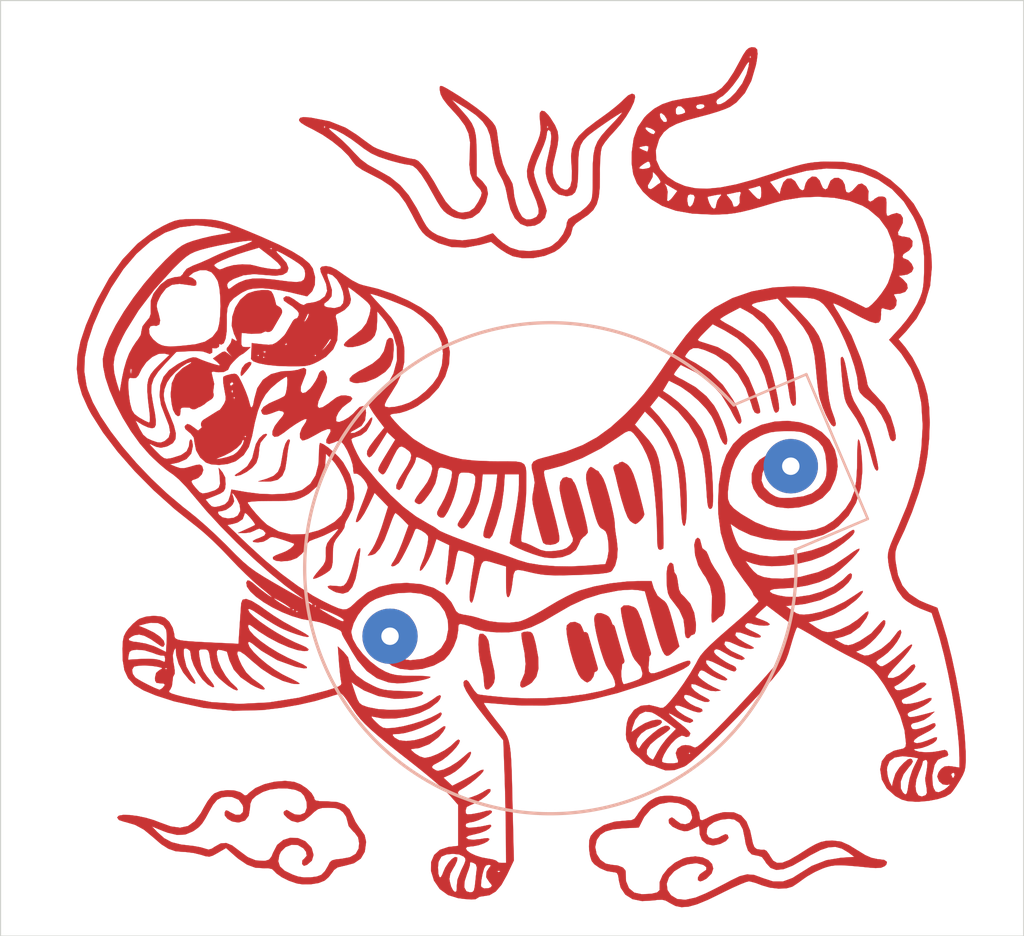
<source format=kicad_pcb>
(kicad_pcb (version 20171130) (host pcbnew "(5.1.10-1-10_14)")

  (general
    (thickness 1.6)
    (drawings 4)
    (tracks 0)
    (zones 0)
    (modules 5)
    (nets 1)
  )

  (page A4)
  (layers
    (0 F.Cu signal)
    (31 B.Cu signal)
    (32 B.Adhes user)
    (33 F.Adhes user)
    (34 B.Paste user)
    (35 F.Paste user)
    (36 B.SilkS user)
    (37 F.SilkS user)
    (38 B.Mask user)
    (39 F.Mask user)
    (40 Dwgs.User user)
    (41 Cmts.User user)
    (42 Eco1.User user)
    (43 Eco2.User user)
    (44 Edge.Cuts user)
    (45 Margin user)
    (46 B.CrtYd user)
    (47 F.CrtYd user)
    (48 B.Fab user)
    (49 F.Fab user)
  )

  (setup
    (last_trace_width 0.25)
    (trace_clearance 0.2)
    (zone_clearance 0.508)
    (zone_45_only no)
    (trace_min 0.2)
    (via_size 0.8)
    (via_drill 0.4)
    (via_min_size 0.4)
    (via_min_drill 0.3)
    (uvia_size 0.3)
    (uvia_drill 0.1)
    (uvias_allowed no)
    (uvia_min_size 0.2)
    (uvia_min_drill 0.1)
    (edge_width 0.05)
    (segment_width 0.2)
    (pcb_text_width 0.3)
    (pcb_text_size 1.5 1.5)
    (mod_edge_width 0.12)
    (mod_text_size 1 1)
    (mod_text_width 0.15)
    (pad_size 1.524 1.524)
    (pad_drill 0.762)
    (pad_to_mask_clearance 0)
    (aux_axis_origin 0 0)
    (visible_elements FFFFFF7F)
    (pcbplotparams
      (layerselection 0x010fc_ffffffff)
      (usegerberextensions false)
      (usegerberattributes true)
      (usegerberadvancedattributes true)
      (creategerberjobfile true)
      (excludeedgelayer true)
      (linewidth 0.100000)
      (plotframeref false)
      (viasonmask false)
      (mode 1)
      (useauxorigin false)
      (hpglpennumber 1)
      (hpglpenspeed 20)
      (hpglpendiameter 15.000000)
      (psnegative false)
      (psa4output false)
      (plotreference true)
      (plotvalue true)
      (plotinvisibletext false)
      (padsonsilk false)
      (subtractmaskfromsilk false)
      (outputformat 1)
      (mirror false)
      (drillshape 1)
      (scaleselection 1)
      (outputdirectory ""))
  )

  (net 0 "")

  (net_class Default "This is the default net class."
    (clearance 0.2)
    (trace_width 0.25)
    (via_dia 0.8)
    (via_drill 0.4)
    (uvia_dia 0.3)
    (uvia_drill 0.1)
  )

  (module tiny85_project:BatteryHolder_CR2032 (layer B.Cu) (tedit 616CC627) (tstamp 616D209D)
    (at 143.256 101.092 203)
    (attr smd)
    (fp_text reference REF** (at 0 -7.62 203) (layer B.Fab)
      (effects (font (size 1 1) (thickness 0.15)) (justify mirror))
    )
    (fp_text value BatteryHolder_CR2032 (at 0 9.398 203) (layer B.Fab)
      (effects (font (size 1 1) (thickness 0.15)) (justify mirror))
    )
    (fp_circle (center 0 0) (end 10 0) (layer Dwgs.User) (width 0.15))
    (fp_line (start -14.2 3.5) (end -14.2 1.9) (layer B.Fab) (width 0.1))
    (fp_line (start -14.2 3.5) (end -10.61275 3.5) (layer B.Fab) (width 0.1))
    (fp_line (start -14.2 -3.5) (end -10.61275 -3.5) (layer B.Fab) (width 0.1))
    (fp_line (start -14.2 -1.9) (end -14.2 -3.5) (layer B.Fab) (width 0.1))
    (fp_line (start -14.31 3.61) (end -10.692 3.61) (layer B.SilkS) (width 0.12))
    (fp_line (start -14.31 -3.61) (end -14.31 3.61) (layer B.SilkS) (width 0.12))
    (fp_line (start -10.692 -3.61) (end -14.31 -3.61) (layer B.SilkS) (width 0.12))
    (fp_line (start -16.45 -4.11) (end -11.06 -4.11) (layer B.CrtYd) (width 0.05))
    (fp_line (start -16.45 4.11) (end -16.45 -4.11) (layer B.CrtYd) (width 0.05))
    (fp_line (start -16.45 4.11) (end -11.06 4.11) (layer B.CrtYd) (width 0.05))
    (fp_arc (start 0 0) (end -10.692 -3.61) (angle 322.6869718) (layer B.SilkS) (width 0.15))
    (fp_arc (start 0 0) (end -10.61275 3.5) (angle -27.4635) (layer B.Fab) (width 0.1))
    (fp_arc (start 0 0) (end 10.61275 -3.5) (angle -27.4635) (layer B.Fab) (width 0.1))
    (fp_arc (start 0 0) (end 10.61275 3.5) (angle 27.4635) (layer B.Fab) (width 0.1))
    (fp_arc (start 0 0) (end -10.61275 -3.5) (angle 27.4635) (layer B.Fab) (width 0.1))
    (fp_arc (start 0 0) (end -10.692 3.61) (angle -27.3) (layer B.SilkS) (width 0.12))
    (fp_arc (start 0 0) (end 10.692 -3.61) (angle -27.3) (layer B.SilkS) (width 0.12))
    (fp_arc (start 0 0) (end 10.692 3.61) (angle 27.3) (layer B.SilkS) (width 0.12))
    (fp_arc (start 0 0) (end -10.692 -3.61) (angle 27.3) (layer B.SilkS) (width 0.12))
    (fp_arc (start 0 0) (end -11.06 4.11) (angle -180) (layer B.CrtYd) (width 0.05))
    (fp_arc (start 0 0) (end 11.06 -4.11) (angle -139.2) (layer B.CrtYd) (width 0.05))
    (fp_text user %R (at 0 0 203) (layer B.Fab)
      (effects (font (size 1 1) (thickness 0.15)) (justify mirror))
    )
    (pad 2 thru_hole circle (at 8 0 203) (size 2.54 2.54) (drill 0.8) (layers *.Cu *.Mask))
    (pad 1 thru_hole circle (at -12 0 203) (size 2.5 2.5) (drill 0.8) (layers *.Cu *.Mask))
    (model ./CR2032_SOCKET.wrl
      (offset (xyz -3.5 21 0))
      (scale (xyz 0.39 0.39 0.39))
      (rotate (xyz 0 0 -90))
    )
  )

  (module blue_ground_yellow_tiger:circuit (layer F.Cu) (tedit 616CC425) (tstamp 616D21D7)
    (at 142.24 97.79)
    (fp_text reference G*** (at 0 0) (layer F.SilkS) hide
      (effects (font (size 1.524 1.524) (thickness 0.3)))
    )
    (fp_text value LOGO (at 0.75 0) (layer F.SilkS) hide
      (effects (font (size 1.524 1.524) (thickness 0.3)))
    )
    (fp_poly (pts (xy 7.009924 13.813572) (xy 7.41067 13.970642) (xy 7.697332 14.216569) (xy 7.851854 14.538383)
      (xy 7.874 14.735984) (xy 7.899512 14.863322) (xy 7.993425 14.888223) (xy 8.181804 14.810291)
      (xy 8.325552 14.729109) (xy 8.596135 14.612808) (xy 8.922352 14.528881) (xy 9.028891 14.513576)
      (xy 9.450706 14.525018) (xy 9.779036 14.664346) (xy 10.023175 14.940123) (xy 10.192413 15.360911)
      (xy 10.254427 15.642854) (xy 10.317668 15.94488) (xy 10.38654 16.117742) (xy 10.480282 16.201063)
      (xy 10.534459 16.21959) (xy 10.735512 16.24664) (xy 10.837589 16.240069) (xy 10.94466 16.292842)
      (xy 11.07014 16.459814) (xy 11.107964 16.531167) (xy 11.251921 16.745979) (xy 11.434659 16.848776)
      (xy 11.675864 16.837949) (xy 11.995218 16.711885) (xy 12.412406 16.468973) (xy 12.491427 16.417931)
      (xy 12.891772 16.163231) (xy 13.195002 15.992052) (xy 13.441108 15.88853) (xy 13.670077 15.836803)
      (xy 13.921899 15.82101) (xy 13.996695 15.820836) (xy 14.380324 15.871089) (xy 14.747001 16.036092)
      (xy 14.787458 16.060695) (xy 15.082142 16.242862) (xy 15.378159 16.424878) (xy 15.480429 16.48744)
      (xy 15.760425 16.611782) (xy 16.053444 16.675686) (xy 16.102836 16.67794) (xy 16.35666 16.711535)
      (xy 16.478067 16.798256) (xy 16.452587 16.921222) (xy 16.374768 16.995177) (xy 16.212186 17.065592)
      (xy 15.959533 17.082066) (xy 15.705667 17.063797) (xy 15.129405 17.006554) (xy 14.690772 16.969846)
      (xy 14.359247 16.954213) (xy 14.104309 16.960194) (xy 13.89544 16.988327) (xy 13.702118 17.039151)
      (xy 13.522589 17.102334) (xy 13.178006 17.257305) (xy 12.832318 17.452423) (xy 12.665362 17.56685)
      (xy 12.423018 17.744603) (xy 12.209104 17.889415) (xy 12.123506 17.940678) (xy 11.853385 18.016252)
      (xy 11.49015 18.02818) (xy 11.096197 17.979819) (xy 10.733925 17.874524) (xy 10.710333 17.864667)
      (xy 10.44202 17.764236) (xy 10.210049 17.701804) (xy 10.131814 17.692073) (xy 9.993445 17.728244)
      (xy 9.737586 17.829893) (xy 9.396284 17.983046) (xy 9.001587 18.173729) (xy 8.839572 18.255523)
      (xy 8.240299 18.547211) (xy 7.756539 18.745724) (xy 7.365373 18.855408) (xy 7.043883 18.880613)
      (xy 6.769151 18.825686) (xy 6.519333 18.695702) (xy 6.323087 18.579434) (xy 6.145654 18.534227)
      (xy 5.912088 18.547386) (xy 5.76995 18.568764) (xy 5.231575 18.600657) (xy 4.792056 18.510172)
      (xy 4.461061 18.302737) (xy 4.248257 17.98378) (xy 4.171665 17.67142) (xy 4.13361 17.427165)
      (xy 4.074315 17.308835) (xy 3.967317 17.273106) (xy 3.927702 17.272) (xy 3.612955 17.22011)
      (xy 3.293407 17.086143) (xy 3.032981 16.902648) (xy 2.917747 16.75771) (xy 2.844353 16.529717)
      (xy 2.799993 16.225884) (xy 2.795714 16.121494) (xy 3.076499 16.121494) (xy 3.141415 16.436959)
      (xy 3.313423 16.70482) (xy 3.567668 16.883198) (xy 3.815906 16.933333) (xy 4.120809 16.968772)
      (xy 4.351261 17.06231) (xy 4.467288 17.194783) (xy 4.473331 17.248514) (xy 4.491871 17.685379)
      (xy 4.626608 18.010231) (xy 4.870946 18.214065) (xy 5.218287 18.287879) (xy 5.234901 18.288)
      (xy 5.661821 18.267023) (xy 5.928029 18.203357) (xy 6.03696 18.095898) (xy 6.035092 18.031042)
      (xy 6.038223 17.731578) (xy 6.175178 17.411812) (xy 6.418562 17.103233) (xy 6.74098 16.837332)
      (xy 7.115039 16.645601) (xy 7.285504 16.593666) (xy 7.679292 16.547437) (xy 8.015831 16.595401)
      (xy 8.276762 16.71793) (xy 8.443724 16.895397) (xy 8.498358 17.108175) (xy 8.422305 17.336637)
      (xy 8.197203 17.561156) (xy 8.193173 17.563991) (xy 8.01405 17.663203) (xy 7.897494 17.695333)
      (xy 7.799447 17.641043) (xy 7.798929 17.51549) (xy 7.881738 17.37465) (xy 8.001 17.287405)
      (xy 8.17859 17.16748) (xy 8.186876 17.046551) (xy 8.048899 16.936312) (xy 7.724822 16.855435)
      (xy 7.328347 16.910313) (xy 7.063012 17.009223) (xy 6.702263 17.23303) (xy 6.464801 17.506486)
      (xy 6.360508 17.803675) (xy 6.399264 18.098682) (xy 6.557818 18.334182) (xy 6.842573 18.507808)
      (xy 7.215471 18.544647) (xy 7.680318 18.444497) (xy 8.154716 18.249523) (xy 8.545445 18.05593)
      (xy 8.967934 17.837848) (xy 9.304427 17.656856) (xy 9.713919 17.459162) (xy 10.054048 17.375081)
      (xy 10.377032 17.400361) (xy 10.735088 17.530752) (xy 10.752667 17.538931) (xy 11.247829 17.70151)
      (xy 11.70698 17.701944) (xy 12.147386 17.538819) (xy 12.348608 17.408341) (xy 13.026702 16.986301)
      (xy 13.701292 16.723191) (xy 14.368784 16.612008) (xy 14.988497 16.572238) (xy 14.718164 16.372792)
      (xy 14.418104 16.191767) (xy 14.12011 16.10906) (xy 13.796968 16.128728) (xy 13.421464 16.254827)
      (xy 12.966383 16.491414) (xy 12.656427 16.680116) (xy 12.143766 16.97189) (xy 11.727151 17.134278)
      (xy 11.394119 17.167895) (xy 11.13221 17.073356) (xy 10.928962 16.851275) (xy 10.881565 16.767671)
      (xy 10.738389 16.575314) (xy 10.54892 16.511103) (xy 10.509615 16.51) (xy 10.267685 16.455144)
      (xy 10.098673 16.279303) (xy 9.990488 15.965565) (xy 9.952905 15.7312) (xy 9.861338 15.295813)
      (xy 9.703112 15.007238) (xy 9.467909 14.852599) (xy 9.219802 14.816667) (xy 8.853433 14.859423)
      (xy 8.530512 14.973663) (xy 8.298709 15.138345) (xy 8.221334 15.257405) (xy 8.191348 15.500695)
      (xy 8.286412 15.667848) (xy 8.472402 15.740485) (xy 8.715191 15.700228) (xy 8.878296 15.611201)
      (xy 9.063534 15.526711) (xy 9.160691 15.561491) (xy 9.204565 15.695229) (xy 9.084604 15.837582)
      (xy 8.831116 15.972038) (xy 8.49386 16.044157) (xy 8.200793 15.981693) (xy 7.984941 15.803054)
      (xy 7.87933 15.526648) (xy 7.874 15.438544) (xy 7.866304 15.247807) (xy 7.847495 15.156642)
      (xy 7.844675 15.155333) (xy 7.757426 15.189342) (xy 7.579102 15.273377) (xy 7.533692 15.295842)
      (xy 7.328586 15.380291) (xy 7.152531 15.386265) (xy 6.91473 15.317009) (xy 6.629442 15.179464)
      (xy 6.470608 15.023058) (xy 6.454507 14.867966) (xy 6.499602 14.802531) (xy 6.600817 14.754757)
      (xy 6.725326 14.832934) (xy 6.776164 14.884867) (xy 6.997424 15.039636) (xy 7.225791 15.0747)
      (xy 7.416555 14.999239) (xy 7.525004 14.822434) (xy 7.535333 14.728989) (xy 7.459248 14.441798)
      (xy 7.241711 14.227099) (xy 6.8988 14.095268) (xy 6.492655 14.056059) (xy 6.035664 14.138024)
      (xy 5.639278 14.367208) (xy 5.334131 14.724167) (xy 5.27765 14.827145) (xy 5.082718 15.218623)
      (xy 4.382859 15.255549) (xy 3.89818 15.30424) (xy 3.550817 15.399302) (xy 3.312157 15.553311)
      (xy 3.153589 15.778844) (xy 3.143528 15.800307) (xy 3.076499 16.121494) (xy 2.795714 16.121494)
      (xy 2.794 16.079702) (xy 2.807999 15.799406) (xy 2.870991 15.610202) (xy 3.014467 15.434754)
      (xy 3.084018 15.367472) (xy 3.472905 15.109594) (xy 3.973749 14.950522) (xy 4.503659 14.900681)
      (xy 4.737954 14.88637) (xy 4.883831 14.81678) (xy 5.009699 14.650306) (xy 5.0618 14.561252)
      (xy 5.258535 14.300062) (xy 5.517706 14.05477) (xy 5.60595 13.990405) (xy 5.841701 13.855464)
      (xy 6.073817 13.784799) (xy 6.375182 13.759765) (xy 6.51315 13.758333) (xy 7.009924 13.813572)) (layer F.Cu) (width 0.01))
    (fp_poly (pts (xy -12.696914 4.809643) (xy -12.333849 5.032345) (xy -12.101486 5.200685) (xy -11.709348 5.473547)
      (xy -11.254269 5.756806) (xy -10.826333 5.994787) (xy -10.773833 6.021263) (xy -10.468174 6.180145)
      (xy -10.230433 6.317468) (xy -10.094518 6.412954) (xy -10.075333 6.439022) (xy -10.146719 6.460672)
      (xy -10.335492 6.426947) (xy -10.60358 6.349596) (xy -10.912907 6.240365) (xy -11.2254 6.111004)
      (xy -11.387667 6.034107) (xy -11.679238 5.872305) (xy -12.027916 5.656754) (xy -12.340167 5.446605)
      (xy -12.629553 5.253627) (xy -12.802358 5.169235) (xy -12.868111 5.189017) (xy -12.869333 5.201484)
      (xy -12.797912 5.340384) (xy -12.601889 5.535622) (xy -12.308625 5.768829) (xy -11.94548 6.021637)
      (xy -11.539814 6.275676) (xy -11.118989 6.512578) (xy -10.710364 6.713972) (xy -10.460936 6.818409)
      (xy -10.203508 6.935565) (xy -10.089126 7.03043) (xy -10.124023 7.092598) (xy -10.285067 7.112)
      (xy -10.600243 7.06314) (xy -11.007778 6.92916) (xy -11.466413 6.72896) (xy -11.934889 6.481439)
      (xy -12.371949 6.205497) (xy -12.551833 6.073646) (xy -12.74252 5.932516) (xy -12.836443 5.89122)
      (xy -12.867172 5.941491) (xy -12.869333 5.995448) (xy -12.796435 6.171333) (xy -12.595326 6.397316)
      (xy -12.292386 6.654393) (xy -11.913997 6.923556) (xy -11.486538 7.1858) (xy -11.03639 7.422119)
      (xy -10.6615 7.586111) (xy -10.338924 7.728753) (xy -10.175777 7.834617) (xy -10.170333 7.894788)
      (xy -10.320868 7.90035) (xy -10.625659 7.842388) (xy -10.70709 7.821836) (xy -11.523011 7.526773)
      (xy -12.254847 7.094185) (xy -12.467167 6.928675) (xy -12.688598 6.752386) (xy -12.811953 6.680629)
      (xy -12.862877 6.702319) (xy -12.869333 6.754873) (xy -12.801447 6.924951) (xy -12.61747 7.155788)
      (xy -12.346924 7.421708) (xy -12.01933 7.697039) (xy -11.664211 7.956106) (xy -11.311089 8.173235)
      (xy -11.136733 8.261656) (xy -10.844411 8.402375) (xy -10.622545 8.51995) (xy -10.507207 8.594856)
      (xy -10.498667 8.607051) (xy -10.572836 8.626061) (xy -10.759408 8.614136) (xy -10.853323 8.60093)
      (xy -11.279133 8.476249) (xy -11.759112 8.242504) (xy -12.246219 7.926389) (xy -12.687664 7.560044)
      (xy -13.007696 7.27858) (xy -13.228208 7.132656) (xy -13.348209 7.121835) (xy -13.366708 7.245683)
      (xy -13.282714 7.503763) (xy -13.160481 7.767919) (xy -12.956939 8.094657) (xy -12.682432 8.364507)
      (xy -12.461981 8.523617) (xy -12.211822 8.71028) (xy -12.10703 8.831288) (xy -12.134736 8.881284)
      (xy -12.28207 8.854908) (xy -12.536164 8.746799) (xy -12.73791 8.638531) (xy -13.20467 8.316354)
      (xy -13.5244 7.959731) (xy -13.719145 7.543567) (xy -13.729013 7.510351) (xy -13.792203 7.29162)
      (xy -13.831654 7.157746) (xy -13.837275 7.140049) (xy -13.913457 7.11173) (xy -14.076007 7.06737)
      (xy -14.24069 7.043033) (xy -14.301035 7.115102) (xy -14.308667 7.255531) (xy -14.2526 7.549191)
      (xy -14.105374 7.900938) (xy -13.89845 8.25208) (xy -13.663291 8.543921) (xy -13.5738 8.626464)
      (xy -13.390675 8.799033) (xy -13.338556 8.895238) (xy -13.397014 8.914481) (xy -13.545621 8.856166)
      (xy -13.763947 8.719698) (xy -13.876146 8.635283) (xy -14.19868 8.360617) (xy -14.405952 8.121051)
      (xy -14.529308 7.866946) (xy -14.600094 7.548666) (xy -14.610846 7.471833) (xy -14.651488 7.213284)
      (xy -14.704432 7.081142) (xy -14.798342 7.033275) (xy -14.913242 7.027333) (xy -15.064094 7.036721)
      (xy -15.125468 7.095828) (xy -15.121674 7.251071) (xy -15.101715 7.387167) (xy -15.029323 7.755171)
      (xy -14.926483 8.027202) (xy -14.760459 8.276602) (xy -14.641738 8.417771) (xy -14.472559 8.636346)
      (xy -14.426122 8.757434) (xy -14.498519 8.771279) (xy -14.685843 8.668126) (xy -14.729789 8.637575)
      (xy -14.958158 8.417141) (xy -15.180576 8.107933) (xy -15.363889 7.767505) (xy -15.47494 7.45341)
      (xy -15.493206 7.312375) (xy -15.52806 7.104318) (xy -15.649358 7.007254) (xy -15.673602 7.000116)
      (xy -15.778259 6.98506) (xy -15.825131 7.037314) (xy -15.828095 7.19461) (xy -15.81242 7.377598)
      (xy -15.703723 7.824978) (xy -15.501007 8.18599) (xy -15.339953 8.439863) (xy -15.284373 8.585729)
      (xy -15.331177 8.614271) (xy -15.477272 8.516174) (xy -15.579765 8.423281) (xy -15.850093 8.090856)
      (xy -16.056828 7.696563) (xy -16.167287 7.307825) (xy -16.177064 7.191102) (xy -16.185073 7.005991)
      (xy -16.209976 6.97409) (xy -16.268876 7.079275) (xy -16.277261 7.096642) (xy -16.327972 7.302449)
      (xy -16.30682 7.592897) (xy -16.280887 7.731642) (xy -16.241566 7.989627) (xy -16.243432 8.158843)
      (xy -16.265357 8.198555) (xy -16.317304 8.293638) (xy -16.340576 8.485702) (xy -16.340667 8.499122)
      (xy -16.370075 8.720813) (xy -16.440788 8.871588) (xy -16.440856 8.871655) (xy -16.498953 8.944655)
      (xy -16.487957 9.00326) (xy -16.383868 9.060809) (xy -16.162684 9.130639) (xy -15.805361 9.224823)
      (xy -14.564962 9.457563) (xy -13.263643 9.540045) (xy -11.917187 9.472974) (xy -10.541375 9.257058)
      (xy -9.280219 8.932743) (xy -8.929769 8.822217) (xy -8.714261 8.740184) (xy -8.605453 8.669922)
      (xy -8.575099 8.59471) (xy -8.587497 8.522632) (xy -8.617541 8.35529) (xy -8.651524 8.071982)
      (xy -8.683339 7.725776) (xy -8.691374 7.62) (xy -8.743278 6.900333) (xy -8.477973 7.149007)
      (xy -8.277809 7.395409) (xy -8.212875 7.651762) (xy -8.212667 7.669403) (xy -8.130677 7.942181)
      (xy -7.892997 8.223343) (xy -7.512062 8.501077) (xy -7.115864 8.711299) (xy -6.951301 8.785908)
      (xy -6.802306 8.842238) (xy -6.641361 8.883527) (xy -6.440949 8.913011) (xy -6.173554 8.933929)
      (xy -5.811659 8.949517) (xy -5.327747 8.963012) (xy -4.8895 8.973224) (xy -4.826587 9.03832)
      (xy -4.826 9.04833) (xy -4.904155 9.131693) (xy -5.112613 9.205525) (xy -5.41236 9.26283)
      (xy -5.764385 9.296615) (xy -6.129676 9.299886) (xy -6.206845 9.295887) (xy -6.888042 9.176216)
      (xy -7.537401 8.918961) (xy -7.934839 8.672641) (xy -8.122678 8.534213) (xy -7.948598 9.049693)
      (xy -7.847823 9.33076) (xy -7.755553 9.496915) (xy -7.628293 9.594398) (xy -7.422547 9.669449)
      (xy -7.343225 9.693253) (xy -6.895571 9.77994) (xy -6.358217 9.81479) (xy -5.802734 9.797595)
      (xy -5.300692 9.728143) (xy -5.180535 9.699594) (xy -4.891577 9.610694) (xy -4.646278 9.498605)
      (xy -4.378376 9.329425) (xy -4.183185 9.189328) (xy -4.055811 9.133827) (xy -4.013007 9.190233)
      (xy -4.058737 9.321535) (xy -4.155389 9.448907) (xy -4.514494 9.730624) (xy -4.990879 9.958127)
      (xy -5.53828 10.121119) (xy -6.110436 10.209299) (xy -6.661087 10.212368) (xy -7.143969 10.120027)
      (xy -7.154333 10.116556) (xy -7.209477 10.126169) (xy -7.132136 10.235632) (xy -6.99581 10.374214)
      (xy -6.812147 10.543523) (xy -6.668188 10.633057) (xy -6.502208 10.661229) (xy -6.252485 10.646454)
      (xy -6.125894 10.633726) (xy -5.747332 10.56996) (xy -5.305738 10.458005) (xy -4.858414 10.316082)
      (xy -4.462658 10.162411) (xy -4.17577 10.015213) (xy -4.170994 10.012105) (xy -4.032394 9.932965)
      (xy -3.983959 9.957232) (xy -3.979333 10.019693) (xy -4.055608 10.151784) (xy -4.260717 10.308794)
      (xy -4.55909 10.475085) (xy -4.915156 10.635022) (xy -5.293345 10.772969) (xy -5.658085 10.873289)
      (xy -5.973807 10.920347) (xy -6.031999 10.922) (xy -6.206279 10.929127) (xy -6.233665 10.974313)
      (xy -6.138333 11.091333) (xy -5.924768 11.211423) (xy -5.607356 11.248287) (xy -5.225254 11.209378)
      (xy -4.817622 11.10215) (xy -4.423618 10.934057) (xy -4.082402 10.712553) (xy -4.06268 10.69623)
      (xy -3.888751 10.574548) (xy -3.808328 10.568624) (xy -3.816812 10.656199) (xy -3.909604 10.815013)
      (xy -4.082107 11.022804) (xy -4.143169 11.085836) (xy -4.546189 11.38807) (xy -5.005367 11.56561)
      (xy -5.291667 11.601906) (xy -5.383912 11.617463) (xy -5.362105 11.676564) (xy -5.215164 11.806923)
      (xy -5.207 11.813624) (xy -4.984641 11.951752) (xy -4.769298 12.01989) (xy -4.741333 12.021419)
      (xy -4.486121 11.971903) (xy -4.163076 11.844554) (xy -3.834395 11.670015) (xy -3.562273 11.478927)
      (xy -3.477742 11.398872) (xy -3.323493 11.25071) (xy -3.212505 11.177625) (xy -3.202575 11.176)
      (xy -3.138173 11.224721) (xy -3.18146 11.352939) (xy -3.308408 11.533741) (xy -3.494988 11.74021)
      (xy -3.717168 11.945431) (xy -3.950921 12.12249) (xy -4.146615 12.233408) (xy -4.353945 12.34166)
      (xy -4.423126 12.427376) (xy -4.392078 12.501092) (xy -4.231332 12.599169) (xy -4.134927 12.615333)
      (xy -3.895466 12.560964) (xy -3.58594 12.416774) (xy -3.257538 12.211139) (xy -2.961452 11.972435)
      (xy -2.942167 11.954173) (xy -2.751239 11.785375) (xy -2.651288 11.737792) (xy -2.624667 11.793573)
      (xy -2.688325 11.96234) (xy -2.853511 12.185796) (xy -3.081541 12.423684) (xy -3.333733 12.635746)
      (xy -3.571404 12.781724) (xy -3.576309 12.783947) (xy -3.892951 12.926095) (xy -3.691361 13.115479)
      (xy -3.489771 13.304862) (xy -3.036052 13.076239) (xy -2.741507 12.919576) (xy -2.471809 12.762501)
      (xy -2.344625 12.679905) (xy -2.170549 12.582857) (xy -2.05622 12.565325) (xy -2.048381 12.57073)
      (xy -2.074941 12.651508) (xy -2.205886 12.799923) (xy -2.40729 12.985917) (xy -2.645227 13.179434)
      (xy -2.885773 13.350416) (xy -3.018951 13.430622) (xy -3.190673 13.536294) (xy -3.233831 13.62422)
      (xy -3.172177 13.750646) (xy -3.161201 13.767511) (xy -3.075585 13.878964) (xy -2.978707 13.916988)
      (xy -2.814074 13.88952) (xy -2.643664 13.840213) (xy -2.351139 13.730277) (xy -2.087977 13.596177)
      (xy -2.019086 13.550506) (xy -1.84457 13.454906) (xy -1.737251 13.454597) (xy -1.731664 13.543252)
      (xy -1.76242 13.597518) (xy -1.915086 13.751276) (xy -2.156077 13.929384) (xy -2.418873 14.087661)
      (xy -2.636953 14.181927) (xy -2.645833 14.184253) (xy -2.825653 14.272714) (xy -2.87863 14.439387)
      (xy -2.878667 14.445846) (xy -2.865562 14.570871) (xy -2.795668 14.619012) (xy -2.623114 14.609118)
      (xy -2.518833 14.593715) (xy -2.23884 14.540046) (xy -1.996735 14.476871) (xy -1.954713 14.462568)
      (xy -1.749017 14.4329) (xy -1.665313 14.472154) (xy -1.68732 14.546803) (xy -1.826981 14.654336)
      (xy -2.04156 14.773319) (xy -2.288325 14.882321) (xy -2.524544 14.959907) (xy -2.688167 14.985173)
      (xy -2.844909 15.036781) (xy -2.878667 15.121171) (xy -2.848101 15.201624) (xy -2.730453 15.230729)
      (xy -2.486799 15.217736) (xy -2.4765 15.21673) (xy -2.19112 15.17934) (xy -1.948488 15.132098)
      (xy -1.883833 15.114017) (xy -1.730217 15.092824) (xy -1.696827 15.150776) (xy -1.776529 15.255426)
      (xy -1.938446 15.362404) (xy -2.188207 15.460157) (xy -2.485527 15.536665) (xy -2.534386 15.545256)
      (xy -2.750397 15.600915) (xy -2.851563 15.671968) (xy -2.852716 15.695844) (xy -2.745619 15.764926)
      (xy -2.513434 15.784287) (xy -2.193364 15.752521) (xy -2.053167 15.726059) (xy -1.852543 15.706579)
      (xy -1.778005 15.753785) (xy -1.778 15.754437) (xy -1.852475 15.847884) (xy -2.039748 15.947854)
      (xy -2.285595 16.033001) (xy -2.535791 16.081978) (xy -2.621947 16.086667) (xy -2.812233 16.11428)
      (xy -2.865642 16.186373) (xy -2.803416 16.286824) (xy -2.646796 16.399513) (xy -2.417024 16.508318)
      (xy -2.135341 16.597119) (xy -1.889417 16.64261) (xy -1.639622 16.686502) (xy -1.476193 16.739542)
      (xy -1.439333 16.773755) (xy -1.366821 16.830085) (xy -1.227667 16.848667) (xy -1.016 16.848667)
      (xy -1.024762 15.515167) (xy -1.031573 14.937205) (xy -1.044286 14.261757) (xy -1.061286 13.5605)
      (xy -1.080958 12.905114) (xy -1.088262 12.697479) (xy -1.143 11.213292) (xy -1.916507 10.236541)
      (xy -2.332461 9.699555) (xy -2.639437 9.274537) (xy -2.844128 8.949787) (xy -2.953224 8.713602)
      (xy -2.973417 8.554281) (xy -2.926161 8.47095) (xy -2.83636 8.439554) (xy -2.739369 8.520354)
      (xy -2.618948 8.712742) (xy -2.478152 8.927887) (xy -2.346691 9.072686) (xy -2.305666 9.098649)
      (xy -2.180313 9.122303) (xy -1.920117 9.155001) (xy -1.559082 9.192985) (xy -1.131215 9.232499)
      (xy -0.971164 9.246062) (xy -0.080549 9.288612) (xy 0.837719 9.275876) (xy 1.744385 9.211678)
      (xy 2.600193 9.09984) (xy 3.365888 8.944187) (xy 3.955099 8.766274) (xy 4.005455 8.668877)
      (xy 3.973656 8.478116) (xy 3.874658 8.239348) (xy 3.723412 7.99793) (xy 3.686327 7.951037)
      (xy 3.576237 7.760116) (xy 3.454941 7.457999) (xy 3.332499 7.08362) (xy 3.218968 6.675915)
      (xy 3.124407 6.27382) (xy 3.058875 5.91627) (xy 3.032431 5.642201) (xy 3.05204 5.495784)
      (xy 3.165501 5.370604) (xy 3.3431 5.367726) (xy 3.372456 5.374472) (xy 3.583887 5.454858)
      (xy 3.708208 5.537137) (xy 3.792779 5.682891) (xy 3.895326 5.952048) (xy 4.005378 6.303716)
      (xy 4.112464 6.696999) (xy 4.206112 7.091005) (xy 4.275851 7.444839) (xy 4.311209 7.717609)
      (xy 4.303844 7.863281) (xy 4.272165 8.047474) (xy 4.276893 8.275753) (xy 4.310617 8.486643)
      (xy 4.365926 8.618672) (xy 4.397007 8.636) (xy 4.506176 8.610712) (xy 4.716831 8.546329)
      (xy 4.853251 8.501041) (xy 5.09297 8.407519) (xy 5.210408 8.314258) (xy 5.24754 8.180375)
      (xy 5.249333 8.115268) (xy 5.165335 7.828234) (xy 5.007178 7.636394) (xy 4.89405 7.506092)
      (xy 4.794391 7.327854) (xy 4.69562 7.070178) (xy 4.585155 6.70156) (xy 4.487597 6.335405)
      (xy 4.387351 5.923375) (xy 4.31139 5.56308) (xy 4.266338 5.289854) (xy 4.258819 5.13903)
      (xy 4.261429 5.128905) (xy 4.385824 5.016717) (xy 4.609947 5.009768) (xy 4.853605 5.088694)
      (xy 4.949324 5.1538) (xy 5.033714 5.272111) (xy 5.119399 5.472454) (xy 5.219003 5.783656)
      (xy 5.328373 6.172766) (xy 5.45411 6.66232) (xy 5.528803 7.031576) (xy 5.558529 7.31964)
      (xy 5.549365 7.565622) (xy 5.547429 7.582238) (xy 5.521817 7.870988) (xy 5.543004 8.053444)
      (xy 5.632731 8.136597) (xy 5.812741 8.127438) (xy 6.104777 8.032957) (xy 6.478975 7.881749)
      (xy 6.882216 7.714764) (xy 7.155083 7.608603) (xy 7.322966 7.557671) (xy 7.411257 7.556375)
      (xy 7.445344 7.59912) (xy 7.450667 7.667643) (xy 7.368854 7.782342) (xy 7.125547 7.934942)
      (xy 6.72394 8.123955) (xy 6.167227 8.347896) (xy 5.458601 8.605278) (xy 5.36581 8.637545)
      (xy 4.103846 9.039039) (xy 2.936908 9.332526) (xy 1.83365 9.522708) (xy 0.762723 9.614287)
      (xy -0.307218 9.611967) (xy -0.880871 9.574592) (xy -1.293742 9.539821) (xy -1.646436 9.511078)
      (xy -1.904113 9.491135) (xy -2.031931 9.482762) (xy -2.036722 9.482667) (xy -2.019186 9.544434)
      (xy -1.912823 9.712853) (xy -1.734903 9.962599) (xy -1.502693 10.268348) (xy -1.489119 10.285737)
      (xy -1.315346 10.505975) (xy -1.172963 10.691705) (xy -1.058465 10.862067) (xy -0.968348 11.0362)
      (xy -0.899106 11.233242) (xy -0.847235 11.472332) (xy -0.80923 11.772609) (xy -0.781586 12.153212)
      (xy -0.760799 12.633279) (xy -0.743365 13.231949) (xy -0.725777 13.968362) (xy -0.712707 14.525592)
      (xy -0.659949 16.732183) (xy -0.971226 17.388138) (xy -1.229519 17.853171) (xy -1.494966 18.162788)
      (xy -1.782594 18.330724) (xy -2.04817 18.37235) (xy -2.235697 18.401016) (xy -2.328333 18.457333)
      (xy -2.416425 18.51185) (xy -2.605056 18.527344) (xy -2.918156 18.50403) (xy -3.219353 18.46542)
      (xy -3.683362 18.322329) (xy -4.06199 18.047172) (xy -4.326007 17.661376) (xy -4.464428 17.211271)
      (xy -4.462447 17.052289) (xy -4.14737 17.052289) (xy -4.128393 17.347111) (xy -4.080157 17.502326)
      (xy -4.01165 17.508798) (xy -3.93186 17.357394) (xy -3.910862 17.292667) (xy -3.810155 17.06001)
      (xy -3.66566 16.842135) (xy -3.507425 16.670305) (xy -3.365497 16.575786) (xy -3.269922 16.589842)
      (xy -3.257304 16.612628) (xy -3.272149 16.75531) (xy -3.366972 16.96698) (xy -3.431243 17.070571)
      (xy -3.580371 17.338799) (xy -3.620381 17.573451) (xy -3.609538 17.681721) (xy -3.54447 17.931451)
      (xy -3.455209 18.10577) (xy -3.365204 18.187009) (xy -3.297906 18.157495) (xy -3.276764 17.999558)
      (xy -3.278563 17.977186) (xy -2.935068 17.977186) (xy -2.842291 18.150974) (xy -2.675563 18.203333)
      (xy -2.560959 18.187128) (xy -2.493721 18.111864) (xy -2.453604 17.937572) (xy -2.446452 17.873275)
      (xy -2.172343 17.873275) (xy -2.15979 17.948056) (xy -2.027405 18.02352) (xy -1.830924 18.013776)
      (xy -1.712499 17.96297) (xy -1.662448 17.884106) (xy -1.747017 17.766471) (xy -1.775999 17.739477)
      (xy -1.925947 17.509374) (xy -1.91399 17.258788) (xy -1.886934 17.215555) (xy -1.411111 17.215555)
      (xy -1.399489 17.26589) (xy -1.354667 17.272) (xy -1.284977 17.241022) (xy -1.298222 17.215555)
      (xy -1.398702 17.205422) (xy -1.411111 17.215555) (xy -1.886934 17.215555) (xy -1.807211 17.088167)
      (xy -1.716045 16.973504) (xy -1.751672 16.93637) (xy -1.836072 16.933333) (xy -1.94363 16.966685)
      (xy -2.023254 17.090668) (xy -2.096039 17.341177) (xy -2.10898 17.397723) (xy -2.157371 17.667756)
      (xy -2.172343 17.873275) (xy -2.446452 17.873275) (xy -2.429013 17.7165) (xy -2.3986 17.420194)
      (xy -2.369932 17.175007) (xy -2.355336 17.072056) (xy -2.404038 16.91417) (xy -2.523125 16.840364)
      (xy -2.652352 16.809141) (xy -2.673589 16.838005) (xy -2.679394 16.949998) (xy -2.741617 17.16141)
      (xy -2.808318 17.333542) (xy -2.924645 17.698806) (xy -2.935068 17.977186) (xy -3.278563 17.977186)
      (xy -3.282506 17.928167) (xy -3.247089 17.609636) (xy -3.079171 17.190511) (xy -3.067374 17.16704)
      (xy -2.937246 16.900163) (xy -2.880507 16.73862) (xy -2.889721 16.638947) (xy -2.957454 16.55768)
      (xy -2.962369 16.553206) (xy -3.16739 16.458895) (xy -3.454117 16.427062) (xy -3.747228 16.456811)
      (xy -3.971402 16.547249) (xy -3.993833 16.565455) (xy -4.119023 16.791292) (xy -4.14737 17.052289)
      (xy -4.462447 17.052289) (xy -4.459455 16.812329) (xy -4.319987 16.484019) (xy -4.054925 16.245812)
      (xy -3.673165 16.117175) (xy -3.616754 16.109665) (xy -3.217333 16.064644) (xy -3.217333 14.178758)
      (xy -3.595171 13.746834) (xy -3.782582 13.557483) (xy -4.076392 13.290841) (xy -4.447838 12.971622)
      (xy -4.868159 12.624543) (xy -5.308594 12.27432) (xy -5.309671 12.273481) (xy -5.952684 11.7696)
      (xy -6.476573 11.351114) (xy -6.898165 11.002468) (xy -7.234286 10.708106) (xy -7.501763 10.452472)
      (xy -7.717423 10.22001) (xy -7.898093 9.995165) (xy -8.060598 9.76238) (xy -8.112149 9.682672)
      (xy -8.300546 9.402514) (xy -8.463965 9.187635) (xy -8.576405 9.071138) (xy -8.601579 9.059498)
      (xy -8.726841 9.085386) (xy -8.955964 9.152594) (xy -9.172672 9.223966) (xy -9.803966 9.409962)
      (xy -10.546558 9.577567) (xy -11.342557 9.71545) (xy -12.134074 9.812277) (xy -12.215517 9.819684)
      (xy -13.563854 9.853152) (xy -14.918807 9.718753) (xy -16.273582 9.417422) (xy -17.115503 9.145353)
      (xy -17.679468 8.911226) (xy -18.093536 8.658254) (xy -18.376939 8.359271) (xy -18.548908 7.987111)
      (xy -18.552596 7.965265) (xy -18.197136 7.965265) (xy -18.170225 8.155544) (xy -18.054891 8.32076)
      (xy -17.920125 8.41256) (xy -17.694724 8.539806) (xy -17.430231 8.676475) (xy -17.17819 8.796543)
      (xy -16.990142 8.873985) (xy -16.9291 8.889173) (xy -16.836654 8.838017) (xy -16.780933 8.7884)
      (xy -16.688279 8.662871) (xy -16.742595 8.602116) (xy -16.912167 8.590329) (xy -17.078019 8.569163)
      (xy -17.138662 8.464003) (xy -17.145 8.342167) (xy -17.091169 8.113539) (xy -16.945266 7.991089)
      (xy -16.82016 7.92211) (xy -16.821138 7.916333) (xy -16.679333 7.916333) (xy -16.637 7.958667)
      (xy -16.594667 7.916333) (xy -16.637 7.874) (xy -16.679333 7.916333) (xy -16.821138 7.916333)
      (xy -16.827091 7.881184) (xy -16.981264 7.839053) (xy -17.029932 7.828169) (xy -17.30987 7.786886)
      (xy -17.621474 7.771452) (xy -17.902788 7.781822) (xy -18.091855 7.817952) (xy -18.114266 7.828947)
      (xy -18.197136 7.965265) (xy -18.552596 7.965265) (xy -18.628676 7.514609) (xy -18.628749 7.510469)
      (xy -18.381515 7.510469) (xy -17.763258 7.472984) (xy -17.425604 7.465959) (xy -17.128978 7.483275)
      (xy -16.936318 7.521185) (xy -16.933333 7.522383) (xy -16.770385 7.588186) (xy -16.7005 7.614633)
      (xy -16.683477 7.547913) (xy -16.679333 7.44567) (xy -16.709158 7.326577) (xy -16.756352 7.318939)
      (xy -16.871978 7.315096) (xy -17.084081 7.253391) (xy -17.238514 7.192874) (xy -17.629007 7.072845)
      (xy -17.986996 7.044438) (xy -18.211332 7.075439) (xy -18.317424 7.14691) (xy -18.355924 7.290068)
      (xy -18.381515 7.510469) (xy -18.628749 7.510469) (xy -18.637893 6.99492) (xy -18.619909 6.661399)
      (xy -18.595867 6.542421) (xy -18.351024 6.542421) (xy -18.332665 6.621554) (xy -18.150929 6.677728)
      (xy -17.920078 6.70523) (xy -17.562594 6.769768) (xy -17.188093 6.888863) (xy -17.052244 6.948548)
      (xy -16.637 7.154333) (xy -16.610832 6.735525) (xy -16.604424 6.44847) (xy -16.618411 6.205768)
      (xy -16.630921 6.132409) (xy -16.761039 5.931564) (xy -17.00729 5.819335) (xy -17.33538 5.80658)
      (xy -17.536913 5.845527) (xy -17.907 5.94577) (xy -17.558851 6.084385) (xy -17.202139 6.255405)
      (xy -16.922678 6.445555) (xy -16.747209 6.632028) (xy -16.702475 6.79202) (xy -16.707829 6.810137)
      (xy -16.7626 6.91008) (xy -16.846369 6.897808) (xy -16.955541 6.823349) (xy -17.338314 6.560249)
      (xy -17.631879 6.405299) (xy -17.86842 6.348594) (xy -18.080124 6.380229) (xy -18.2089 6.437645)
      (xy -18.351024 6.542421) (xy -18.595867 6.542421) (xy -18.573578 6.432125) (xy -18.479275 6.242239)
      (xy -18.361741 6.082205) (xy -18.152075 5.855504) (xy -17.930847 5.671955) (xy -17.853691 5.624657)
      (xy -17.559306 5.529104) (xy -17.208397 5.492967) (xy -16.878401 5.519227) (xy -16.694183 5.580053)
      (xy -16.491308 5.76506) (xy -16.331989 6.044113) (xy -16.257352 6.341941) (xy -16.256 6.382036)
      (xy -16.246587 6.465768) (xy -16.204767 6.530944) (xy -16.110169 6.581252) (xy -15.942424 6.620384)
      (xy -15.681161 6.652028) (xy -15.30601 6.679875) (xy -14.796601 6.707613) (xy -14.337879 6.729468)
      (xy -13.308759 6.777188) (xy -13.254328 5.949761) (xy -13.22892 5.568385) (xy -13.205838 5.230548)
      (xy -13.188492 4.985807) (xy -13.182782 4.910667) (xy -13.117883 4.749741) (xy -12.957093 4.715754)
      (xy -12.696914 4.809643)) (layer F.Cu) (width 0.01))
    (fp_poly (pts (xy -10.744606 13.125267) (xy -10.455516 13.239237) (xy -10.178319 13.42175) (xy -9.956424 13.635631)
      (xy -9.833244 13.843704) (xy -9.821333 13.915926) (xy -9.767033 13.977744) (xy -9.589694 14.010871)
      (xy -9.267664 14.01911) (xy -9.235487 14.018813) (xy -8.772894 14.05105) (xy -8.438394 14.169274)
      (xy -8.206569 14.388003) (xy -8.062766 14.688551) (xy -7.933182 14.964612) (xy -7.747917 15.243046)
      (xy -7.702933 15.297244) (xy -7.517518 15.568228) (xy -7.45227 15.851586) (xy -7.450667 15.916295)
      (xy -7.510206 16.337027) (xy -7.693802 16.649808) (xy -8.008921 16.862361) (xy -8.463029 16.982407)
      (xy -8.484535 16.985441) (xy -8.755613 17.050043) (xy -8.923557 17.174028) (xy -8.991409 17.273848)
      (xy -9.165937 17.497797) (xy -9.352373 17.658627) (xy -9.623943 17.768339) (xy -9.987032 17.828208)
      (xy -10.369211 17.830744) (xy -10.625667 17.790291) (xy -10.989102 17.666571) (xy -11.322002 17.501835)
      (xy -11.569797 17.325385) (xy -11.643385 17.243853) (xy -11.764744 17.129454) (xy -11.949243 17.087825)
      (xy -12.137485 17.091277) (xy -12.53749 17.06495) (xy -12.919986 16.923372) (xy -13.322726 16.650377)
      (xy -13.480694 16.516144) (xy -13.880387 16.161296) (xy -14.258795 16.383058) (xy -14.489284 16.510535)
      (xy -14.651779 16.558983) (xy -14.822962 16.537362) (xy -15.026228 16.472743) (xy -15.363884 16.390058)
      (xy -15.734523 16.344047) (xy -15.83983 16.340667) (xy -16.200635 16.307901) (xy -16.527209 16.195718)
      (xy -16.86228 15.983284) (xy -17.239602 15.6582) (xy -17.653221 15.317282) (xy -17.931588 15.165204)
      (xy -17.294224 15.165204) (xy -17.050279 15.420199) (xy -16.722359 15.712283) (xy -16.377472 15.897541)
      (xy -15.957157 16.002302) (xy -15.687875 16.033839) (xy -15.350262 16.074335) (xy -15.052776 16.129111)
      (xy -14.860423 16.18609) (xy -14.688373 16.237434) (xy -14.532373 16.193103) (xy -14.39481 16.101146)
      (xy -14.129167 15.953276) (xy -13.875842 15.931977) (xy -13.601341 16.043092) (xy -13.272168 16.292466)
      (xy -13.26565 16.298157) (xy -12.878888 16.584849) (xy -12.517138 16.732301) (xy -12.137895 16.756565)
      (xy -12.069907 16.749747) (xy -11.90129 16.695038) (xy -11.787592 16.550249) (xy -11.721049 16.383)
      (xy -11.534236 16.022161) (xy -11.25484 15.795484) (xy -10.948873 15.69718) (xy -10.575634 15.705949)
      (xy -10.23472 15.85522) (xy -9.978096 16.120033) (xy -9.943917 16.179875) (xy -9.862968 16.48127)
      (xy -9.940008 16.741905) (xy -10.157061 16.93176) (xy -10.301296 16.980187) (xy -10.377443 16.905081)
      (xy -10.386003 16.88417) (xy -10.370231 16.726765) (xy -10.30008 16.664645) (xy -10.17399 16.521826)
      (xy -10.204693 16.333008) (xy -10.329333 16.171333) (xy -10.581463 16.024358) (xy -10.869289 16.010958)
      (xy -11.144977 16.11741) (xy -11.36069 16.329992) (xy -11.43707 16.489088) (xy -11.483482 16.773698)
      (xy -11.406209 17.007782) (xy -11.192235 17.206314) (xy -10.828542 17.384268) (xy -10.583333 17.471236)
      (xy -10.317745 17.515996) (xy -9.999014 17.514031) (xy -9.700912 17.470648) (xy -9.500276 17.393338)
      (xy -9.335444 17.221889) (xy -9.197931 16.990202) (xy -9.194117 16.981236) (xy -9.113923 16.82058)
      (xy -9.010537 16.731417) (xy -8.831933 16.685901) (xy -8.597649 16.662015) (xy -8.189196 16.586223)
      (xy -7.923512 16.431946) (xy -7.788164 16.188427) (xy -7.764697 15.941207) (xy -7.811911 15.675943)
      (xy -7.963947 15.467401) (xy -8.035533 15.403896) (xy -8.248062 15.152917) (xy -8.297333 14.954819)
      (xy -8.360846 14.7221) (xy -8.505152 14.516485) (xy -8.667654 14.388547) (xy -8.863953 14.325981)
      (xy -9.159198 14.308702) (xy -9.179213 14.308667) (xy -9.461139 14.319518) (xy -9.653212 14.373196)
      (xy -9.830426 14.501388) (xy -9.980756 14.647333) (xy -10.296181 14.898862) (xy -10.590569 14.986543)
      (xy -10.878232 14.912129) (xy -11.065446 14.780223) (xy -11.214848 14.62827) (xy -11.237461 14.523966)
      (xy -11.199167 14.468957) (xy -11.0918 14.412481) (xy -10.960614 14.485858) (xy -10.938501 14.5054)
      (xy -10.719268 14.62071) (xy -10.473314 14.63699) (xy -10.274336 14.552012) (xy -10.249571 14.526242)
      (xy -10.164802 14.306056) (xy -10.183922 14.029812) (xy -10.29329 13.763353) (xy -10.442002 13.597411)
      (xy -10.70175 13.48428) (xy -11.064087 13.42577) (xy -11.471174 13.422315) (xy -11.86517 13.474351)
      (xy -12.188235 13.582313) (xy -12.192 13.584234) (xy -12.50415 13.764751) (xy -12.68596 13.934507)
      (xy -12.768728 14.133218) (xy -12.784667 14.336289) (xy -12.841351 14.678806) (xy -13.008974 14.896204)
      (xy -13.283895 14.984211) (xy -13.338743 14.986) (xy -13.598135 14.939654) (xy -13.812021 14.822326)
      (xy -13.937454 14.66658) (xy -13.942428 14.52827) (xy -13.887312 14.4331) (xy -13.798371 14.449219)
      (xy -13.697804 14.515082) (xy -13.437439 14.638291) (xy -13.229611 14.631429) (xy -13.103866 14.511368)
      (xy -13.08975 14.294981) (xy -13.121656 14.186079) (xy -13.29742 13.944357) (xy -13.592722 13.818706)
      (xy -13.800667 13.800667) (xy -14.074488 13.832272) (xy -14.288535 13.946245) (xy -14.479628 14.17132)
      (xy -14.645586 14.460021) (xy -14.830799 14.803278) (xy -14.979849 15.035022) (xy -15.12728 15.197606)
      (xy -15.307633 15.333383) (xy -15.410831 15.398299) (xy -15.749978 15.540038) (xy -16.124509 15.559586)
      (xy -16.567146 15.456271) (xy -16.796279 15.369926) (xy -17.294224 15.165204) (xy -17.931588 15.165204)
      (xy -18.057375 15.096484) (xy -18.51443 14.96258) (xy -18.563167 14.953116) (xy -18.802319 14.873405)
      (xy -18.880667 14.758398) (xy -18.805453 14.67625) (xy -18.602307 14.640615) (xy -18.304975 14.647663)
      (xy -17.947203 14.693566) (xy -17.562736 14.774493) (xy -17.18532 14.886615) (xy -16.95366 14.977079)
      (xy -16.425308 15.169381) (xy -15.990763 15.23044) (xy -15.628772 15.153251) (xy -15.318085 14.930811)
      (xy -15.037449 14.556115) (xy -14.896499 14.299089) (xy -14.729091 14.013855) (xy -14.54762 13.774851)
      (xy -14.417875 13.654223) (xy -14.153761 13.54795) (xy -13.823461 13.503428) (xy -13.492182 13.520708)
      (xy -13.225126 13.599844) (xy -13.145965 13.653185) (xy -13.015724 13.75209) (xy -12.920663 13.727355)
      (xy -12.833045 13.638013) (xy -12.532115 13.408295) (xy -12.118582 13.229783) (xy -11.644775 13.115323)
      (xy -11.163023 13.077764) (xy -10.744606 13.125267)) (layer F.Cu) (width 0.01))
    (fp_poly (pts (xy 10.421922 -20.63182) (xy 10.51424 -20.538578) (xy 10.537247 -20.340314) (xy 10.496219 -20.014988)
      (xy 10.455112 -19.806195) (xy 10.248113 -19.101537) (xy 9.95151 -18.537032) (xy 9.561794 -18.10702)
      (xy 9.278918 -17.909536) (xy 9.060268 -17.810804) (xy 8.722614 -17.691185) (xy 8.312386 -17.565905)
      (xy 7.884518 -17.452269) (xy 7.277522 -17.28828) (xy 6.815074 -17.123793) (xy 6.472898 -16.945188)
      (xy 6.226719 -16.738845) (xy 6.052259 -16.491141) (xy 6.006546 -16.398567) (xy 5.861361 -15.911676)
      (xy 5.880589 -15.460151) (xy 6.061875 -15.04999) (xy 6.402863 -14.687192) (xy 6.774175 -14.443124)
      (xy 7.199115 -14.26171) (xy 7.673906 -14.159287) (xy 8.214821 -14.137276) (xy 8.838133 -14.197094)
      (xy 9.560115 -14.34016) (xy 10.397039 -14.567893) (xy 11.214134 -14.830171) (xy 11.77196 -15.016467)
      (xy 12.206605 -15.153499) (xy 12.554082 -15.249708) (xy 12.850405 -15.313539) (xy 13.13159 -15.353435)
      (xy 13.433649 -15.377839) (xy 13.5848 -15.385959) (xy 14.474628 -15.37267) (xy 15.263718 -15.235289)
      (xy 15.97479 -14.96562) (xy 16.630565 -14.555467) (xy 17.152812 -14.098846) (xy 17.705617 -13.450239)
      (xy 18.114302 -12.736134) (xy 18.384171 -11.942885) (xy 18.520528 -11.056845) (xy 18.54053 -10.528752)
      (xy 18.462669 -9.681541) (xy 18.226277 -8.893437) (xy 17.832738 -8.167864) (xy 17.344122 -7.569886)
      (xy 17.009018 -7.223439) (xy 17.322712 -6.850219) (xy 17.649306 -6.382393) (xy 17.949252 -5.80592)
      (xy 18.19445 -5.181484) (xy 18.339828 -4.653688) (xy 18.419284 -4.07946) (xy 18.444498 -3.395054)
      (xy 18.417768 -2.649909) (xy 18.341395 -1.89346) (xy 18.217677 -1.175147) (xy 18.168005 -0.959561)
      (xy 17.933241 -0.141395) (xy 17.627673 0.72699) (xy 17.282613 1.560734) (xy 17.080767 1.98693)
      (xy 16.940382 2.290309) (xy 16.871924 2.528008) (xy 16.859462 2.779107) (xy 16.875567 3.00562)
      (xy 16.982328 3.614805) (xy 17.18677 4.097974) (xy 17.505561 4.477808) (xy 17.955368 4.776988)
      (xy 18.284757 4.923232) (xy 18.795891 5.121429) (xy 19.005737 5.756881) (xy 19.235252 6.525372)
      (xy 19.452837 7.391973) (xy 19.650833 8.31441) (xy 19.821584 9.25041) (xy 19.957429 10.157699)
      (xy 20.050712 10.994003) (xy 20.093774 11.717047) (xy 20.094819 11.768667) (xy 20.097711 12.152329)
      (xy 20.083735 12.419371) (xy 20.042075 12.6224) (xy 19.961915 12.814021) (xy 19.832438 13.046839)
      (xy 19.831784 13.047962) (xy 19.662041 13.320353) (xy 19.500614 13.547881) (xy 19.400455 13.662998)
      (xy 19.170016 13.796383) (xy 18.820502 13.909835) (xy 18.401953 13.992006) (xy 17.964411 14.031547)
      (xy 17.771915 14.032334) (xy 17.422562 14.005923) (xy 17.158745 13.933743) (xy 16.898028 13.791481)
      (xy 16.851553 13.760899) (xy 16.470718 13.41975) (xy 16.243914 13.008603) (xy 16.178672 12.591401)
      (xy 16.478786 12.591401) (xy 16.513743 12.867327) (xy 16.587849 13.105745) (xy 16.599587 13.129029)
      (xy 16.711692 13.335) (xy 16.765477 13.081) (xy 16.872655 12.743701) (xy 17.059202 12.455388)
      (xy 17.265272 12.239125) (xy 17.449153 12.086566) (xy 17.567901 12.054158) (xy 17.6276 12.0904)
      (xy 17.667517 12.189095) (xy 17.592151 12.326442) (xy 17.504533 12.424275) (xy 17.240125 12.772529)
      (xy 17.107907 13.114172) (xy 17.114454 13.422819) (xy 17.209069 13.610167) (xy 17.316235 13.705145)
      (xy 17.390065 13.660938) (xy 17.440019 13.465735) (xy 17.4564 13.327707) (xy 17.787018 13.327707)
      (xy 17.821678 13.579144) (xy 17.922679 13.745692) (xy 18.081866 13.799889) (xy 18.262208 13.733732)
      (xy 18.321233 13.621263) (xy 18.300217 13.3915) (xy 18.289974 13.343755) (xy 18.249377 13.110767)
      (xy 18.241355 12.943992) (xy 18.245207 12.92256) (xy 18.274222 12.783572) (xy 18.311996 12.551944)
      (xy 18.324275 12.467167) (xy 18.34454 12.235177) (xy 18.313668 12.128448) (xy 18.246667 12.107333)
      (xy 18.133599 12.166514) (xy 18.118667 12.21843) (xy 18.083803 12.357911) (xy 17.995949 12.579215)
      (xy 17.949333 12.680007) (xy 17.826851 13.018841) (xy 17.787018 13.327707) (xy 17.4564 13.327707)
      (xy 17.46007 13.296787) (xy 17.525223 12.963967) (xy 17.643832 12.603381) (xy 17.708296 12.457395)
      (xy 17.916241 12.037215) (xy 17.668204 11.987607) (xy 17.192678 11.938034) (xy 16.833487 12.000216)
      (xy 16.596085 12.171384) (xy 16.485932 12.448767) (xy 16.478786 12.591401) (xy 16.178672 12.591401)
      (xy 16.171465 12.54532) (xy 16.246864 12.173284) (xy 16.462353 11.883605) (xy 16.801431 11.694199)
      (xy 17.001208 11.644503) (xy 17.226294 11.594211) (xy 17.329148 11.518914) (xy 17.356247 11.379068)
      (xy 17.356667 11.342059) (xy 17.288932 10.750814) (xy 17.093114 10.09133) (xy 16.780293 9.39184)
      (xy 16.361548 8.68058) (xy 16.244904 8.508948) (xy 16.031325 8.211799) (xy 15.853666 8.001813)
      (xy 15.666458 7.841204) (xy 15.424235 7.692183) (xy 15.081531 7.516963) (xy 15.007771 7.480756)
      (xy 14.595658 7.269766) (xy 14.110339 7.007333) (xy 13.622051 6.732006) (xy 13.317109 6.552857)
      (xy 12.96847 6.346113) (xy 12.672825 6.175769) (xy 12.459979 6.058648) (xy 12.359739 6.011571)
      (xy 12.357622 6.011333) (xy 12.311942 6.087386) (xy 12.234722 6.292564) (xy 12.138124 6.592392)
      (xy 12.066419 6.836833) (xy 11.952358 7.219812) (xy 11.844264 7.508072) (xy 11.713107 7.755407)
      (xy 11.529855 8.015612) (xy 11.265479 8.34248) (xy 11.232548 8.382) (xy 10.899366 8.767845)
      (xy 10.502737 9.205354) (xy 10.061199 9.676102) (xy 9.593291 10.161658) (xy 9.117551 10.643598)
      (xy 8.652517 11.103492) (xy 8.216727 11.522913) (xy 7.828719 11.883434) (xy 7.507033 12.166627)
      (xy 7.270206 12.354065) (xy 7.178314 12.41201) (xy 6.719477 12.578946) (xy 6.307017 12.592539)
      (xy 6.011333 12.488333) (xy 5.787089 12.395753) (xy 5.615312 12.364333) (xy 5.427969 12.29919)
      (xy 5.318512 12.206036) (xy 6.147008 12.206036) (xy 6.252506 12.250366) (xy 6.452574 12.273106)
      (xy 6.673596 12.272333) (xy 6.841954 12.246125) (xy 6.881239 12.225205) (xy 6.883809 12.122272)
      (xy 6.836568 12.019812) (xy 6.78284 11.811) (xy 7.366 11.811) (xy 7.408333 11.853333)
      (xy 7.450667 11.811) (xy 7.408333 11.768667) (xy 7.366 11.811) (xy 6.78284 11.811)
      (xy 6.779258 11.797082) (xy 6.859588 11.59527) (xy 7.047713 11.460252) (xy 7.220251 11.43)
      (xy 7.445663 11.459338) (xy 7.60157 11.530205) (xy 7.604463 11.532997) (xy 7.670119 11.548818)
      (xy 7.783859 11.493788) (xy 7.961788 11.35511) (xy 8.220012 11.119989) (xy 8.574635 10.775628)
      (xy 8.643454 10.707497) (xy 9.044023 10.300408) (xy 9.507326 9.813865) (xy 9.999122 9.285191)
      (xy 10.485174 8.751707) (xy 10.931239 8.250734) (xy 11.303078 7.819594) (xy 11.404607 7.697855)
      (xy 11.46407 7.579717) (xy 11.552888 7.349869) (xy 11.658642 7.047264) (xy 11.768913 6.710853)
      (xy 11.87128 6.379587) (xy 11.953325 6.092418) (xy 12.002628 5.888297) (xy 12.007614 5.806621)
      (xy 11.931835 5.749851) (xy 11.756314 5.617401) (xy 11.516276 5.435857) (xy 11.469691 5.40059)
      (xy 10.959049 5.013945) (xy 10.678442 5.264667) (xy 10.517434 5.422066) (xy 10.435315 5.529654)
      (xy 10.433446 5.551002) (xy 10.529208 5.598978) (xy 10.723191 5.67414) (xy 10.786371 5.69647)
      (xy 10.984822 5.784251) (xy 11.089729 5.868112) (xy 11.095003 5.887663) (xy 11.015577 5.930069)
      (xy 10.828933 5.941098) (xy 10.593537 5.924327) (xy 10.367858 5.883335) (xy 10.23239 5.834868)
      (xy 10.067639 5.821741) (xy 9.989734 5.885456) (xy 9.9545 5.966796) (xy 10.014741 6.04737)
      (xy 10.19574 6.151469) (xy 10.336388 6.218525) (xy 10.580392 6.340307) (xy 10.683368 6.419418)
      (xy 10.663114 6.471908) (xy 10.632937 6.485926) (xy 10.460433 6.487998) (xy 10.195971 6.419249)
      (xy 10.048702 6.362836) (xy 9.754039 6.259617) (xy 9.57252 6.243671) (xy 9.536964 6.261836)
      (xy 9.511173 6.386762) (xy 9.649636 6.543373) (xy 9.950606 6.729919) (xy 10.058477 6.784688)
      (xy 10.281959 6.898251) (xy 10.367476 6.960561) (xy 10.330382 6.992254) (xy 10.225451 7.009089)
      (xy 10.011256 6.986598) (xy 9.723352 6.893455) (xy 9.555687 6.817766) (xy 9.251915 6.686785)
      (xy 9.071619 6.662138) (xy 9.030803 6.68333) (xy 9.008474 6.805014) (xy 9.120667 6.957561)
      (xy 9.341866 7.116501) (xy 9.618326 7.246807) (xy 9.824643 7.344567) (xy 9.933372 7.434306)
      (xy 9.937388 7.468377) (xy 9.814584 7.515416) (xy 9.584507 7.466596) (xy 9.273641 7.329892)
      (xy 9.043091 7.199087) (xy 8.800593 7.062485) (xy 8.654338 7.017544) (xy 8.56551 7.053783)
      (xy 8.553594 7.066942) (xy 8.530498 7.158744) (xy 8.618139 7.278657) (xy 8.823837 7.44492)
      (xy 9.068884 7.608173) (xy 9.289866 7.727206) (xy 9.376833 7.759715) (xy 9.51611 7.83934)
      (xy 9.566641 7.949259) (xy 9.513917 8.031129) (xy 9.447365 8.043333) (xy 9.317502 8.005559)
      (xy 9.087122 7.906017) (xy 8.803622 7.765373) (xy 8.773494 7.749482) (xy 8.457937 7.597366)
      (xy 8.247903 7.529474) (xy 8.164925 7.544083) (xy 8.177666 7.669995) (xy 8.310887 7.839071)
      (xy 8.532966 8.020054) (xy 8.807975 8.179636) (xy 9.01149 8.292426) (xy 9.130426 8.387921)
      (xy 9.143028 8.41375) (xy 9.077364 8.461195) (xy 8.905949 8.438133) (xy 8.670564 8.357168)
      (xy 8.412992 8.230905) (xy 8.292774 8.157267) (xy 8.076021 8.025486) (xy 7.950999 7.988765)
      (xy 7.876963 8.036693) (xy 7.868755 8.04892) (xy 7.800589 8.185598) (xy 7.79063 8.227688)
      (xy 7.856654 8.325903) (xy 8.027852 8.470172) (xy 8.259551 8.627678) (xy 8.507078 8.765606)
      (xy 8.551333 8.786491) (xy 8.847667 8.9216) (xy 8.609587 8.954263) (xy 8.362019 8.929393)
      (xy 8.04383 8.813219) (xy 7.957577 8.770489) (xy 7.671555 8.642714) (xy 7.512891 8.624958)
      (xy 7.486882 8.645899) (xy 7.498357 8.775183) (xy 7.644825 8.941231) (xy 7.902694 9.121439)
      (xy 8.085667 9.219484) (xy 8.283228 9.326113) (xy 8.341129 9.393139) (xy 8.277521 9.442348)
      (xy 8.272885 9.444185) (xy 8.093191 9.439715) (xy 7.814118 9.339895) (xy 7.687567 9.278202)
      (xy 7.408754 9.149649) (xy 7.238003 9.114447) (xy 7.161682 9.147204) (xy 7.156141 9.25428)
      (xy 7.266815 9.397165) (xy 7.45508 9.543119) (xy 7.682315 9.6594) (xy 7.813306 9.699599)
      (xy 7.982389 9.776926) (xy 8.007319 9.868403) (xy 7.895323 9.923765) (xy 7.781463 9.921083)
      (xy 7.580871 9.868208) (xy 7.316503 9.767301) (xy 7.211512 9.719971) (xy 6.9413 9.619617)
      (xy 6.777212 9.611879) (xy 6.735105 9.683769) (xy 6.830836 9.822295) (xy 6.956671 9.928735)
      (xy 7.185826 10.079958) (xy 7.395132 10.186053) (xy 7.430729 10.198602) (xy 7.559289 10.270449)
      (xy 7.573899 10.335429) (xy 7.433995 10.410216) (xy 7.188987 10.353983) (xy 6.840558 10.167124)
      (xy 6.832243 10.161865) (xy 6.584091 10.014894) (xy 6.464464 9.966577) (xy 6.470035 10.00932)
      (xy 6.597476 10.135525) (xy 6.843463 10.337598) (xy 6.942667 10.414) (xy 7.185984 10.611406)
      (xy 7.365165 10.78035) (xy 7.445752 10.887926) (xy 7.447195 10.895836) (xy 7.389185 11.030269)
      (xy 7.252405 11.0599) (xy 7.166504 11.016767) (xy 7.053791 10.99174) (xy 6.882142 11.080023)
      (xy 6.756671 11.176905) (xy 6.566457 11.370228) (xy 6.384032 11.614908) (xy 6.235944 11.866133)
      (xy 6.148739 12.079091) (xy 6.147008 12.206036) (xy 5.318512 12.206036) (xy 5.276645 12.170406)
      (xy 5.087779 11.981551) (xy 4.8895 11.829787) (xy 4.727095 11.679076) (xy 4.656746 11.522028)
      (xy 4.656667 11.517711) (xy 4.617342 11.356444) (xy 4.572 11.303) (xy 4.513628 11.182515)
      (xy 4.489982 10.953047) (xy 4.493569 10.841488) (xy 4.737064 10.841488) (xy 5.077455 10.59491)
      (xy 5.364091 10.426295) (xy 5.666151 10.309698) (xy 5.931469 10.26063) (xy 6.101551 10.290431)
      (xy 6.144113 10.381331) (xy 6.055936 10.487898) (xy 5.869635 10.581204) (xy 5.73315 10.617157)
      (xy 5.431442 10.725297) (xy 5.182161 10.906222) (xy 5.01311 11.125726) (xy 4.952091 11.349601)
      (xy 5.003712 11.514667) (xy 5.08212 11.598949) (xy 5.132658 11.535938) (xy 5.140941 11.514667)
      (xy 5.247761 11.354943) (xy 5.447986 11.141143) (xy 5.695836 10.915634) (xy 5.945532 10.720784)
      (xy 6.108532 10.619186) (xy 6.314494 10.537524) (xy 6.440671 10.560356) (xy 6.465562 10.581828)
      (xy 6.510024 10.629883) (xy 6.516968 10.675153) (xy 6.464465 10.739589) (xy 6.330587 10.845147)
      (xy 6.093408 11.013779) (xy 5.896732 11.151332) (xy 5.609691 11.3989) (xy 5.454959 11.63805)
      (xy 5.44079 11.848772) (xy 5.549364 11.993507) (xy 5.68086 12.082835) (xy 5.729461 12.107333)
      (xy 5.777923 12.038972) (xy 5.873616 11.865175) (xy 5.9338 11.7475) (xy 6.102496 11.471635)
      (xy 6.329766 11.173648) (xy 6.4521 11.037053) (xy 6.790492 10.68644) (xy 6.337412 10.344445)
      (xy 6.06937 10.153984) (xy 5.823693 9.999435) (xy 5.672667 9.922699) (xy 5.379376 9.89009)
      (xy 5.120027 10.010979) (xy 4.91424 10.270137) (xy 4.791605 10.606577) (xy 4.737064 10.841488)
      (xy 4.493569 10.841488) (xy 4.499054 10.670912) (xy 4.538836 10.392428) (xy 4.60732 10.173911)
      (xy 4.612642 10.163271) (xy 4.865569 9.815622) (xy 5.183444 9.624318) (xy 5.565325 9.589714)
      (xy 5.90961 9.672668) (xy 6.078593 9.725521) (xy 6.200208 9.717879) (xy 6.325663 9.627965)
      (xy 6.506169 9.434003) (xy 6.527601 9.409869) (xy 6.819422 9.048498) (xy 7.14205 8.597607)
      (xy 7.453762 8.119585) (xy 7.712837 7.676824) (xy 7.801589 7.504765) (xy 7.911031 7.327039)
      (xy 8.090233 7.11178) (xy 8.354832 6.843259) (xy 8.720465 6.505748) (xy 9.202768 6.08352)
      (xy 9.284119 6.013643) (xy 9.678114 5.672617) (xy 10.024064 5.366948) (xy 10.30266 5.114212)
      (xy 10.494593 4.931987) (xy 10.580553 4.837851) (xy 10.583333 4.830953) (xy 10.52564 4.725424)
      (xy 10.456333 4.656667) (xy 10.349644 4.529797) (xy 10.329333 4.467805) (xy 10.279884 4.365956)
      (xy 10.148869 4.171372) (xy 9.962292 3.922096) (xy 9.916882 3.864338) (xy 9.424595 3.156937)
      (xy 9.071851 2.438203) (xy 8.846698 1.672394) (xy 8.737183 0.823768) (xy 8.721918 0.290924)
      (xy 8.763422 -0.574843) (xy 8.889352 -1.304446) (xy 9.105642 -1.911765) (xy 9.418225 -2.410678)
      (xy 9.833034 -2.815064) (xy 10.137648 -3.020571) (xy 10.715321 -3.287654) (xy 11.317839 -3.435865)
      (xy 11.920604 -3.470983) (xy 12.499017 -3.398785) (xy 13.028479 -3.22505) (xy 13.48439 -2.955555)
      (xy 13.842153 -2.596078) (xy 14.077167 -2.152397) (xy 14.096893 -2.090615) (xy 14.193632 -1.696934)
      (xy 14.214419 -1.366936) (xy 14.159073 -1.016876) (xy 14.094091 -0.778618) (xy 13.869593 -0.302625)
      (xy 13.514079 0.074) (xy 13.038123 0.344768) (xy 12.452296 0.503192) (xy 11.938 0.544489)
      (xy 11.403508 0.484906) (xy 10.945937 0.304487) (xy 10.587183 0.018746) (xy 10.349141 -0.356803)
      (xy 10.270235 -0.637243) (xy 10.27208 -1.046042) (xy 10.39885 -1.397885) (xy 10.622231 -1.676053)
      (xy 10.913908 -1.863825) (xy 11.245565 -1.94448) (xy 11.588889 -1.901297) (xy 11.915565 -1.717556)
      (xy 11.987625 -1.651405) (xy 12.129405 -1.437675) (xy 12.192755 -1.190759) (xy 12.182334 -0.954424)
      (xy 12.102799 -0.772439) (xy 11.958809 -0.688572) (xy 11.885521 -0.692041) (xy 11.769719 -0.765394)
      (xy 11.727705 -0.950082) (xy 11.726333 -1.013736) (xy 11.689995 -1.248578) (xy 11.554414 -1.3988)
      (xy 11.501382 -1.431214) (xy 11.231544 -1.504955) (xy 10.991881 -1.421699) (xy 10.807461 -1.193704)
      (xy 10.755327 -1.066396) (xy 10.713493 -0.728297) (xy 10.829288 -0.426593) (xy 11.107938 -0.149292)
      (xy 11.176 -0.100903) (xy 11.350053 0.003494) (xy 11.522144 0.05979) (xy 11.747469 0.077726)
      (xy 12.081229 0.067043) (xy 12.116701 0.065108) (xy 12.637745 0.001108) (xy 13.034341 -0.135862)
      (xy 13.341667 -0.362261) (xy 13.532435 -0.597244) (xy 13.638425 -0.778395) (xy 13.693848 -0.963226)
      (xy 13.709602 -1.210131) (xy 13.700627 -1.498538) (xy 13.649808 -1.949027) (xy 13.530941 -2.281088)
      (xy 13.317376 -2.540489) (xy 12.982463 -2.772995) (xy 12.9465 -2.793576) (xy 12.729044 -2.90202)
      (xy 12.514434 -2.965559) (xy 12.245998 -2.994936) (xy 11.867061 -3.000898) (xy 11.853333 -3.000827)
      (xy 11.438546 -2.987365) (xy 11.125121 -2.944162) (xy 10.845982 -2.858871) (xy 10.667485 -2.782556)
      (xy 10.168066 -2.49677) (xy 9.786594 -2.141723) (xy 9.507233 -1.693616) (xy 9.314149 -1.128651)
      (xy 9.214202 -0.598286) (xy 9.166376 -0.176085) (xy 9.176374 0.127185) (xy 9.263558 0.357501)
      (xy 9.447289 0.560841) (xy 9.746929 0.783181) (xy 9.815361 0.82923) (xy 10.425698 1.188412)
      (xy 11.014022 1.422226) (xy 11.643215 1.551817) (xy 12.073934 1.588721) (xy 12.69978 1.592591)
      (xy 13.205557 1.525335) (xy 13.629893 1.374899) (xy 14.011413 1.12923) (xy 14.261609 0.90604)
      (xy 14.587092 0.547441) (xy 14.822206 0.182928) (xy 14.979327 -0.223782) (xy 15.070835 -0.708972)
      (xy 15.109107 -1.308924) (xy 15.112281 -1.587505) (xy 15.116801 -1.984103) (xy 15.128609 -2.310689)
      (xy 15.145945 -2.534881) (xy 15.167054 -2.624296) (xy 15.168555 -2.624672) (xy 15.216086 -2.546144)
      (xy 15.261989 -2.335094) (xy 15.301865 -2.028311) (xy 15.331314 -1.662584) (xy 15.345936 -1.274701)
      (xy 15.346716 -1.134815) (xy 15.271865 -0.380097) (xy 15.058645 0.299211) (xy 14.714282 0.888271)
      (xy 14.246005 1.372243) (xy 14.058048 1.511436) (xy 13.54618 1.770249) (xy 12.929161 1.942769)
      (xy 12.247355 2.029303) (xy 11.541124 2.030156) (xy 10.850833 1.945636) (xy 10.216843 1.776049)
      (xy 9.67952 1.521701) (xy 9.61186 1.477688) (xy 9.292751 1.261136) (xy 9.351584 1.498401)
      (xy 9.424124 1.729052) (xy 9.531866 2.009565) (xy 9.56379 2.084218) (xy 9.688205 2.312443)
      (xy 9.849107 2.454867) (xy 10.110155 2.566635) (xy 10.127626 2.572629) (xy 10.666528 2.71552)
      (xy 11.208453 2.766948) (xy 11.810483 2.729814) (xy 12.167232 2.676296) (xy 13.018724 2.483301)
      (xy 13.762524 2.221159) (xy 14.37418 1.898886) (xy 14.490323 1.819563) (xy 14.745773 1.639733)
      (xy 14.894291 1.550859) (xy 14.964541 1.542473) (xy 14.985187 1.604103) (xy 14.986 1.63851)
      (xy 14.918593 1.756431) (xy 14.738938 1.934174) (xy 14.480882 2.145947) (xy 14.178272 2.365959)
      (xy 13.864956 2.568416) (xy 13.574782 2.727529) (xy 13.528348 2.749246) (xy 12.993189 2.946012)
      (xy 12.393651 3.091409) (xy 11.775039 3.180563) (xy 11.182658 3.208601) (xy 10.661813 3.170651)
      (xy 10.33585 3.092632) (xy 9.98241 2.967932) (xy 10.164074 3.223055) (xy 10.342721 3.434015)
      (xy 10.528034 3.597464) (xy 10.537541 3.603852) (xy 10.813012 3.712272) (xy 11.210566 3.773159)
      (xy 11.689211 3.784594) (xy 12.207958 3.744659) (xy 12.515259 3.696409) (xy 13.324278 3.484597)
      (xy 14.035911 3.165499) (xy 14.673256 2.737676) (xy 14.916996 2.558448) (xy 15.109132 2.439441)
      (xy 15.213073 2.4029) (xy 15.218849 2.40596) (xy 15.194507 2.491479) (xy 15.06641 2.656247)
      (xy 14.862737 2.873366) (xy 14.611666 3.115936) (xy 14.341376 3.357059) (xy 14.080045 3.569835)
      (xy 13.855851 3.727366) (xy 13.801314 3.759142) (xy 13.363757 3.944029) (xy 12.819765 4.093657)
      (xy 12.230827 4.194559) (xy 11.658432 4.233269) (xy 11.636131 4.233333) (xy 11.301871 4.25396)
      (xy 11.125013 4.30789) (xy 11.099779 4.383195) (xy 11.220393 4.467946) (xy 11.481076 4.550217)
      (xy 11.818934 4.61071) (xy 12.356927 4.624231) (xy 12.936612 4.539696) (xy 13.509476 4.372298)
      (xy 14.027005 4.137233) (xy 14.440686 3.849696) (xy 14.532201 3.760898) (xy 14.707687 3.588164)
      (xy 14.808119 3.533313) (xy 14.863802 3.581661) (xy 14.870242 3.5971) (xy 14.847264 3.755292)
      (xy 14.701558 3.964166) (xy 14.459704 4.194516) (xy 14.148278 4.417138) (xy 14.094226 4.44982)
      (xy 13.435311 4.761592) (xy 12.720888 4.942474) (xy 12.413389 4.981458) (xy 11.830446 5.037667)
      (xy 12.137272 5.255479) (xy 12.317635 5.372111) (xy 12.477418 5.429367) (xy 12.678112 5.437964)
      (xy 12.981207 5.40862) (xy 13.001755 5.406156) (xy 13.474032 5.300819) (xy 14.007794 5.103727)
      (xy 14.542979 4.841022) (xy 15.019524 4.538848) (xy 15.055061 4.512438) (xy 15.267533 4.372328)
      (xy 15.368887 4.346614) (xy 15.358741 4.42159) (xy 15.236719 4.583548) (xy 15.061992 4.763007)
      (xy 14.583979 5.132798) (xy 14.006214 5.444669) (xy 13.396811 5.662937) (xy 13.296591 5.687793)
      (xy 12.868537 5.7866) (xy 13.228768 6.030465) (xy 13.502552 6.187865) (xy 13.735993 6.243657)
      (xy 13.900705 6.236333) (xy 14.30462 6.130776) (xy 14.741548 5.926833) (xy 15.141415 5.660457)
      (xy 15.304607 5.516033) (xy 15.50997 5.333288) (xy 15.619349 5.285464) (xy 15.629074 5.371331)
      (xy 15.535473 5.589657) (xy 15.533779 5.59294) (xy 15.229208 6.006694) (xy 14.815588 6.310869)
      (xy 14.466437 6.445812) (xy 14.060182 6.549932) (xy 14.313471 6.703966) (xy 14.525369 6.814449)
      (xy 14.708916 6.845745) (xy 14.920814 6.794558) (xy 15.217764 6.657589) (xy 15.231639 6.65057)
      (xy 15.753686 6.300881) (xy 16.193708 5.815607) (xy 16.205142 5.7998) (xy 16.326113 5.688388)
      (xy 16.398234 5.716702) (xy 16.396482 5.856817) (xy 16.356305 5.968489) (xy 16.200467 6.21763)
      (xy 15.962124 6.500187) (xy 15.689926 6.76655) (xy 15.432521 6.967104) (xy 15.313448 7.03198)
      (xy 15.052485 7.140075) (xy 15.271577 7.254869) (xy 15.448842 7.322339) (xy 15.623708 7.306052)
      (xy 15.788635 7.245166) (xy 16.230741 7.00151) (xy 16.617107 6.679275) (xy 16.854584 6.382759)
      (xy 16.982379 6.21258) (xy 17.085202 6.137629) (xy 17.1062 6.140517) (xy 17.142753 6.251351)
      (xy 17.079232 6.444869) (xy 16.938422 6.687224) (xy 16.743106 6.944567) (xy 16.516069 7.18305)
      (xy 16.280096 7.368826) (xy 16.278862 7.369609) (xy 16.071611 7.507801) (xy 15.988839 7.596104)
      (xy 16.009576 7.671337) (xy 16.071652 7.733412) (xy 16.175857 7.808247) (xy 16.282598 7.807126)
      (xy 16.446531 7.720539) (xy 16.55679 7.648996) (xy 16.819604 7.455357) (xy 17.109806 7.213025)
      (xy 17.240941 7.092743) (xy 17.469329 6.890283) (xy 17.599899 6.808031) (xy 17.63781 6.831776)
      (xy 17.588224 6.947304) (xy 17.456298 7.140401) (xy 17.247194 7.396855) (xy 17.052429 7.612027)
      (xy 16.767324 7.922618) (xy 16.592276 8.134518) (xy 16.514787 8.26589) (xy 16.522363 8.334897)
      (xy 16.545554 8.348781) (xy 16.761276 8.351391) (xy 17.032548 8.241897) (xy 17.311579 8.042336)
      (xy 17.404894 7.952515) (xy 17.611823 7.76212) (xy 17.734782 7.713259) (xy 17.779591 7.8039)
      (xy 17.78 7.821706) (xy 17.719776 7.950819) (xy 17.566892 8.141205) (xy 17.363027 8.351056)
      (xy 17.149863 8.538561) (xy 16.969079 8.66191) (xy 16.922642 8.681727) (xy 16.81029 8.74787)
      (xy 16.849487 8.848656) (xy 16.932809 8.908453) (xy 17.068605 8.911522) (xy 17.304039 8.856554)
      (xy 17.383112 8.833849) (xy 17.64476 8.747907) (xy 17.840169 8.666716) (xy 17.902767 8.628313)
      (xy 18.035441 8.564748) (xy 18.188904 8.557192) (xy 18.283095 8.605881) (xy 18.288 8.627174)
      (xy 18.220498 8.711963) (xy 18.048433 8.845434) (xy 17.817469 8.998123) (xy 17.573267 9.140568)
      (xy 17.361489 9.243308) (xy 17.297487 9.266269) (xy 17.16093 9.357198) (xy 17.161374 9.452473)
      (xy 17.229292 9.530168) (xy 17.378558 9.549048) (xy 17.600438 9.524611) (xy 17.898794 9.460039)
      (xy 18.168784 9.370054) (xy 18.231252 9.341229) (xy 18.413149 9.271278) (xy 18.52544 9.271706)
      (xy 18.528701 9.274609) (xy 18.512166 9.361346) (xy 18.375995 9.48822) (xy 18.156767 9.630019)
      (xy 17.891062 9.761531) (xy 17.735465 9.821333) (xy 17.507726 9.913583) (xy 17.421151 9.995625)
      (xy 17.437684 10.069905) (xy 17.480334 10.122978) (xy 17.546699 10.148044) (xy 17.667029 10.141508)
      (xy 17.871573 10.099776) (xy 18.19058 10.019253) (xy 18.457333 9.948746) (xy 18.669 9.892483)
      (xy 18.431796 10.110606) (xy 18.180783 10.274193) (xy 17.891445 10.37685) (xy 17.87062 10.380535)
      (xy 17.659571 10.430535) (xy 17.58173 10.505587) (xy 17.587516 10.588615) (xy 17.651964 10.693661)
      (xy 17.799021 10.709372) (xy 17.894691 10.694353) (xy 18.170151 10.618058) (xy 18.389629 10.528908)
      (xy 18.590877 10.436452) (xy 18.684753 10.429323) (xy 18.710785 10.508621) (xy 18.711333 10.537869)
      (xy 18.639606 10.634999) (xy 18.451332 10.767157) (xy 18.204215 10.897703) (xy 17.909826 11.055174)
      (xy 17.739412 11.190098) (xy 17.702348 11.289351) (xy 17.808009 11.339807) (xy 17.885833 11.343474)
      (xy 18.078741 11.307794) (xy 18.337159 11.220364) (xy 18.436167 11.17828) (xy 18.674364 11.08296)
      (xy 18.780746 11.078558) (xy 18.767916 11.167573) (xy 18.728236 11.236216) (xy 18.593677 11.346846)
      (xy 18.360195 11.462861) (xy 18.094931 11.556524) (xy 17.865022 11.600093) (xy 17.846219 11.60063)
      (xy 17.720917 11.613948) (xy 17.74953 11.66328) (xy 17.78 11.684) (xy 17.967548 11.741358)
      (xy 18.257298 11.764226) (xy 18.585583 11.752181) (xy 18.888732 11.704803) (xy 18.938608 11.691664)
      (xy 19.137449 11.65447) (xy 19.234985 11.70078) (xy 19.255549 11.740922) (xy 19.294654 11.867102)
      (xy 19.255532 11.933739) (xy 19.100321 11.985823) (xy 19.035124 12.002831) (xy 18.813936 12.110141)
      (xy 18.67675 12.322609) (xy 18.660565 12.365085) (xy 18.558483 12.825853) (xy 18.580728 13.261464)
      (xy 18.626732 13.419839) (xy 18.717115 13.576546) (xy 18.847738 13.599443) (xy 18.901899 13.585836)
      (xy 19.114065 13.481146) (xy 19.255244 13.372556) (xy 19.365406 13.260928) (xy 19.350547 13.236776)
      (xy 19.246699 13.260978) (xy 19.046982 13.237045) (xy 18.877986 13.096498) (xy 18.797067 12.889949)
      (xy 18.796 12.863286) (xy 18.829992 12.756926) (xy 19.43276 12.756926) (xy 19.442715 12.827)
      (xy 19.497976 12.938247) (xy 19.515667 12.954) (xy 19.562177 12.888074) (xy 19.588618 12.827)
      (xy 19.576026 12.717674) (xy 19.515667 12.7) (xy 19.43276 12.756926) (xy 18.829992 12.756926)
      (xy 18.853256 12.684134) (xy 18.966196 12.529804) (xy 19.12188 12.418745) (xy 19.318154 12.395076)
      (xy 19.474196 12.413625) (xy 19.812 12.467642) (xy 19.812 12.009793) (xy 19.786738 11.404262)
      (xy 19.71546 10.675962) (xy 19.604927 9.863022) (xy 19.461902 9.003569) (xy 19.293146 8.135734)
      (xy 19.105422 7.297644) (xy 18.905489 6.527429) (xy 18.746517 6.001669) (xy 18.535755 5.357005)
      (xy 18.017074 5.155002) (xy 17.690706 4.99945) (xy 17.385698 4.807132) (xy 17.217854 4.666895)
      (xy 16.953782 4.3056) (xy 16.73597 3.827019) (xy 16.584818 3.281213) (xy 16.541615 3.007362)
      (xy 16.524102 2.809896) (xy 16.530068 2.634689) (xy 16.56947 2.445588) (xy 16.652269 2.20644)
      (xy 16.788423 1.881094) (xy 16.955113 1.506277) (xy 17.384227 0.480896) (xy 17.706088 -0.458178)
      (xy 17.929568 -1.34788) (xy 18.063538 -2.225145) (xy 18.116872 -3.126909) (xy 18.118667 -3.337636)
      (xy 18.059968 -4.293949) (xy 17.880862 -5.140235) (xy 17.576831 -5.889933) (xy 17.143359 -6.556477)
      (xy 16.966229 -6.765947) (xy 16.579316 -7.196286) (xy 17.096553 -7.760759) (xy 17.377238 -8.098489)
      (xy 17.648536 -8.477655) (xy 17.858948 -8.825334) (xy 17.886663 -8.879516) (xy 18.013039 -9.152175)
      (xy 18.095681 -9.388449) (xy 18.145771 -9.641875) (xy 18.17449 -9.965988) (xy 18.190325 -10.333324)
      (xy 18.191467 -11.005238) (xy 18.13659 -11.569621) (xy 18.014665 -12.082188) (xy 17.814659 -12.598657)
      (xy 17.690245 -12.859193) (xy 17.255045 -13.554064) (xy 16.714068 -14.122554) (xy 16.077459 -14.561715)
      (xy 15.355362 -14.8686) (xy 14.557923 -15.040263) (xy 13.695287 -15.073754) (xy 12.777598 -14.966127)
      (xy 11.815002 -14.714436) (xy 11.582382 -14.633704) (xy 11.099765 -14.458386) (xy 11.328382 -14.171475)
      (xy 11.557 -13.884565) (xy 11.611722 -14.148314) (xy 11.723114 -14.438445) (xy 11.889155 -14.595895)
      (xy 12.078144 -14.614011) (xy 12.258376 -14.486142) (xy 12.362499 -14.305851) (xy 12.474207 -14.127905)
      (xy 12.593289 -14.058727) (xy 12.679928 -14.109079) (xy 12.7 -14.21462) (xy 12.751446 -14.397406)
      (xy 12.853422 -14.564043) (xy 13.041194 -14.700026) (xy 13.229975 -14.682416) (xy 13.384402 -14.522997)
      (xy 13.445188 -14.366787) (xy 13.53528 -14.173605) (xy 13.650031 -14.101289) (xy 13.750338 -14.161316)
      (xy 13.787451 -14.266333) (xy 13.892156 -14.512488) (xy 14.062687 -14.634789) (xy 14.256406 -14.639417)
      (xy 14.430674 -14.532554) (xy 14.542852 -14.32038) (xy 14.562667 -14.153958) (xy 14.610592 -13.987013)
      (xy 14.732063 -13.951937) (xy 14.893624 -14.049359) (xy 14.977662 -14.146163) (xy 15.162347 -14.340942)
      (xy 15.328045 -14.377368) (xy 15.502997 -14.259704) (xy 15.531187 -14.229687) (xy 15.635398 -14.029451)
      (xy 15.622249 -13.806353) (xy 15.621104 -13.606638) (xy 15.710642 -13.537351) (xy 15.858783 -13.612284)
      (xy 15.920886 -13.677947) (xy 16.084945 -13.77036) (xy 16.248753 -13.783781) (xy 16.376099 -13.756251)
      (xy 16.439417 -13.682272) (xy 16.458538 -13.516875) (xy 16.456017 -13.313834) (xy 16.452445 -13.042367)
      (xy 16.473087 -12.910431) (xy 16.537374 -12.888291) (xy 16.664739 -12.946213) (xy 16.688097 -12.958691)
      (xy 16.930212 -13.022883) (xy 17.112817 -12.955911) (xy 17.212007 -12.792159) (xy 17.203879 -12.56601)
      (xy 17.103037 -12.361853) (xy 16.982534 -12.138527) (xy 17.006038 -12.001138) (xy 17.176594 -11.941799)
      (xy 17.26663 -11.938) (xy 17.521586 -11.883022) (xy 17.654165 -11.734678) (xy 17.644835 -11.517858)
      (xy 17.628275 -11.47717) (xy 17.493135 -11.300861) (xy 17.361828 -11.219972) (xy 17.231724 -11.131385)
      (xy 17.188714 -11.014599) (xy 17.245436 -10.931741) (xy 17.301211 -10.922) (xy 17.459846 -10.85301)
      (xy 17.610478 -10.69199) (xy 17.692496 -10.507863) (xy 17.695333 -10.473812) (xy 17.619193 -10.31828)
      (xy 17.424355 -10.202608) (xy 17.171733 -10.157318) (xy 17.047821 -10.149613) (xy 17.045832 -10.110376)
      (xy 17.172371 -10.007921) (xy 17.2085 -9.980923) (xy 17.397674 -9.770552) (xy 17.431728 -9.566698)
      (xy 17.322448 -9.404431) (xy 17.081621 -9.318825) (xy 16.984133 -9.313334) (xy 16.819485 -9.299374)
      (xy 16.801068 -9.247935) (xy 16.831733 -9.211734) (xy 16.924138 -9.015077) (xy 16.902924 -8.785452)
      (xy 16.799546 -8.630367) (xy 16.640482 -8.562778) (xy 16.433361 -8.607053) (xy 16.28574 -8.653971)
      (xy 16.220442 -8.620249) (xy 16.20577 -8.469915) (xy 16.207316 -8.350501) (xy 16.187507 -8.121955)
      (xy 16.106402 -7.994169) (xy 15.946923 -7.966725) (xy 15.691994 -8.0392) (xy 15.324539 -8.211177)
      (xy 15.113 -8.323594) (xy 14.947224 -8.414068) (xy 14.696362 -8.551252) (xy 14.494138 -8.661957)
      (xy 14.252042 -8.786391) (xy 14.075464 -8.861881) (xy 14.009689 -8.873245) (xy 14.03497 -8.791022)
      (xy 14.135326 -8.610677) (xy 14.275755 -8.391386) (xy 14.84648 -7.400886) (xy 15.277459 -6.342109)
      (xy 15.362714 -6.065362) (xy 15.458678 -5.715371) (xy 15.532734 -5.413735) (xy 15.57385 -5.206858)
      (xy 15.578667 -5.156939) (xy 15.637826 -5.01876) (xy 15.791502 -4.81979) (xy 15.966803 -4.641049)
      (xy 16.367706 -4.190789) (xy 16.649226 -3.674075) (xy 16.816583 -3.138979) (xy 16.879149 -2.82365)
      (xy 16.879831 -2.638481) (xy 16.81424 -2.554357) (xy 16.726283 -2.54) (xy 16.640262 -2.618359)
      (xy 16.572453 -2.828205) (xy 16.559874 -2.900226) (xy 16.439498 -3.31501) (xy 16.219561 -3.747914)
      (xy 15.939204 -4.13306) (xy 15.685826 -4.371349) (xy 15.402586 -4.594764) (xy 15.239075 -4.774383)
      (xy 15.166838 -4.948358) (xy 15.155333 -5.082639) (xy 15.110506 -5.481976) (xy 14.986334 -5.98282)
      (xy 14.798276 -6.546372) (xy 14.561794 -7.133834) (xy 14.292349 -7.706409) (xy 14.005403 -8.225297)
      (xy 13.751355 -8.605811) (xy 13.562853 -8.832566) (xy 13.372449 -8.985813) (xy 13.141305 -9.079434)
      (xy 12.830582 -9.127312) (xy 12.401442 -9.143331) (xy 12.245802 -9.144) (xy 11.815238 -9.144)
      (xy 12.41425 -8.530167) (xy 12.821542 -8.098701) (xy 13.127107 -7.728662) (xy 13.347702 -7.380936)
      (xy 13.500085 -7.016411) (xy 13.601014 -6.595975) (xy 13.667246 -6.080516) (xy 13.711007 -5.503529)
      (xy 13.759943 -4.895674) (xy 13.822909 -4.426116) (xy 13.904695 -4.064073) (xy 13.961321 -3.894667)
      (xy 14.080655 -3.560382) (xy 14.129643 -3.353247) (xy 14.110666 -3.247491) (xy 14.026105 -3.217342)
      (xy 14.023896 -3.217333) (xy 13.931093 -3.291522) (xy 13.805127 -3.488428) (xy 13.664665 -3.769566)
      (xy 13.528378 -4.096448) (xy 13.414934 -4.430587) (xy 13.387313 -4.529667) (xy 13.344808 -4.751436)
      (xy 13.297631 -5.092597) (xy 13.252011 -5.503559) (xy 13.219469 -5.866173) (xy 13.152719 -6.475462)
      (xy 13.046609 -6.966804) (xy 12.879321 -7.389207) (xy 12.62904 -7.791677) (xy 12.273947 -8.223219)
      (xy 12.073243 -8.440914) (xy 11.459332 -9.091695) (xy 10.851999 -8.983158) (xy 10.50202 -8.911887)
      (xy 10.309599 -8.846891) (xy 10.263617 -8.779543) (xy 10.352954 -8.701215) (xy 10.435167 -8.659705)
      (xy 10.858788 -8.382369) (xy 11.257929 -7.968451) (xy 11.609653 -7.450697) (xy 11.891025 -6.861853)
      (xy 12.052903 -6.35) (xy 12.125208 -6.004991) (xy 12.189799 -5.609414) (xy 12.242805 -5.2011)
      (xy 12.280355 -4.817881) (xy 12.298578 -4.497587) (xy 12.293604 -4.27805) (xy 12.272627 -4.202611)
      (xy 12.166451 -4.158582) (xy 12.079106 -4.282332) (xy 12.010869 -4.573328) (xy 11.986257 -4.760606)
      (xy 11.825105 -5.739518) (xy 11.573444 -6.594404) (xy 11.234404 -7.319202) (xy 10.811113 -7.907847)
      (xy 10.306704 -8.354275) (xy 10.051805 -8.508359) (xy 9.731944 -8.677051) (xy 9.268639 -8.434479)
      (xy 9.026278 -8.299659) (xy 8.8587 -8.19128) (xy 8.805646 -8.138787) (xy 8.875554 -8.077568)
      (xy 9.060227 -7.963923) (xy 9.322576 -7.820352) (xy 9.377146 -7.79206) (xy 9.894593 -7.469715)
      (xy 10.369164 -7.069143) (xy 10.758262 -6.630933) (xy 10.993375 -6.252155) (xy 11.090514 -6.002726)
      (xy 11.202318 -5.641467) (xy 11.312822 -5.223088) (xy 11.381795 -4.92109) (xy 11.467414 -4.497527)
      (xy 11.51375 -4.209577) (xy 11.523256 -4.028747) (xy 11.498386 -3.92654) (xy 11.470313 -3.892991)
      (xy 11.399347 -3.847863) (xy 11.342085 -3.863191) (xy 11.287999 -3.962548) (xy 11.226559 -4.169511)
      (xy 11.147234 -4.507654) (xy 11.100036 -4.722008) (xy 10.866499 -5.54551) (xy 10.549169 -6.23316)
      (xy 10.135403 -6.802765) (xy 9.612561 -7.272132) (xy 9.041453 -7.621952) (xy 8.473239 -7.914783)
      (xy 8.131286 -7.580876) (xy 7.944463 -7.388512) (xy 7.820259 -7.241586) (xy 7.789333 -7.186211)
      (xy 7.862481 -7.128785) (xy 8.04064 -7.070431) (xy 8.061123 -7.065759) (xy 8.718615 -6.852746)
      (xy 9.276364 -6.519843) (xy 9.742775 -6.05832) (xy 10.126249 -5.459448) (xy 10.43519 -4.714495)
      (xy 10.490395 -4.541915) (xy 10.593926 -4.196197) (xy 10.647379 -3.981032) (xy 10.651777 -3.865535)
      (xy 10.608146 -3.81882) (xy 10.517509 -3.810002) (xy 10.514673 -3.81) (xy 10.406668 -3.858698)
      (xy 10.317364 -4.024241) (xy 10.249161 -4.2545) (xy 9.994787 -4.982305) (xy 9.629919 -5.610956)
      (xy 9.167771 -6.122884) (xy 8.62156 -6.500525) (xy 8.522609 -6.549491) (xy 8.105191 -6.728907)
      (xy 7.800581 -6.816707) (xy 7.581148 -6.815882) (xy 7.419262 -6.729424) (xy 7.366993 -6.674628)
      (xy 7.249298 -6.518536) (xy 7.199483 -6.423595) (xy 7.267549 -6.361075) (xy 7.448015 -6.250441)
      (xy 7.679278 -6.127261) (xy 8.356406 -5.69307) (xy 8.936764 -5.126459) (xy 9.404246 -4.443895)
      (xy 9.494584 -4.271272) (xy 9.653584 -3.924456) (xy 9.757972 -3.642772) (xy 9.795382 -3.461392)
      (xy 9.790744 -3.429073) (xy 9.737736 -3.341362) (xy 9.669627 -3.349683) (xy 9.572595 -3.469827)
      (xy 9.432819 -3.71758) (xy 9.288657 -4.002634) (xy 8.868849 -4.678169) (xy 8.336758 -5.248593)
      (xy 7.715559 -5.690224) (xy 7.553419 -5.775588) (xy 7.005585 -6.045286) (xy 6.847126 -5.849596)
      (xy 6.733748 -5.693026) (xy 6.688667 -5.599292) (xy 6.758883 -5.536494) (xy 6.939151 -5.433975)
      (xy 7.09529 -5.358134) (xy 7.684088 -5.02143) (xy 8.186771 -4.601493) (xy 8.538537 -4.168608)
      (xy 8.726505 -3.831704) (xy 8.900916 -3.44276) (xy 9.041286 -3.055891) (xy 9.127132 -2.72521)
      (xy 9.144 -2.569079) (xy 9.115055 -2.400284) (xy 9.040576 -2.373923) (xy 8.939099 -2.475684)
      (xy 8.829159 -2.691257) (xy 8.770451 -2.8575) (xy 8.649653 -3.195821) (xy 8.505466 -3.528036)
      (xy 8.424463 -3.684187) (xy 8.176157 -4.027611) (xy 7.827263 -4.397458) (xy 7.4294 -4.745938)
      (xy 7.034184 -5.025264) (xy 6.886865 -5.107707) (xy 6.464062 -5.321957) (xy 6.18334 -4.846733)
      (xy 6.518934 -4.624647) (xy 6.899764 -4.328736) (xy 7.296283 -3.948068) (xy 7.658785 -3.535646)
      (xy 7.937566 -3.144472) (xy 7.986341 -3.059919) (xy 8.186156 -2.598103) (xy 8.332111 -2.03675)
      (xy 8.428214 -1.354814) (xy 8.478478 -0.531247) (xy 8.480391 -0.467483) (xy 8.489916 -0.032446)
      (xy 8.487545 0.261253) (xy 8.47044 0.44137) (xy 8.435763 0.535659) (xy 8.380676 0.571873)
      (xy 8.373947 0.573366) (xy 8.314168 0.562606) (xy 8.27023 0.485593) (xy 8.236949 0.316355)
      (xy 8.209142 0.028917) (xy 8.182609 -0.385455) (xy 8.147083 -0.849626) (xy 8.095918 -1.319543)
      (xy 8.036895 -1.730351) (xy 7.995172 -1.947571) (xy 7.754416 -2.649987) (xy 7.370918 -3.319749)
      (xy 6.871169 -3.918355) (xy 6.321504 -4.380081) (xy 5.991081 -4.609065) (xy 5.795187 -4.363391)
      (xy 5.599294 -4.117718) (xy 6.030759 -3.646359) (xy 6.459162 -3.078932) (xy 6.819325 -2.404855)
      (xy 7.082303 -1.682189) (xy 7.153365 -1.394571) (xy 7.206449 -1.066826) (xy 7.245867 -0.670337)
      (xy 7.271461 -0.237389) (xy 7.283074 0.199735) (xy 7.280548 0.608751) (xy 7.263726 0.957376)
      (xy 7.232451 1.213325) (xy 7.186565 1.344315) (xy 7.166769 1.354667) (xy 7.117941 1.316241)
      (xy 7.079536 1.187276) (xy 7.048765 0.947239) (xy 7.022837 0.575597) (xy 7.002819 0.148167)
      (xy 6.97382 -0.352756) (xy 6.930822 -0.833095) (xy 6.879021 -1.244709) (xy 6.823611 -1.539457)
      (xy 6.818646 -1.558527) (xy 6.625917 -2.112231) (xy 6.356259 -2.668488) (xy 6.041439 -3.169539)
      (xy 5.725909 -3.545294) (xy 5.360873 -3.903549) (xy 5.129556 -3.600278) (xy 4.89824 -3.297006)
      (xy 5.321809 -2.833554) (xy 5.553643 -2.565579) (xy 5.736451 -2.310382) (xy 5.876914 -2.042292)
      (xy 5.981712 -1.73564) (xy 6.057525 -1.364756) (xy 6.111032 -0.90397) (xy 6.148913 -0.327613)
      (xy 6.177849 0.389986) (xy 6.18035 0.465667) (xy 6.196524 1.011323) (xy 6.207903 1.49965)
      (xy 6.214153 1.905397) (xy 6.214938 2.203311) (xy 6.209924 2.368142) (xy 6.205891 2.391833)
      (xy 6.101107 2.449862) (xy 6.04867 2.455333) (xy 5.980578 2.414895) (xy 5.94209 2.273992)
      (xy 5.926897 2.003243) (xy 5.925923 1.883833) (xy 5.913625 1.295711) (xy 5.880699 0.670375)
      (xy 5.830925 0.046186) (xy 5.768084 -0.538496) (xy 5.695956 -1.045312) (xy 5.618321 -1.435901)
      (xy 5.587812 -1.547011) (xy 5.444708 -1.922184) (xy 5.254255 -2.302733) (xy 5.04379 -2.642691)
      (xy 4.84065 -2.89609) (xy 4.729625 -2.99004) (xy 4.617107 -3.009646) (xy 4.448338 -2.94039)
      (xy 4.193104 -2.768926) (xy 4.140482 -2.729809) (xy 3.349135 -2.208683) (xy 2.477081 -1.761213)
      (xy 1.582571 -1.414407) (xy 0.90903 -1.231642) (xy 0.828051 -1.218476) (xy 0.76802 -1.204108)
      (xy 0.731514 -1.168028) (xy 0.72111 -1.089724) (xy 0.739383 -0.948688) (xy 0.788912 -0.724408)
      (xy 0.872272 -0.396375) (xy 0.992041 0.055921) (xy 1.141289 0.617111) (xy 1.2763 1.138609)
      (xy 1.366655 1.521077) (xy 1.416337 1.787685) (xy 1.429326 1.9616) (xy 1.409607 2.065992)
      (xy 1.394754 2.091723) (xy 1.249242 2.184307) (xy 1.033004 2.226369) (xy 0.821685 2.212842)
      (xy 0.691051 2.138859) (xy 0.648445 2.024557) (xy 0.575078 1.782659) (xy 0.481611 1.449756)
      (xy 0.388423 1.099921) (xy 0.281682 0.67604) (xy 0.217599 0.373461) (xy 0.191649 0.150859)
      (xy 0.199308 -0.03309) (xy 0.236053 -0.219713) (xy 0.241545 -0.241661) (xy 0.29783 -0.631599)
      (xy 0.255288 -0.930775) (xy 0.173776 -1.24315) (xy 0.160923 -1.45487) (xy 0.239106 -1.596675)
      (xy 0.430699 -1.699305) (xy 0.75808 -1.793501) (xy 0.910167 -1.830473) (xy 1.766563 -2.068797)
      (xy 2.501116 -2.354739) (xy 3.159894 -2.714011) (xy 3.788964 -3.172327) (xy 4.434393 -3.755398)
      (xy 4.532582 -3.852333) (xy 4.939937 -4.2767) (xy 5.314854 -4.711163) (xy 5.689722 -5.196409)
      (xy 6.096932 -5.773125) (xy 6.292471 -6.063006) (xy 6.794106 -6.791452) (xy 7.240427 -7.386542)
      (xy 7.648626 -7.867945) (xy 8.035897 -8.255327) (xy 8.419431 -8.568359) (xy 8.58029 -8.680241)
      (xy 9.373354 -9.108848) (xy 10.270644 -9.417172) (xy 11.251911 -9.599731) (xy 12.170642 -9.652)
      (xy 12.659788 -9.639305) (xy 13.09952 -9.594462) (xy 13.523787 -9.507341) (xy 13.966535 -9.367807)
      (xy 14.461711 -9.165728) (xy 15.043261 -8.89097) (xy 15.509284 -8.655442) (xy 15.622414 -8.684495)
      (xy 15.797767 -8.82552) (xy 16.007496 -9.047098) (xy 16.223753 -9.317808) (xy 16.418691 -9.606231)
      (xy 16.530347 -9.807498) (xy 16.754641 -10.439801) (xy 16.819219 -11.075669) (xy 16.731643 -11.692363)
      (xy 16.499476 -12.267141) (xy 16.130278 -12.777265) (xy 15.631611 -13.199993) (xy 15.347059 -13.36591)
      (xy 14.763445 -13.587631) (xy 14.072137 -13.724869) (xy 13.313005 -13.776201) (xy 12.52592 -13.740201)
      (xy 11.750752 -13.615445) (xy 11.345333 -13.508906) (xy 10.7204 -13.321968) (xy 10.221678 -13.181898)
      (xy 9.814692 -13.082146) (xy 9.464968 -13.01616) (xy 9.13803 -12.977388) (xy 8.799403 -12.959279)
      (xy 8.431956 -12.955252) (xy 7.538657 -12.999406) (xy 6.780156 -13.131961) (xy 6.144457 -13.356912)
      (xy 5.61956 -13.678251) (xy 5.271298 -14.007475) (xy 5.064238 -14.294702) (xy 5.494976 -14.294702)
      (xy 5.506229 -14.173935) (xy 5.525414 -14.151119) (xy 5.636025 -14.111627) (xy 5.788225 -14.207858)
      (xy 5.79484 -14.213816) (xy 5.958556 -14.343009) (xy 6.042632 -14.390125) (xy 6.261093 -14.390125)
      (xy 6.353516 -14.21743) (xy 6.403827 -14.00873) (xy 6.391242 -13.795701) (xy 6.374451 -13.604638)
      (xy 6.434531 -13.559921) (xy 6.471288 -13.589) (xy 7.306493 -13.589) (xy 7.346768 -13.366579)
      (xy 7.433135 -13.300454) (xy 7.539348 -13.394984) (xy 7.604804 -13.539469) (xy 7.65451 -13.755579)
      (xy 7.64866 -13.766366) (xy 8.235306 -13.766366) (xy 8.248575 -13.683307) (xy 8.307017 -13.505381)
      (xy 8.317368 -13.477584) (xy 8.424452 -13.285757) (xy 8.535353 -13.213382) (xy 8.615927 -13.269648)
      (xy 8.636 -13.391833) (xy 8.691012 -13.59645) (xy 8.784167 -13.742462) (xy 8.86871 -13.846554)
      (xy 8.851431 -13.883383) (xy 8.705919 -13.867497) (xy 8.593667 -13.847411) (xy 8.377231 -13.804426)
      (xy 8.248361 -13.772248) (xy 8.235306 -13.766366) (xy 7.64866 -13.766366) (xy 7.597594 -13.860527)
      (xy 7.444935 -13.885333) (xy 7.343173 -13.843586) (xy 7.306755 -13.692318) (xy 7.306493 -13.589)
      (xy 6.471288 -13.589) (xy 6.563067 -13.661606) (xy 6.670204 -13.793803) (xy 6.739368 -13.887353)
      (xy 9.122833 -13.887353) (xy 9.127903 -13.835902) (xy 9.228667 -13.716) (xy 9.354252 -13.548378)
      (xy 9.398 -13.419667) (xy 9.439307 -13.306008) (xy 9.570565 -13.328415) (xy 9.641153 -13.368838)
      (xy 9.721893 -13.493416) (xy 9.716809 -13.558041) (xy 9.711626 -13.726516) (xy 9.742823 -13.853897)
      (xy 9.773185 -13.967974) (xy 9.721959 -14.002614) (xy 9.55198 -13.974178) (xy 9.497833 -13.96175)
      (xy 9.278897 -13.913991) (xy 9.13621 -13.888514) (xy 9.122833 -13.887353) (xy 6.739368 -13.887353)
      (xy 6.852919 -14.040938) (xy 6.704703 -14.128388) (xy 10.104864 -14.128388) (xy 10.322932 -13.883159)
      (xy 10.518149 -13.69354) (xy 10.64129 -13.654138) (xy 10.702744 -13.767274) (xy 10.714458 -13.970627)
      (xy 10.695009 -14.193461) (xy 10.63793 -14.272316) (xy 10.596634 -14.266599) (xy 10.423692 -14.211127)
      (xy 10.2939 -14.175833) (xy 10.104864 -14.128388) (xy 6.704703 -14.128388) (xy 6.557006 -14.215531)
      (xy 6.261093 -14.390125) (xy 6.042632 -14.390125) (xy 6.066899 -14.403724) (xy 6.080375 -14.480766)
      (xy 5.983288 -14.645467) (xy 5.914395 -14.732) (xy 5.781868 -14.873409) (xy 5.717988 -14.909574)
      (xy 5.722066 -14.874055) (xy 5.711954 -14.677369) (xy 5.605144 -14.483081) (xy 5.494976 -14.294702)
      (xy 5.064238 -14.294702) (xy 4.994342 -14.391658) (xy 4.825544 -14.810655) (xy 4.788785 -15.062138)
      (xy 5.105562 -15.062138) (xy 5.252668 -15.043722) (xy 5.366291 -15.053425) (xy 5.559029 -15.094266)
      (xy 5.620214 -15.173478) (xy 5.610416 -15.248091) (xy 5.567357 -15.372894) (xy 5.498193 -15.393811)
      (xy 5.353295 -15.314621) (xy 5.288688 -15.272596) (xy 5.117678 -15.13812) (xy 5.105562 -15.062138)
      (xy 4.788785 -15.062138) (xy 4.753187 -15.305671) (xy 4.758408 -15.81113) (xy 4.785546 -16.009179)
      (xy 5.100937 -16.009179) (xy 5.235724 -15.934267) (xy 5.2705 -15.919972) (xy 5.420263 -15.859478)
      (xy 5.472292 -15.838034) (xy 5.499553 -15.90189) (xy 5.523561 -15.985541) (xy 5.523794 -16.090631)
      (xy 5.418531 -16.113882) (xy 5.321769 -16.102932) (xy 5.128449 -16.061225) (xy 5.100937 -16.009179)
      (xy 4.785546 -16.009179) (xy 4.845278 -16.445092) (xy 5.026654 -16.952078) (xy 5.380966 -16.952078)
      (xy 5.397372 -16.872679) (xy 5.506085 -16.764218) (xy 5.647509 -16.67246) (xy 5.762046 -16.643172)
      (xy 5.776133 -16.648619) (xy 5.841695 -16.748863) (xy 5.842 -16.755407) (xy 5.772603 -16.839687)
      (xy 5.617866 -16.921114) (xy 5.457971 -16.965482) (xy 5.380966 -16.952078) (xy 5.026654 -16.952078)
      (xy 5.031648 -16.966035) (xy 5.330737 -17.406645) (xy 5.458554 -17.542089) (xy 5.518918 -17.59275)
      (xy 6.046071 -17.59275) (xy 6.053693 -17.452812) (xy 6.095063 -17.358417) (xy 6.219058 -17.210007)
      (xy 6.337946 -17.205735) (xy 6.379513 -17.251257) (xy 6.360602 -17.355329) (xy 6.263631 -17.507077)
      (xy 6.126363 -17.619932) (xy 6.046071 -17.59275) (xy 5.518918 -17.59275) (xy 5.691593 -17.737667)
      (xy 6.773333 -17.737667) (xy 6.787986 -17.583786) (xy 6.86292 -17.534848) (xy 7.044601 -17.567156)
      (xy 7.086149 -17.578139) (xy 7.21463 -17.637291) (xy 7.198656 -17.742698) (xy 7.171616 -17.78865)
      (xy 7.054628 -17.901112) (xy 7.704667 -17.901112) (xy 7.76732 -17.811685) (xy 7.905851 -17.79581)
      (xy 8.046117 -17.848502) (xy 8.107257 -17.928167) (xy 8.065533 -18.010857) (xy 7.923389 -18.034)
      (xy 7.745854 -17.989628) (xy 7.704667 -17.901112) (xy 7.054628 -17.901112) (xy 7.025256 -17.929347)
      (xy 6.879592 -17.940144) (xy 6.785399 -17.827542) (xy 6.773333 -17.737667) (xy 5.691593 -17.737667)
      (xy 5.787298 -17.817987) (xy 6.158067 -18.024139) (xy 6.435792 -18.117366) (xy 8.636 -18.117366)
      (xy 8.689253 -18.013002) (xy 8.832651 -18.021027) (xy 9.04165 -18.129246) (xy 9.291706 -18.325466)
      (xy 9.523581 -18.558306) (xy 9.836926 -18.982032) (xy 10.031277 -19.409289) (xy 10.032163 -19.41226)
      (xy 10.123761 -19.751725) (xy 10.151356 -19.936225) (xy 10.115414 -19.965098) (xy 10.0164 -19.837686)
      (xy 9.888389 -19.615976) (xy 9.665846 -19.249634) (xy 9.412977 -18.902242) (xy 9.159193 -18.608641)
      (xy 8.933903 -18.40367) (xy 8.802317 -18.329376) (xy 8.666341 -18.218403) (xy 8.636 -18.117366)
      (xy 6.435792 -18.117366) (xy 6.608025 -18.175181) (xy 7.174333 -18.285749) (xy 7.437243 -18.321367)
      (xy 7.841945 -18.381042) (xy 8.210859 -18.453054) (xy 8.494449 -18.52682) (xy 8.613344 -18.572618)
      (xy 8.886379 -18.764478) (xy 9.156336 -19.064028) (xy 9.438811 -19.491256) (xy 9.694333 -19.957895)
      (xy 9.821218 -20.193) (xy 10.16 -20.193) (xy 10.202333 -20.150667) (xy 10.244667 -20.193)
      (xy 10.202333 -20.235333) (xy 10.16 -20.193) (xy 9.821218 -20.193) (xy 9.872958 -20.288868)
      (xy 10.009384 -20.49352) (xy 10.127763 -20.601324) (xy 10.252247 -20.64175) (xy 10.255017 -20.64208)
      (xy 10.421922 -20.63182)) (layer F.Cu) (width 0.01))
    (fp_poly (pts (xy -1.93555 6.432915) (xy -1.829374 6.629558) (xy -1.794527 6.809554) (xy -1.76632 7.0608)
      (xy -1.705774 7.387613) (xy -1.653623 7.60988) (xy -1.558593 8.036157) (xy -1.531918 8.342639)
      (xy -1.574114 8.56468) (xy -1.669817 8.719699) (xy -1.815698 8.862275) (xy -1.919204 8.876129)
      (xy -1.975556 8.833555) (xy -2.013396 8.718322) (xy -2.032426 8.509464) (xy -2.032917 8.473722)
      (xy -2.059225 8.205617) (xy -2.124511 7.883526) (xy -2.159917 7.75471) (xy -2.22349 7.47303)
      (xy -2.265492 7.145573) (xy -2.28412 6.819312) (xy -2.277572 6.54122) (xy -2.244044 6.35827)
      (xy -2.215131 6.316194) (xy -2.076497 6.313961) (xy -1.93555 6.432915)) (layer F.Cu) (width 0.01))
    (fp_poly (pts (xy 0.099762 6.23127) (xy 0.184665 6.294704) (xy 0.252218 6.440762) (xy 0.325014 6.705486)
      (xy 0.351789 6.815667) (xy 0.463316 7.427782) (xy 0.470975 7.915121) (xy 0.373027 8.287981)
      (xy 0.167727 8.556658) (xy 0.042333 8.644876) (xy -0.170072 8.760873) (xy -0.284105 8.790494)
      (xy -0.343613 8.739272) (xy -0.362523 8.695953) (xy -0.350624 8.546817) (xy -0.290388 8.430521)
      (xy -0.160022 8.124057) (xy -0.118724 7.69979) (xy -0.167947 7.18482) (xy -0.211834 6.96595)
      (xy -0.273712 6.659661) (xy -0.307969 6.417457) (xy -0.308185 6.286389) (xy -0.305419 6.280034)
      (xy -0.195763 6.228265) (xy -0.025083 6.214418) (xy 0.099762 6.23127)) (layer F.Cu) (width 0.01))
    (fp_poly (pts (xy -14.902329 -12.739113) (xy -14.610922 -12.724146) (xy -14.340934 -12.689475) (xy -14.063128 -12.627143)
      (xy -13.748269 -12.52919) (xy -13.367119 -12.387661) (xy -12.890443 -12.194596) (xy -12.289003 -11.942039)
      (xy -12.261693 -11.930483) (xy -11.469721 -11.577313) (xy -10.840205 -11.256429) (xy -10.369788 -10.965765)
      (xy -10.055112 -10.703257) (xy -9.896505 -10.476007) (xy -9.793097 -10.087545) (xy -9.801718 -9.726944)
      (xy -9.919278 -9.440412) (xy -9.969692 -9.381345) (xy -10.156535 -9.194502) (xy -10.941434 -9.382281)
      (xy -11.366433 -9.46874) (xy -11.807639 -9.53381) (xy -12.187579 -9.566714) (xy -12.281257 -9.568697)
      (xy -12.626686 -9.554052) (xy -12.882342 -9.498376) (xy -13.12656 -9.380985) (xy -13.228327 -9.318642)
      (xy -13.523789 -9.111138) (xy -13.711388 -8.91025) (xy -13.81272 -8.66998) (xy -13.849379 -8.344334)
      (xy -13.846955 -8.001) (xy -13.85487 -7.57654) (xy -13.903481 -7.250623) (xy -13.986584 -7.043429)
      (xy -14.097973 -6.975138) (xy -14.156135 -6.995384) (xy -14.21087 -7.001418) (xy -14.195235 -6.96462)
      (xy -14.210346 -6.873137) (xy -14.321761 -6.808356) (xy -14.456731 -6.80668) (xy -14.484671 -6.81979)
      (xy -14.526937 -6.801317) (xy -14.513592 -6.743962) (xy -14.519823 -6.605812) (xy -14.62755 -6.549215)
      (xy -14.77647 -6.605774) (xy -14.776778 -6.606029) (xy -14.948677 -6.663347) (xy -15.272254 -6.682546)
      (xy -15.531857 -6.675335) (xy -16.16491 -6.643367) (xy -16.678286 -6.097114) (xy -17.001449 -5.72877)
      (xy -17.205626 -5.416728) (xy -17.305518 -5.113359) (xy -17.315824 -4.77103) (xy -17.251243 -4.342111)
      (xy -17.238804 -4.280844) (xy -17.149331 -3.812297) (xy -17.10743 -3.48486) (xy -17.113938 -3.276888)
      (xy -17.169692 -3.166735) (xy -17.275528 -3.132756) (xy -17.283173 -3.132667) (xy -17.471616 -3.176243)
      (xy -17.706081 -3.283778) (xy -17.752062 -3.310897) (xy -18.040444 -3.489127) (xy -17.851351 -3.099917)
      (xy -17.694047 -2.833557) (xy -17.50611 -2.668995) (xy -17.287084 -2.567427) (xy -17.042622 -2.484806)
      (xy -16.880835 -2.471723) (xy -16.731047 -2.525906) (xy -16.689788 -2.548244) (xy -16.510941 -2.708958)
      (xy -16.447431 -2.93891) (xy -16.498994 -3.256378) (xy -16.665368 -3.679642) (xy -16.673307 -3.696681)
      (xy -16.865956 -4.202024) (xy -16.933109 -4.635422) (xy -16.933334 -4.660661) (xy -16.891713 -5.123309)
      (xy -16.752907 -5.493697) (xy -16.495999 -5.802428) (xy -16.100073 -6.08011) (xy -15.883582 -6.196725)
      (xy -15.589724 -6.334466) (xy -15.394542 -6.392012) (xy -15.25381 -6.380015) (xy -15.206249 -6.359864)
      (xy -15.007118 -6.273327) (xy -14.743731 -6.175803) (xy -14.47606 -6.087455) (xy -14.264078 -6.028449)
      (xy -14.181667 -6.015382) (xy -14.176739 -6.061257) (xy -14.280762 -6.170176) (xy -14.288703 -6.176862)
      (xy -14.480405 -6.336757) (xy -14.220653 -6.521717) (xy -14.044597 -6.637638) (xy -13.933977 -6.657413)
      (xy -13.81799 -6.585455) (xy -13.774951 -6.549505) (xy -13.589 -6.392333) (xy -13.746928 -6.57912)
      (xy -13.850228 -6.722693) (xy -13.839794 -6.820991) (xy -13.768095 -6.902667) (xy -13.657766 -7.066949)
      (xy -13.631333 -7.170748) (xy -13.60859 -7.25564) (xy -13.514799 -7.205263) (xy -13.504333 -7.196667)
      (xy -13.40097 -7.133423) (xy -13.391305 -7.196997) (xy -13.475551 -7.393528) (xy -13.513758 -7.468892)
      (xy -13.617827 -7.840838) (xy -13.594645 -8.255905) (xy -13.460781 -8.667825) (xy -13.2328 -9.030329)
      (xy -12.92727 -9.297149) (xy -12.842927 -9.342434) (xy -12.562702 -9.432678) (xy -12.238895 -9.48041)
      (xy -12.165997 -9.482667) (xy -11.936555 -9.475088) (xy -11.806939 -9.424508) (xy -11.722704 -9.289165)
      (xy -11.649626 -9.086584) (xy -11.534865 -8.632718) (xy -11.537627 -8.266574) (xy -11.653143 -7.962039)
      (xy -11.918141 -7.656998) (xy -12.271111 -7.494458) (xy -12.717256 -7.472062) (xy -12.731339 -7.47345)
      (xy -13.165667 -7.517823) (xy -13.178375 -7.187912) (xy -13.175496 -6.974114) (xy -13.124344 -6.880316)
      (xy -12.994643 -6.858145) (xy -12.97191 -6.858) (xy -12.752737 -6.858) (xy -12.934495 -6.688667)
      (xy -13.081079 -6.567037) (xy -13.168639 -6.519333) (xy -13.259356 -6.463266) (xy -13.409347 -6.32882)
      (xy -13.568209 -6.166631) (xy -13.685537 -6.027333) (xy -13.716 -5.969465) (xy -13.790491 -5.817139)
      (xy -13.979683 -5.721073) (xy -14.23215 -5.704713) (xy -14.280523 -5.712076) (xy -14.478314 -5.738171)
      (xy -14.547856 -5.707651) (xy -14.536645 -5.642311) (xy -14.42764 -5.176655) (xy -14.478953 -4.765481)
      (xy -14.69061 -4.408681) (xy -14.877221 -4.234128) (xy -15.070723 -4.118102) (xy -15.299033 -4.073906)
      (xy -15.548266 -4.078485) (xy -15.803713 -4.089613) (xy -15.931715 -4.068719) (xy -15.973567 -3.997926)
      (xy -15.972854 -3.894667) (xy -16.000195 -3.724472) (xy -16.088671 -3.685107) (xy -16.203388 -3.767929)
      (xy -16.309452 -3.964297) (xy -16.314721 -3.979333) (xy -16.375814 -4.24444) (xy -16.414385 -4.575132)
      (xy -16.420555 -4.724371) (xy -16.369678 -5.205953) (xy -16.194659 -5.585953) (xy -15.879211 -5.891313)
      (xy -15.620811 -6.047283) (xy -15.486781 -6.132685) (xy -15.476426 -6.176468) (xy -15.494 -6.178046)
      (xy -15.686553 -6.114164) (xy -15.935793 -5.95127) (xy -16.19828 -5.72691) (xy -16.430576 -5.478631)
      (xy -16.589243 -5.243982) (xy -16.599485 -5.222498) (xy -16.708856 -4.937096) (xy -16.748579 -4.67904)
      (xy -16.714527 -4.401841) (xy -16.602576 -4.059009) (xy -16.467667 -3.736885) (xy -16.278557 -3.259632)
      (xy -16.190057 -2.899627) (xy -16.204495 -2.636225) (xy -16.324202 -2.44878) (xy -16.551507 -2.316645)
      (xy -16.631166 -2.287926) (xy -16.875381 -2.235878) (xy -17.090847 -2.280414) (xy -17.203316 -2.331941)
      (xy -17.346915 -2.400666) (xy -17.395152 -2.406316) (xy -17.340855 -2.331727) (xy -17.176851 -2.159733)
      (xy -17.097526 -2.078769) (xy -16.884804 -1.868223) (xy -16.737631 -1.757615) (xy -16.604009 -1.724997)
      (xy -16.431939 -1.748423) (xy -16.354979 -1.765358) (xy -15.944531 -1.896463) (xy -15.6902 -2.073464)
      (xy -15.583354 -2.303114) (xy -15.578667 -2.372619) (xy -15.553968 -2.550115) (xy -15.494522 -2.624662)
      (xy -15.494 -2.624667) (xy -15.440008 -2.549777) (xy -15.410946 -2.363646) (xy -15.409333 -2.300759)
      (xy -15.482309 -1.965498) (xy -15.698811 -1.717825) (xy -16.055205 -1.56156) (xy -16.129132 -1.544424)
      (xy -16.462321 -1.475198) (xy -16.181804 -1.359004) (xy -15.983646 -1.29499) (xy -15.796305 -1.293962)
      (xy -15.542947 -1.357655) (xy -15.489065 -1.374634) (xy -15.235896 -1.447373) (xy -15.089813 -1.459378)
      (xy -15.000259 -1.411741) (xy -14.97664 -1.385721) (xy -14.925851 -1.210328) (xy -14.994705 -1.013275)
      (xy -15.153379 -0.852493) (xy -15.279454 -0.797491) (xy -15.431584 -0.747175) (xy -15.474334 -0.675817)
      (xy -15.40556 -0.547611) (xy -15.25338 -0.362014) (xy -15.094413 -0.192589) (xy -14.963308 -0.131634)
      (xy -14.783193 -0.154563) (xy -14.685321 -0.180316) (xy -14.382193 -0.280193) (xy -14.215529 -0.399808)
      (xy -14.154028 -0.581893) (xy -14.166391 -0.869181) (xy -14.168286 -0.886184) (xy -14.216479 -1.312333)
      (xy -14.046747 -1.107318) (xy -13.921132 -0.866722) (xy -13.902341 -0.557255) (xy -13.926823 -0.357172)
      (xy -13.990504 -0.231938) (xy -14.134367 -0.136218) (xy -14.375028 -0.03435) (xy -14.822389 0.143507)
      (xy -14.665142 0.337699) (xy -14.539665 0.460969) (xy -14.397561 0.492644) (xy -14.183938 0.455277)
      (xy -13.928337 0.364588) (xy -13.778837 0.212047) (xy -13.688909 -0.053044) (xy -13.680161 -0.093624)
      (xy -13.634236 -0.314247) (xy -12.934285 -0.192678) (xy -12.352455 -0.118884) (xy -11.767849 -0.093264)
      (xy -11.221043 -0.114063) (xy -10.752612 -0.179527) (xy -10.403131 -0.287904) (xy -10.371667 -0.303422)
      (xy -10.007636 -0.579176) (xy -9.763264 -0.967435) (xy -9.635973 -1.473439) (xy -9.614716 -1.8415)
      (xy -9.607831 -2.139388) (xy -9.589983 -2.357565) (xy -9.564839 -2.453945) (xy -9.561259 -2.455333)
      (xy -9.411441 -2.397172) (xy -9.190669 -2.245344) (xy -8.939251 -2.033831) (xy -8.697498 -1.796615)
      (xy -8.505718 -1.56768) (xy -8.501721 -1.562087) (xy -8.195531 -1.020408) (xy -8.022006 -0.459926)
      (xy -7.983982 0.090406) (xy -8.084296 0.601641) (xy -8.255758 0.947664) (xy -8.375734 1.156942)
      (xy -8.430938 1.311247) (xy -8.427471 1.34959) (xy -8.451999 1.449754) (xy -8.563385 1.629614)
      (xy -8.678307 1.777968) (xy -8.839106 1.984939) (xy -8.928137 2.161948) (xy -8.966341 2.374445)
      (xy -8.974659 2.687885) (xy -8.974667 2.704222) (xy -8.986663 3.046772) (xy -9.02845 3.262491)
      (xy -9.108727 3.392559) (xy -9.122833 3.405668) (xy -9.298159 3.533049) (xy -9.514239 3.657024)
      (xy -9.717482 3.750931) (xy -9.8543 3.788108) (xy -9.878117 3.781439) (xy -9.848864 3.702226)
      (xy -9.730663 3.539986) (xy -9.59823 3.385156) (xy -9.410649 3.160175) (xy -9.318074 2.978346)
      (xy -9.291915 2.767067) (xy -9.295311 2.615867) (xy -9.291621 2.347119) (xy -9.231421 2.152071)
      (xy -9.084426 1.949969) (xy -9.016997 1.873812) (xy -8.849722 1.68035) (xy -8.742272 1.540121)
      (xy -8.720667 1.498532) (xy -8.786525 1.507645) (xy -8.954616 1.583184) (xy -9.0805 1.649555)
      (xy -9.390265 1.79914) (xy -9.718428 1.927383) (xy -9.800167 1.95333) (xy -10.051993 2.054925)
      (xy -10.155022 2.174339) (xy -10.16 2.213399) (xy -10.213799 2.371235) (xy -10.347881 2.574802)
      (xy -10.397961 2.634319) (xy -10.629571 2.831866) (xy -10.920393 2.940239) (xy -11.054128 2.964936)
      (xy -11.352481 2.985998) (xy -11.586504 2.957183) (xy -11.721111 2.887527) (xy -11.72515 2.792086)
      (xy -11.619498 2.720307) (xy -11.415238 2.637066) (xy -11.343143 2.614007) (xy -11.126141 2.523821)
      (xy -10.926857 2.401394) (xy -10.787296 2.278501) (xy -10.749463 2.186915) (xy -10.760241 2.173081)
      (xy -10.853013 2.135001) (xy -11.060228 2.062818) (xy -11.303193 1.9831) (xy -11.583806 1.897275)
      (xy -11.752505 1.865006) (xy -11.857653 1.885217) (xy -11.947616 1.956832) (xy -11.959359 1.9685)
      (xy -12.162115 2.07829) (xy -12.417778 2.116667) (xy -12.618104 2.100006) (xy -12.65368 2.052001)
      (xy -12.525574 1.975616) (xy -12.342421 1.90795) (xy -12.115655 1.801747) (xy -12.056955 1.687197)
      (xy -12.165142 1.561372) (xy -12.194861 1.541862) (xy -12.354832 1.478864) (xy -12.51101 1.535749)
      (xy -12.552588 1.563691) (xy -12.766449 1.65231) (xy -13.027678 1.687471) (xy -13.036339 1.687353)
      (xy -13.335 1.681372) (xy -12.956673 1.513637) (xy -12.729728 1.409337) (xy -12.576516 1.332043)
      (xy -12.543239 1.310794) (xy -12.572957 1.233119) (xy -12.688004 1.075033) (xy -12.773399 0.973564)
      (xy -12.933672 0.803516) (xy -13.014734 0.757614) (xy -13.038573 0.824237) (xy -13.038667 0.833353)
      (xy -13.117864 1.045331) (xy -13.347677 1.199355) (xy -13.55817 1.261021) (xy -13.822629 1.315109)
      (xy -12.859148 2.239525) (xy -12.094475 2.937714) (xy -11.32574 3.572599) (xy -10.580196 4.123662)
      (xy -9.885097 4.570386) (xy -9.447172 4.808036) (xy -9.027283 5.013068) (xy -8.724718 5.144205)
      (xy -8.504325 5.20121) (xy -8.330952 5.183846) (xy -8.169448 5.091876) (xy -7.984661 4.925062)
      (xy -7.856329 4.797286) (xy -7.385486 4.415644) (xy -6.849771 4.158445) (xy -6.223561 4.016421)
      (xy -5.594164 3.979333) (xy -4.915071 4.037469) (xy -4.337685 4.207962) (xy -3.873669 4.484943)
      (xy -3.534687 4.862541) (xy -3.422157 5.072462) (xy -3.316766 5.275179) (xy -3.192516 5.382263)
      (xy -2.98645 5.437325) (xy -2.871395 5.453973) (xy -2.557199 5.513196) (xy -2.261086 5.596384)
      (xy -2.183539 5.625537) (xy -1.801636 5.735261) (xy -1.336598 5.797319) (xy -0.860389 5.807577)
      (xy -0.444974 5.761897) (xy -0.328032 5.732169) (xy -0.098707 5.638082) (xy 0.226591 5.474712)
      (xy 0.602475 5.266005) (xy 0.941968 5.06204) (xy 1.346322 4.822971) (xy 1.762487 4.599755)
      (xy 2.136224 4.420326) (xy 2.370667 4.326245) (xy 3.034585 4.14159) (xy 3.783681 4.000091)
      (xy 4.536455 3.915013) (xy 5.013101 3.896145) (xy 5.665869 3.894667) (xy 5.76717 4.232779)
      (xy 5.937989 4.562796) (xy 6.134697 4.727969) (xy 6.251179 4.80851) (xy 6.343104 4.913545)
      (xy 6.425066 5.07472) (xy 6.511662 5.323681) (xy 6.617487 5.692071) (xy 6.671896 5.89269)
      (xy 6.942869 6.900333) (xy 6.689914 7.130949) (xy 6.556765 7.24713) (xy 6.446664 7.31709)
      (xy 6.35123 7.326285) (xy 6.262081 7.260169) (xy 6.170839 7.104196) (xy 6.069122 6.84382)
      (xy 5.94855 6.464497) (xy 5.800743 5.95168) (xy 5.61732 5.290824) (xy 5.605926 5.249509)
      (xy 5.360826 4.360685) (xy 5.029913 4.303207) (xy 4.770902 4.286116) (xy 4.425887 4.298863)
      (xy 4.113244 4.33293) (xy 3.3375 4.483995) (xy 2.636769 4.704291) (xy 1.950472 5.016693)
      (xy 1.288431 5.399676) (xy 0.672489 5.760592) (xy 0.13417 6.013642) (xy -0.36832 6.171015)
      (xy -0.876775 6.2449) (xy -1.432989 6.247487) (xy -1.586887 6.238246) (xy -1.941239 6.200995)
      (xy -2.248044 6.146802) (xy -2.454136 6.085707) (xy -2.487348 6.068213) (xy -2.70423 5.963212)
      (xy -2.943409 5.888709) (xy -3.121293 5.858716) (xy -3.198584 5.902205) (xy -3.217505 6.059756)
      (xy -3.218161 6.152773) (xy -3.273481 6.505625) (xy -3.417264 6.890397) (xy -3.618654 7.243078)
      (xy -3.846798 7.499653) (xy -3.879274 7.524373) (xy -4.338865 7.773174) (xy -4.857708 7.926172)
      (xy -5.388734 7.978228) (xy -5.884872 7.924204) (xy -6.256858 7.783923) (xy -6.632129 7.498302)
      (xy -6.902922 7.140936) (xy -7.065056 6.742602) (xy -7.114348 6.334074) (xy -7.046619 5.94613)
      (xy -6.857687 5.609544) (xy -6.583748 5.377838) (xy -6.256968 5.273154) (xy -5.895089 5.291292)
      (xy -5.56769 5.423638) (xy -5.450132 5.518176) (xy -5.268762 5.781024) (xy -5.194438 6.069273)
      (xy -5.238706 6.326071) (xy -5.274166 6.384923) (xy -5.426218 6.505693) (xy -5.562612 6.47613)
      (xy -5.652982 6.314593) (xy -5.672667 6.143969) (xy -5.734028 5.87126) (xy -5.894326 5.712909)
      (xy -6.117885 5.680548) (xy -6.369028 5.785808) (xy -6.480849 5.880485) (xy -6.654152 6.155892)
      (xy -6.688012 6.465216) (xy -6.600523 6.780279) (xy -6.409782 7.072905) (xy -6.133881 7.314916)
      (xy -5.790915 7.478134) (xy -5.418667 7.534544) (xy -4.839023 7.469502) (xy -4.363311 7.282599)
      (xy -4.002401 6.985403) (xy -3.767164 6.589482) (xy -3.668471 6.106403) (xy -3.690354 5.69547)
      (xy -3.826631 5.295651) (xy -4.088942 4.926316) (xy -4.435879 4.643185) (xy -4.497778 4.608932)
      (xy -4.909906 4.472087) (xy -5.416632 4.418567) (xy -5.967787 4.443858) (xy -6.513199 4.543449)
      (xy -7.002698 4.712825) (xy -7.266836 4.858012) (xy -7.558963 5.115305) (xy -7.820643 5.45521)
      (xy -8.018971 5.824007) (xy -8.121042 6.167976) (xy -8.128 6.263939) (xy -8.05888 6.554393)
      (xy -7.870826 6.894129) (xy -7.592799 7.249957) (xy -7.253759 7.588692) (xy -6.882666 7.877144)
      (xy -6.561667 8.058919) (xy -6.320989 8.154645) (xy -6.077143 8.212649) (xy -5.776851 8.240974)
      (xy -5.366832 8.247662) (xy -5.312833 8.247422) (xy -4.962308 8.251458) (xy -4.68569 8.26618)
      (xy -4.519267 8.288999) (xy -4.487333 8.306322) (xy -4.565324 8.356475) (xy -4.77497 8.418493)
      (xy -5.079785 8.484199) (xy -5.443282 8.545417) (xy -5.715 8.581442) (xy -6.027872 8.589209)
      (xy -6.36345 8.55744) (xy -6.419067 8.547322) (xy -6.942062 8.362874) (xy -7.413176 8.028042)
      (xy -7.839432 7.536908) (xy -8.092669 7.136531) (xy -8.250202 6.862844) (xy -8.396134 6.616406)
      (xy -8.455705 6.519333) (xy -8.545465 6.34752) (xy -8.569637 6.242591) (xy -8.624719 6.169449)
      (xy -8.783642 6.085483) (xy -9.027948 5.986425) (xy -9.298687 5.873095) (xy -9.309824 5.868342)
      (xy -9.594257 5.777135) (xy -9.91455 5.71484) (xy -9.964661 5.709297) (xy -10.395429 5.635477)
      (xy -10.85156 5.500061) (xy -11.311579 5.316557) (xy -11.362073 5.291667) (xy -10.668 5.291667)
      (xy -10.625667 5.334) (xy -10.583333 5.291667) (xy -10.625667 5.249333) (xy -10.668 5.291667)
      (xy -11.362073 5.291667) (xy -11.533839 5.207) (xy -10.837333 5.207) (xy -10.795 5.249333)
      (xy -10.752667 5.207) (xy -10.793868 5.165799) (xy -9.580472 5.165799) (xy -9.444109 5.258597)
      (xy -9.158083 5.428217) (xy -9.079704 5.473344) (xy -8.765306 5.647157) (xy -8.573401 5.734363)
      (xy -8.484846 5.741166) (xy -8.480501 5.673771) (xy -8.482713 5.666861) (xy -8.570482 5.592159)
      (xy -8.774276 5.478559) (xy -9.052454 5.348933) (xy -9.09318 5.331561) (xy -9.404848 5.203959)
      (xy -9.567332 5.148146) (xy -9.580472 5.165799) (xy -10.793868 5.165799) (xy -10.795 5.164667)
      (xy -10.837333 5.207) (xy -11.533839 5.207) (xy -11.754014 5.098471) (xy -12.157392 4.85931)
      (xy -12.396415 4.687296) (xy -11.684 4.687296) (xy -11.617916 4.752492) (xy -11.449308 4.869609)
      (xy -11.324167 4.9474) (xy -11.065566 5.096194) (xy -10.930292 5.159616) (xy -10.925794 5.134602)
      (xy -10.968567 5.093549) (xy -11.044599 5.037667) (xy -9.821333 5.037667) (xy -9.779 5.08)
      (xy -9.736667 5.037667) (xy -9.779 4.995333) (xy -9.821333 5.037667) (xy -11.044599 5.037667)
      (xy -11.101367 4.995944) (xy -11.28983 4.878082) (xy -11.483378 4.768684) (xy -11.491812 4.76457)
      (xy -10.226451 4.76457) (xy -10.211864 4.790849) (xy -10.122651 4.863662) (xy -9.971612 4.974693)
      (xy -9.911872 4.984432) (xy -9.906 4.955979) (xy -9.972497 4.89394) (xy -10.0965 4.824308)
      (xy -10.226451 4.76457) (xy -11.491812 4.76457) (xy -11.631436 4.696469) (xy -11.684 4.687296)
      (xy -12.396415 4.687296) (xy -12.500238 4.61258) (xy -12.76108 4.371788) (xy -12.918445 4.150441)
      (xy -12.950859 3.962045) (xy -12.89637 3.865259) (xy -12.803217 3.877511) (xy -12.649193 3.982467)
      (xy -12.621204 4.007266) (xy -12.431358 4.171103) (xy -12.212823 4.34502) (xy -12.004079 4.500499)
      (xy -11.843604 4.609021) (xy -11.769876 4.642067) (xy -11.768667 4.639132) (xy -11.830354 4.573197)
      (xy -11.99504 4.429449) (xy -12.232162 4.234166) (xy -12.340167 4.147733) (xy -12.615333 3.911201)
      (xy -12.961173 3.587237) (xy -13.336614 3.215635) (xy -13.700581 2.836185) (xy -13.758333 2.77379)
      (xy -14.123145 2.393201) (xy -14.514486 2.011329) (xy -14.888683 1.669277) (xy -15.202062 1.408148)
      (xy -15.24 1.379338) (xy -16.244412 0.580297) (xy -17.194926 -0.271696) (xy -18.07207 -1.155352)
      (xy -18.856368 -2.049381) (xy -19.528349 -2.932491) (xy -20.068539 -3.783394) (xy -20.221415 -4.06683)
      (xy -20.492531 -4.673337) (xy -20.664243 -5.25939) (xy -20.71958 -5.722551) (xy -20.391005 -5.722551)
      (xy -20.294532 -5.100491) (xy -20.238144 -4.898419) (xy -20.005017 -4.323562) (xy -19.646974 -3.678278)
      (xy -19.181541 -2.983698) (xy -18.626248 -2.260953) (xy -17.998623 -1.531173) (xy -17.316194 -0.815491)
      (xy -16.596489 -0.135038) (xy -15.857036 0.489055) (xy -15.61165 0.679053) (xy -15.241924 0.976697)
      (xy -14.805254 1.35639) (xy -14.34909 1.775328) (xy -13.920884 2.190709) (xy -13.800667 2.312646)
      (xy -13.417148 2.701585) (xy -13.104186 3.000871) (xy -12.819787 3.243125) (xy -12.521955 3.460971)
      (xy -12.168698 3.687028) (xy -11.718022 3.95392) (xy -11.599333 4.022682) (xy -11.063913 4.330103)
      (xy -10.671509 4.550639) (xy -10.422492 4.684102) (xy -10.317229 4.730302) (xy -10.356087 4.689051)
      (xy -10.497378 4.588726) (xy -11.149999 4.108341) (xy -11.86886 3.519157) (xy -12.622682 2.850808)
      (xy -13.380189 2.132927) (xy -14.110102 1.395149) (xy -14.691166 0.764727) (xy -14.250883 0.764727)
      (xy -14.204351 0.846667) (xy -14.040525 0.968889) (xy -13.794077 1.017105) (xy -13.536107 0.988326)
      (xy -13.341048 0.882952) (xy -13.221455 0.660986) (xy -13.253687 0.380318) (xy -13.296115 0.294361)
      (xy -12.891671 0.294361) (xy -12.739489 0.514195) (xy -12.510853 0.789625) (xy -12.256194 1.064113)
      (xy -12.025942 1.28112) (xy -11.974805 1.32229) (xy -11.45788 1.61424) (xy -10.884155 1.753168)
      (xy -10.271046 1.738253) (xy -9.635966 1.568678) (xy -9.355331 1.445485) (xy -8.894625 1.174774)
      (xy -8.58182 0.877457) (xy -8.395488 0.52558) (xy -8.314202 0.091188) (xy -8.313881 0.086806)
      (xy -8.308841 -0.245093) (xy -8.360462 -0.532711) (xy -8.485692 -0.863715) (xy -8.506849 -0.911356)
      (xy -8.675078 -1.230043) (xy -8.873378 -1.526651) (xy -9.01364 -1.690077) (xy -9.292069 -1.959941)
      (xy -9.329302 -1.445198) (xy -9.441071 -0.909941) (xy -9.693249 -0.469054) (xy -10.087739 -0.119674)
      (xy -10.286344 -0.004627) (xy -10.472381 0.084551) (xy -10.646321 0.145151) (xy -10.84673 0.182549)
      (xy -11.11217 0.202121) (xy -11.481207 0.209242) (xy -11.823871 0.209694) (xy -12.333714 0.21505)
      (xy -12.681225 0.233078) (xy -12.864012 0.263587) (xy -12.891671 0.294361) (xy -13.296115 0.294361)
      (xy -13.384239 0.115827) (xy -13.523962 -0.093617) (xy -13.593205 -0.158955) (xy -13.587934 -0.07845)
      (xy -13.545029 0.04664) (xy -13.509629 0.221029) (xy -13.579826 0.371242) (xy -13.670277 0.469973)
      (xy -13.875515 0.614088) (xy -14.086455 0.677216) (xy -14.093869 0.677333) (xy -14.242755 0.692056)
      (xy -14.250883 0.764727) (xy -14.691166 0.764727) (xy -14.781142 0.667109) (xy -15.357752 -0.016194)
      (xy -15.722996 -0.448168) (xy -16.054694 -0.79049) (xy -16.328791 -1.018866) (xy -16.388599 -1.057139)
      (xy -16.61003 -1.213474) (xy -16.901165 -1.455589) (xy -17.216933 -1.744766) (xy -17.404565 -1.929945)
      (xy -17.83374 -2.421175) (xy -18.245096 -2.991491) (xy -18.624177 -3.611095) (xy -18.956528 -4.250192)
      (xy -19.227693 -4.878985) (xy -19.423217 -5.467679) (xy -19.528643 -5.986476) (xy -19.530807 -6.060811)
      (xy -19.052379 -6.060811) (xy -19.020295 -5.684167) (xy -18.911852 -5.25372) (xy -18.908732 -5.243534)
      (xy -18.767464 -4.783667) (xy -18.718231 -5.072427) (xy -18.372667 -5.072427) (xy -18.352875 -4.72784)
      (xy -18.303282 -4.35361) (xy -18.281136 -4.238206) (xy -18.204186 -3.962149) (xy -18.089731 -3.783613)
      (xy -17.888076 -3.631227) (xy -17.836636 -3.59984) (xy -17.615524 -3.47566) (xy -17.452445 -3.399139)
      (xy -17.409395 -3.387468) (xy -17.37773 -3.462458) (xy -17.375458 -3.656164) (xy -17.391706 -3.831167)
      (xy -17.459675 -4.392872) (xy -17.495769 -4.819408) (xy -17.492705 -5.143145) (xy -17.443201 -5.396451)
      (xy -17.339973 -5.611696) (xy -17.17574 -5.821249) (xy -16.943219 -6.057479) (xy -16.876346 -6.121834)
      (xy -16.47428 -6.507142) (xy -16.706077 -6.56532) (xy -16.975772 -6.552931) (xy -17.26801 -6.411847)
      (xy -17.542782 -6.17073) (xy -17.760079 -5.85824) (xy -17.795161 -5.785111) (xy -17.910269 -5.554284)
      (xy -18.010708 -5.449341) (xy -18.134499 -5.435241) (xy -18.168679 -5.440857) (xy -18.291046 -5.45169)
      (xy -18.351152 -5.39624) (xy -18.370971 -5.234816) (xy -18.372667 -5.072427) (xy -18.718231 -5.072427)
      (xy -18.651979 -5.461) (xy -18.587925 -5.757333) (xy -18.274632 -5.757333) (xy -18.261326 -5.637138)
      (xy -18.231927 -5.6515) (xy -18.220744 -5.824842) (xy -18.231927 -5.863167) (xy -18.26283 -5.873803)
      (xy -18.274632 -5.757333) (xy -18.587925 -5.757333) (xy -18.567027 -5.854011) (xy -18.452872 -6.246862)
      (xy -18.333437 -6.557801) (xy -18.327202 -6.570878) (xy -18.173193 -6.855113) (xy -18.009625 -7.10612)
      (xy -17.927789 -7.20791) (xy -17.79521 -7.418273) (xy -17.764794 -7.601418) (xy -17.74407 -7.692232)
      (xy -17.422057 -7.692232) (xy -17.398966 -7.478233) (xy -17.369524 -7.40274) (xy -17.2341 -7.219335)
      (xy -17.027008 -7.04325) (xy -16.99856 -7.024885) (xy -16.848924 -6.949321) (xy -16.673509 -6.903806)
      (xy -16.44254 -6.887743) (xy -16.12624 -6.900532) (xy -15.694831 -6.941575) (xy -15.279576 -6.990323)
      (xy -14.851707 -7.107001) (xy -14.504163 -7.328433) (xy -14.275593 -7.629147) (xy -14.261239 -7.661468)
      (xy -14.191416 -7.932079) (xy -14.149257 -8.308868) (xy -14.134354 -8.740873) (xy -14.146301 -9.177134)
      (xy -14.184692 -9.566691) (xy -14.224389 -9.746542) (xy -13.832088 -9.746542) (xy -13.82485 -9.650665)
      (xy -13.77286 -9.530845) (xy -13.683449 -9.560711) (xy -13.64174 -9.595403) (xy -13.45933 -9.72732)
      (xy -13.292667 -9.825278) (xy -12.994228 -9.94621) (xy -12.65406 -10.008681) (xy -12.237024 -10.014732)
      (xy -11.707984 -9.966402) (xy -11.455068 -9.932) (xy -10.979638 -9.870169) (xy -10.645781 -9.849884)
      (xy -10.429477 -9.877296) (xy -10.306707 -9.958554) (xy -10.253452 -10.099809) (xy -10.244667 -10.241912)
      (xy -10.265879 -10.398903) (xy -10.347174 -10.538693) (xy -10.515034 -10.688331) (xy -10.795946 -10.874864)
      (xy -10.964333 -10.976877) (xy -11.307515 -11.173289) (xy -11.51329 -11.271112) (xy -11.58191 -11.270374)
      (xy -11.513624 -11.171101) (xy -11.357743 -11.018123) (xy -11.107264 -10.731613) (xy -11.014635 -10.491224)
      (xy -11.07238 -10.306458) (xy -11.273023 -10.186814) (xy -11.609087 -10.141793) (xy -12.022667 -10.17315)
      (xy -12.598818 -10.218451) (xy -13.083022 -10.163396) (xy -13.52382 -10.002168) (xy -13.547046 -9.990473)
      (xy -13.755083 -9.863425) (xy -13.832088 -9.746542) (xy -14.224389 -9.746542) (xy -14.249119 -9.858581)
      (xy -14.279345 -9.931371) (xy -14.412175 -10.145164) (xy -14.545722 -10.298443) (xy -14.554511 -10.305474)
      (xy -14.795862 -10.397879) (xy -15.092123 -10.392316) (xy -15.363476 -10.293393) (xy -15.416735 -10.255698)
      (xy -15.612229 -10.097397) (xy -15.426115 -10.038326) (xy -15.27333 -9.922734) (xy -15.24 -9.811792)
      (xy -15.259378 -9.706639) (xy -15.348375 -9.67749) (xy -15.553283 -9.709565) (xy -15.5575 -9.710441)
      (xy -16.015451 -9.771562) (xy -16.363937 -9.727307) (xy -16.636201 -9.563453) (xy -16.865486 -9.265773)
      (xy -16.947804 -9.115502) (xy -17.04444 -8.904233) (xy -17.069442 -8.739915) (xy -17.026719 -8.540542)
      (xy -16.981754 -8.403757) (xy -16.909529 -8.090807) (xy -16.945099 -7.899486) (xy -17.086524 -7.834961)
      (xy -17.189418 -7.850013) (xy -17.34692 -7.829289) (xy -17.422057 -7.692232) (xy -17.74407 -7.692232)
      (xy -17.715929 -7.815547) (xy -17.551483 -8.030876) (xy -17.399964 -8.209803) (xy -17.3388 -8.389279)
      (xy -17.341198 -8.650232) (xy -17.342196 -8.663002) (xy -17.33171 -9.007266) (xy -17.22198 -9.297376)
      (xy -17.190978 -9.349769) (xy -16.897683 -9.727216) (xy -16.573559 -9.974681) (xy -16.243033 -10.074188)
      (xy -16.205075 -10.075333) (xy -15.984473 -10.103989) (xy -15.86587 -10.21225) (xy -15.836137 -10.277872)
      (xy -15.68682 -10.459332) (xy -15.421775 -10.592334) (xy -14.418562 -10.592334) (xy -14.348231 -10.528506)
      (xy -14.242877 -10.450824) (xy -14.167891 -10.425927) (xy -14.060089 -10.455419) (xy -13.856288 -10.540905)
      (xy -13.856059 -10.541) (xy -13.531183 -10.627654) (xy -13.139268 -10.664329) (xy -12.759917 -10.648048)
      (xy -12.509503 -10.591382) (xy -12.31244 -10.537848) (xy -12.024382 -10.483196) (xy -11.826658 -10.454627)
      (xy -11.526023 -10.434214) (xy -11.371473 -10.47056) (xy -11.363327 -10.570018) (xy -11.5019 -10.738941)
      (xy -11.787508 -10.983681) (xy -11.855671 -11.037141) (xy -12.307048 -11.387667) (xy -11.853333 -11.387667)
      (xy -11.811 -11.345333) (xy -11.768667 -11.387667) (xy -11.811 -11.43) (xy -11.853333 -11.387667)
      (xy -12.307048 -11.387667) (xy -12.366009 -11.433454) (xy -12.977504 -11.251087) (xy -13.361814 -11.125319)
      (xy -13.75742 -10.978257) (xy -14.046914 -10.855865) (xy -14.295941 -10.734777) (xy -14.412175 -10.655242)
      (xy -14.418562 -10.592334) (xy -15.421775 -10.592334) (xy -15.381964 -10.612311) (xy -15.3514 -10.623256)
      (xy -15.036638 -10.746705) (xy -14.676376 -10.906635) (xy -14.478 -11.00311) (xy -14.169505 -11.144354)
      (xy -13.774555 -11.30362) (xy -13.368994 -11.450642) (xy -13.292667 -11.476116) (xy -12.989872 -11.582773)
      (xy -12.775161 -11.672933) (xy -12.677801 -11.733486) (xy -12.683408 -11.74897) (xy -12.827683 -11.753473)
      (xy -13.098586 -11.725926) (xy -13.457918 -11.673073) (xy -13.867476 -11.60166) (xy -14.28906 -11.518433)
      (xy -14.68447 -11.430135) (xy -15.015505 -11.343513) (xy -15.066957 -11.328112) (xy -15.318951 -11.242453)
      (xy -15.527242 -11.143785) (xy -15.729349 -11.005576) (xy -15.96279 -10.801295) (xy -16.265083 -10.504411)
      (xy -16.342524 -10.426092) (xy -17.170247 -9.511251) (xy -17.895865 -8.555315) (xy -18.49213 -7.595089)
      (xy -18.626947 -7.340773) (xy -18.862058 -6.841828) (xy -19.001752 -6.430936) (xy -19.052379 -6.060811)
      (xy -19.530807 -6.060811) (xy -19.538609 -6.328691) (xy -19.447288 -6.75759) (xy -19.245626 -7.276809)
      (xy -18.948557 -7.862739) (xy -18.571019 -8.491777) (xy -18.127948 -9.140314) (xy -17.634281 -9.784745)
      (xy -17.104953 -10.401464) (xy -16.682577 -10.842492) (xy -16.356098 -11.159653) (xy -16.106675 -11.380172)
      (xy -15.89543 -11.530831) (xy -15.683487 -11.63841) (xy -15.431967 -11.729691) (xy -15.362599 -11.751771)
      (xy -14.965618 -11.862818) (xy -14.535318 -11.962905) (xy -14.233955 -12.01888) (xy -13.951215 -12.066187)
      (xy -13.743667 -12.108537) (xy -13.660148 -12.134964) (xy -13.697677 -12.183694) (xy -13.865618 -12.244263)
      (xy -14.126165 -12.30907) (xy -14.441516 -12.370513) (xy -14.773868 -12.420992) (xy -15.085417 -12.452905)
      (xy -15.277202 -12.460113) (xy -15.9908 -12.3737) (xy -16.685873 -12.123497) (xy -17.356519 -11.714578)
      (xy -17.996832 -11.152014) (xy -18.600908 -10.44088) (xy -19.162844 -9.586248) (xy -19.608806 -8.738459)
      (xy -19.986092 -7.865534) (xy -20.240046 -7.085173) (xy -20.37393 -6.377479) (xy -20.391005 -5.722551)
      (xy -20.71958 -5.722551) (xy -20.734577 -5.848073) (xy -20.701557 -6.46247) (xy -20.563207 -7.125666)
      (xy -20.31755 -7.860744) (xy -19.962611 -8.690788) (xy -19.795515 -9.042395) (xy -19.245063 -10.036822)
      (xy -18.629326 -10.894294) (xy -17.955094 -11.607212) (xy -17.229158 -12.167978) (xy -16.768391 -12.429837)
      (xy -16.475954 -12.570387) (xy -16.245917 -12.660918) (xy -16.024766 -12.712404) (xy -15.758982 -12.735817)
      (xy -15.395049 -12.742132) (xy -15.244391 -12.742333) (xy -14.902329 -12.739113)) (layer F.Cu) (width 0.01))
    (fp_poly (pts (xy 2.382549 5.868404) (xy 2.455746 5.986862) (xy 2.555488 6.230737) (xy 2.669883 6.560533)
      (xy 2.787035 6.936755) (xy 2.895052 7.319907) (xy 2.982041 7.670493) (xy 3.036107 7.949016)
      (xy 3.048 8.078228) (xy 2.996095 8.283153) (xy 2.872354 8.462722) (xy 2.724741 8.550194)
      (xy 2.708007 8.551333) (xy 2.600511 8.498708) (xy 2.44017 8.371015) (xy 2.429108 8.360833)
      (xy 2.31548 8.191768) (xy 2.189937 7.904557) (xy 2.063091 7.538874) (xy 1.945552 7.134394)
      (xy 1.847931 6.730791) (xy 1.780838 6.367738) (xy 1.754886 6.08491) (xy 1.778062 5.92655)
      (xy 1.934664 5.791042) (xy 2.158386 5.770807) (xy 2.382549 5.868404)) (layer F.Cu) (width 0.01))
    (fp_poly (pts (xy 6.662435 3.12396) (xy 6.688667 3.302) (xy 6.710083 3.480386) (xy 6.761681 3.555982)
      (xy 6.762561 3.556) (xy 6.811603 3.632194) (xy 6.857159 3.827461) (xy 6.878098 3.98938)
      (xy 6.925178 4.280354) (xy 7.01828 4.472103) (xy 7.175394 4.62284) (xy 7.443883 4.932572)
      (xy 7.625502 5.354234) (xy 7.703062 5.845423) (xy 7.704667 5.92838) (xy 7.690967 6.193997)
      (xy 7.643565 6.323414) (xy 7.577667 6.35) (xy 7.464995 6.395717) (xy 7.450667 6.434667)
      (xy 7.38209 6.509781) (xy 7.323667 6.519333) (xy 7.240226 6.469802) (xy 7.202021 6.30116)
      (xy 7.196667 6.135614) (xy 7.135117 5.654625) (xy 6.938856 5.214695) (xy 6.681448 4.873048)
      (xy 6.51732 4.662425) (xy 6.425115 4.459017) (xy 6.378821 4.192223) (xy 6.364799 4.013548)
      (xy 6.356342 3.541322) (xy 6.400671 3.225138) (xy 6.497356 3.067086) (xy 6.56328 3.048)
      (xy 6.662435 3.12396)) (layer F.Cu) (width 0.01))
    (fp_poly (pts (xy 7.887452 1.972093) (xy 7.942864 2.180167) (xy 7.995268 2.381572) (xy 8.087051 2.455333)
      (xy 8.183927 2.528789) (xy 8.273606 2.710254) (xy 8.288358 2.758292) (xy 8.39822 3.029436)
      (xy 8.561124 3.307278) (xy 8.593005 3.350992) (xy 8.770002 3.616432) (xy 8.918808 3.893604)
      (xy 8.936667 3.934314) (xy 9.01007 4.194224) (xy 9.049516 4.51047) (xy 9.056727 4.840887)
      (xy 9.033428 5.143313) (xy 8.981342 5.375587) (xy 8.902191 5.495544) (xy 8.87253 5.503333)
      (xy 8.76262 5.562821) (xy 8.648323 5.678473) (xy 8.525186 5.787424) (xy 8.446347 5.793458)
      (xy 8.423497 5.685104) (xy 8.419593 5.456009) (xy 8.435254 5.153767) (xy 8.437658 5.124447)
      (xy 8.445135 4.573156) (xy 8.355289 4.121224) (xy 8.156073 3.721718) (xy 8.035088 3.556)
      (xy 7.811847 3.168922) (xy 7.668887 2.705369) (xy 7.630739 2.248757) (xy 7.634731 2.194526)
      (xy 7.69427 1.973731) (xy 7.791332 1.898989) (xy 7.887452 1.972093)) (layer F.Cu) (width 0.01))
    (fp_poly (pts (xy -10.203403 -5.83568) (xy -10.212778 -5.649107) (xy -10.321388 -5.374086) (xy -10.44428 -5.05069)
      (xy -10.453913 -4.835078) (xy -10.370241 -4.740784) (xy -10.213221 -4.781345) (xy -10.002807 -4.970295)
      (xy -9.906531 -5.092703) (xy -9.760099 -5.313896) (xy -9.668083 -5.489534) (xy -9.652 -5.548003)
      (xy -9.59288 -5.686257) (xy -9.530905 -5.752433) (xy -9.420647 -5.80017) (xy -9.329711 -5.702775)
      (xy -9.319238 -5.6837) (xy -9.244303 -5.480555) (xy -9.25035 -5.263976) (xy -9.344837 -4.990155)
      (xy -9.48544 -4.707321) (xy -9.640342 -4.366076) (xy -9.680177 -4.148126) (xy -9.610342 -4.057758)
      (xy -9.436232 -4.099257) (xy -9.163243 -4.276911) (xy -9.054157 -4.364658) (xy -8.803669 -4.550418)
      (xy -8.599679 -4.632887) (xy -8.396525 -4.639825) (xy -8.156279 -4.589495) (xy -8.079331 -4.496541)
      (xy -8.166315 -4.365395) (xy -8.339939 -4.244391) (xy -8.547739 -4.076319) (xy -8.715816 -3.861323)
      (xy -8.817614 -3.64593) (xy -8.826579 -3.47667) (xy -8.801564 -3.435574) (xy -8.678431 -3.418251)
      (xy -8.478423 -3.490465) (xy -8.248514 -3.626268) (xy -8.035674 -3.799717) (xy -7.932097 -3.915833)
      (xy -7.740814 -4.108044) (xy -7.583327 -4.149733) (xy -7.480214 -4.043853) (xy -7.450667 -3.846767)
      (xy -7.498759 -3.491902) (xy -7.658831 -3.244304) (xy -7.944315 -3.071063) (xy -8.113921 -2.982501)
      (xy -8.17012 -2.917111) (xy -8.154906 -2.903755) (xy -7.982844 -2.91813) (xy -7.758971 -3.02788)
      (xy -7.539232 -3.197754) (xy -7.379793 -3.392119) (xy -7.247375 -3.587506) (xy -7.173005 -3.629197)
      (xy -7.172523 -3.523961) (xy -7.238762 -3.331844) (xy -7.427297 -3.004939) (xy -7.680106 -2.810878)
      (xy -7.895167 -2.740055) (xy -8.063552 -2.681665) (xy -8.128 -2.621103) (xy -8.089701 -2.473493)
      (xy -7.992412 -2.235397) (xy -7.86255 -1.962549) (xy -7.72653 -1.710682) (xy -7.617402 -1.5438)
      (xy -6.947311 -0.730506) (xy -6.324086 -0.05802) (xy -5.730439 0.489559) (xy -5.149081 0.928133)
      (xy -4.562723 1.273604) (xy -4.54389 1.283195) (xy -4.322867 1.405516) (xy -4.171909 1.508029)
      (xy -4.141811 1.538382) (xy -4.044439 1.597871) (xy -3.813606 1.702011) (xy -3.476013 1.840483)
      (xy -3.058364 2.002969) (xy -2.587358 2.179151) (xy -2.089699 2.35871) (xy -1.592088 2.531327)
      (xy -1.439333 2.58271) (xy -1.081115 2.704326) (xy -0.75516 2.81872) (xy -0.516559 2.90644)
      (xy -0.465667 2.92651) (xy -0.013506 3.061436) (xy 0.567708 3.157475) (xy 1.241544 3.211632)
      (xy 1.971571 3.220914) (xy 2.684529 3.185392) (xy 3.548724 3.114921) (xy 3.643251 2.828502)
      (xy 3.694151 2.522488) (xy 3.686263 2.137524) (xy 3.678637 2.068737) (xy 3.628806 1.777957)
      (xy 3.556663 1.608981) (xy 3.440474 1.514283) (xy 3.420786 1.504852) (xy 3.337832 1.455893)
      (xy 3.265679 1.376793) (xy 3.195654 1.244493) (xy 3.119083 1.035932) (xy 3.027295 0.728052)
      (xy 2.911616 0.297794) (xy 2.791104 -0.169333) (xy 2.700408 -0.555204) (xy 2.660439 -0.822093)
      (xy 2.667182 -1.011262) (xy 2.698445 -1.121833) (xy 2.789442 -1.288077) (xy 2.875235 -1.354667)
      (xy 2.987181 -1.3022) (xy 3.161583 -1.171384) (xy 3.218391 -1.121833) (xy 3.345769 -0.982957)
      (xy 3.453359 -0.799949) (xy 3.556754 -0.537121) (xy 3.671548 -0.158782) (xy 3.726165 0.04038)
      (xy 3.827424 0.440494) (xy 3.908091 0.804634) (xy 3.958814 1.087608) (xy 3.971536 1.225713)
      (xy 3.985109 1.450698) (xy 4.025021 1.760816) (xy 4.064202 1.989667) (xy 4.10818 2.417591)
      (xy 4.082894 2.825123) (xy 3.996231 3.169838) (xy 3.856083 3.409314) (xy 3.789975 3.46419)
      (xy 3.625657 3.512112) (xy 3.302284 3.553573) (xy 2.830042 3.587609) (xy 2.219119 3.613255)
      (xy 2.212633 3.613457) (xy 1.653876 3.627786) (xy 1.224484 3.629704) (xy 0.88479 3.616871)
      (xy 0.595124 3.58695) (xy 0.31582 3.537602) (xy 0.099597 3.488905) (xy -0.254895 3.404917)
      (xy -0.478178 3.375167) (xy -0.605651 3.423639) (xy -0.672714 3.574315) (xy -0.714766 3.851178)
      (xy -0.738989 4.057046) (xy -0.789226 4.35152) (xy -0.853527 4.55958) (xy -0.910167 4.635601)
      (xy -0.964363 4.607985) (xy -0.997735 4.467243) (xy -1.013561 4.192045) (xy -1.016 3.947084)
      (xy -1.016 3.223391) (xy -1.545167 3.066227) (xy -1.778863 2.995833) (xy -1.94369 2.962106)
      (xy -2.058071 2.986848) (xy -2.140427 3.091866) (xy -2.209181 3.298961) (xy -2.282755 3.629939)
      (xy -2.365278 4.03688) (xy -2.45411 4.45586) (xy -2.521383 4.725517) (xy -2.574378 4.863386)
      (xy -2.620374 4.887003) (xy -2.666653 4.813904) (xy -2.677085 4.787918) (xy -2.69251 4.620601)
      (xy -2.672762 4.305993) (xy -2.619756 3.862023) (xy -2.535409 3.306619) (xy -2.490263 3.039628)
      (xy -2.467579 2.847845) (xy -2.510737 2.735796) (xy -2.656377 2.649065) (xy -2.790579 2.59358)
      (xy -3.017785 2.5168) (xy -3.178481 2.488138) (xy -3.211755 2.494219) (xy -3.260687 2.595641)
      (xy -3.311606 2.809217) (xy -3.337196 2.969773) (xy -3.400534 3.308093) (xy -3.491519 3.626204)
      (xy -3.59482 3.883031) (xy -3.695106 4.037497) (xy -3.745605 4.064) (xy -3.79304 3.98874)
      (xy -3.784087 3.783419) (xy -3.778232 3.7465) (xy -3.742451 3.494054) (xy -3.702833 3.151942)
      (xy -3.671819 2.835935) (xy -3.619331 2.24287) (xy -3.918289 2.100307) (xy -4.217248 1.957744)
      (xy -4.356865 2.3846) (xy -4.459416 2.647904) (xy -4.590404 2.917406) (xy -4.728905 3.158711)
      (xy -4.853997 3.337423) (xy -4.944755 3.419148) (xy -4.975988 3.402371) (xy -4.961662 3.270328)
      (xy -4.885752 3.076717) (xy -4.884837 3.074906) (xy -4.784073 2.82678) (xy -4.693145 2.52053)
      (xy -4.62475 2.21218) (xy -4.591584 1.95775) (xy -4.601297 1.823776) (xy -4.704158 1.703848)
      (xy -4.891145 1.576626) (xy -4.907832 1.567799) (xy -5.085491 1.485196) (xy -5.171362 1.489598)
      (xy -5.220655 1.583958) (xy -5.220859 1.584539) (xy -5.332142 1.866308) (xy -5.480248 2.196099)
      (xy -5.642485 2.528319) (xy -5.796159 2.817378) (xy -5.918577 3.017682) (xy -5.959823 3.069167)
      (xy -6.122167 3.184863) (xy -6.231582 3.217333) (xy -6.295077 3.188648) (xy -6.252161 3.082511)
      (xy -6.184131 2.9845) (xy -6.076655 2.797819) (xy -5.939859 2.504225) (xy -5.798161 2.157382)
      (xy -5.754366 2.040051) (xy -5.49554 1.328436) (xy -5.770045 1.045218) (xy -5.945134 0.876983)
      (xy -6.073947 0.775513) (xy -6.105656 0.762) (xy -6.158356 0.836557) (xy -6.245729 1.035236)
      (xy -6.351886 1.320552) (xy -6.390883 1.434977) (xy -6.607241 2.002819) (xy -6.822002 2.402456)
      (xy -7.034905 2.633475) (xy -7.179995 2.694263) (xy -7.369171 2.721526) (xy -7.154605 2.405345)
      (xy -7.034471 2.183701) (xy -6.892012 1.854228) (xy -6.750219 1.472255) (xy -6.687401 1.280936)
      (xy -6.434763 0.472707) (xy -6.745697 0.154283) (xy -7.05663 -0.164142) (xy -7.336181 0.413791)
      (xy -7.531525 0.783701) (xy -7.702985 1.042733) (xy -7.837878 1.174216) (xy -7.914157 1.173398)
      (xy -7.900345 1.08452) (xy -7.833224 0.876408) (xy -7.725243 0.585875) (xy -7.659535 0.4205)
      (xy -7.530361 0.08988) (xy -7.430334 -0.1891) (xy -7.374318 -0.373906) (xy -7.367424 -0.415342)
      (xy -7.418101 -0.580518) (xy -7.54468 -0.772491) (xy -7.704124 -0.942225) (xy -7.853392 -1.040683)
      (xy -7.920195 -1.045136) (xy -8.010951 -1.050191) (xy -8.036299 -1.183278) (xy -8.034422 -1.238971)
      (xy -8.067731 -1.476666) (xy -8.168831 -1.788847) (xy -8.310554 -2.109795) (xy -8.465736 -2.373792)
      (xy -8.541378 -2.465398) (xy -8.656523 -2.551774) (xy -8.783004 -2.542251) (xy -8.920895 -2.479359)
      (xy -9.146626 -2.407853) (xy -9.269286 -2.456173) (xy -9.269779 -2.606119) (xy -9.198919 -2.744341)
      (xy -9.079167 -2.970679) (xy -9.086958 -3.087613) (xy -9.220502 -3.09504) (xy -9.478009 -2.992854)
      (xy -9.854989 -2.782586) (xy -10.100272 -2.652571) (xy -10.29922 -2.579908) (xy -10.384155 -2.57541)
      (xy -10.481099 -2.69145) (xy -10.485352 -2.893238) (xy -10.401732 -3.128082) (xy -10.322549 -3.249062)
      (xy -10.210091 -3.423334) (xy -10.172799 -3.546971) (xy -10.174382 -3.553515) (xy -10.25349 -3.556211)
      (xy -10.433146 -3.473846) (xy -10.680681 -3.325895) (xy -10.963427 -3.13183) (xy -11.240072 -2.918247)
      (xy -11.487163 -2.76131) (xy -11.659845 -2.737408) (xy -11.749159 -2.8234) (xy -11.746147 -2.996147)
      (xy -11.641847 -3.23251) (xy -11.456637 -3.477559) (xy -11.281716 -3.685481) (xy -11.2168 -3.811059)
      (xy -11.247312 -3.886636) (xy -11.266137 -3.900246) (xy -11.442406 -3.941784) (xy -11.514667 -3.927451)
      (xy -11.826949 -3.809624) (xy -12.02278 -3.753981) (xy -12.140342 -3.753698) (xy -12.217678 -3.801812)
      (xy -12.268869 -3.946385) (xy -12.160827 -4.107054) (xy -11.901796 -4.274915) (xy -11.692332 -4.369356)
      (xy -11.436586 -4.480717) (xy -11.246255 -4.578208) (xy -11.181528 -4.623356) (xy -11.130866 -4.743812)
      (xy -11.089873 -4.949707) (xy -11.064279 -5.18264) (xy -11.059819 -5.384212) (xy -11.082223 -5.496023)
      (xy -11.095152 -5.503333) (xy -11.19532 -5.455746) (xy -11.380186 -5.333483) (xy -11.526837 -5.225701)
      (xy -11.827485 -4.966996) (xy -12.067457 -4.683297) (xy -12.260588 -4.345319) (xy -12.420709 -3.923781)
      (xy -12.561654 -3.3894) (xy -12.686771 -2.770255) (xy -12.832584 -2.271547) (xy -13.070772 -1.900197)
      (xy -13.417208 -1.632499) (xy -13.465757 -1.60675) (xy -13.807895 -1.490748) (xy -14.197726 -1.445512)
      (xy -14.565156 -1.473819) (xy -14.800601 -1.553876) (xy -14.988634 -1.718381) (xy -14.33423 -1.718381)
      (xy -14.286914 -1.713429) (xy -14.10826 -1.739108) (xy -14.099926 -1.740401) (xy -13.813094 -1.807069)
      (xy -13.555014 -1.901293) (xy -13.529859 -1.913692) (xy -13.366093 -2.040412) (xy -13.210859 -2.224678)
      (xy -13.097307 -2.416184) (xy -13.058589 -2.564622) (xy -13.074757 -2.604313) (xy -13.120785 -2.590933)
      (xy -13.123333 -2.565657) (xy -13.194855 -2.414162) (xy -13.383179 -2.228751) (xy -13.648944 -2.040978)
      (xy -13.952789 -1.882401) (xy -14.000144 -1.862711) (xy -14.241531 -1.764597) (xy -14.33423 -1.718381)
      (xy -14.988634 -1.718381) (xy -15.066959 -1.786905) (xy -15.254838 -2.115311) (xy -15.324109 -2.460578)
      (xy -15.36132 -2.704959) (xy -15.396997 -2.751667) (xy -13.038667 -2.751667) (xy -12.996333 -2.709333)
      (xy -12.954 -2.751667) (xy -12.996333 -2.794) (xy -13.038667 -2.751667) (xy -15.396997 -2.751667)
      (xy -15.500907 -2.8877) (xy -15.583788 -2.953732) (xy -15.747428 -3.095981) (xy -15.780735 -3.200425)
      (xy -15.745393 -3.262809) (xy -15.656474 -3.326326) (xy -15.536247 -3.290138) (xy -15.406704 -3.202002)
      (xy -15.165531 -3.023695) (xy -14.751513 -3.370329) (xy -14.480157 -3.622427) (xy -14.224129 -3.900819)
      (xy -14.095721 -4.065846) (xy -13.964586 -4.265351) (xy -13.902574 -4.419426) (xy -13.900544 -4.529667)
      (xy -13.546667 -4.529667) (xy -13.504333 -4.487333) (xy -13.462 -4.529667) (xy -13.504333 -4.572)
      (xy -13.546667 -4.529667) (xy -13.900544 -4.529667) (xy -13.899366 -4.593607) (xy -13.93986 -4.826)
      (xy -13.631333 -4.826) (xy -13.600355 -4.75631) (xy -13.574889 -4.769556) (xy -13.564756 -4.870035)
      (xy -13.574889 -4.882445) (xy -13.625223 -4.870822) (xy -13.631333 -4.826) (xy -13.93986 -4.826)
      (xy -13.94464 -4.85343) (xy -13.959956 -4.927981) (xy -13.997722 -5.160433) (xy -13.7033 -5.160433)
      (xy -13.676669 -5.088203) (xy -13.635567 -5.0927) (xy -13.544718 -5.163934) (xy -13.540317 -5.18795)
      (xy -13.595551 -5.253866) (xy -13.680234 -5.206149) (xy -13.7033 -5.160433) (xy -13.997722 -5.160433)
      (xy -14.005236 -5.206677) (xy -14.016673 -5.416776) (xy -13.996817 -5.503421) (xy -13.871616 -5.560803)
      (xy -13.66227 -5.615187) (xy -13.648301 -5.617861) (xy -13.498 -5.638112) (xy -13.39356 -5.609568)
      (xy -13.301145 -5.501818) (xy -13.186919 -5.28445) (xy -13.11913 -5.142223) (xy -12.981518 -4.827037)
      (xy -12.871339 -4.530661) (xy -12.817573 -4.339167) (xy -12.758444 -4.126915) (xy -12.696056 -4.080654)
      (xy -12.635737 -4.197259) (xy -12.582815 -4.473605) (xy -12.582345 -4.477132) (xy -12.445162 -4.97489)
      (xy -12.186261 -5.357176) (xy -11.814577 -5.616238) (xy -11.339045 -5.744324) (xy -11.106934 -5.757202)
      (xy -10.815233 -5.77436) (xy -10.571252 -5.817965) (xy -10.484011 -5.849844) (xy -10.295346 -5.907076)
      (xy -10.203403 -5.83568)) (layer F.Cu) (width 0.01))
    (fp_poly (pts (xy -7.720603 2.388133) (xy -7.716254 2.464814) (xy -7.734974 2.639482) (xy -7.777679 2.937576)
      (xy -7.824397 3.246882) (xy -7.934887 3.785636) (xy -8.082487 4.164556) (xy -8.274152 4.390433)
      (xy -8.516834 4.470061) (xy -8.817486 4.41023) (xy -8.9535 4.349791) (xy -9.164641 4.222169)
      (xy -9.213099 4.137177) (xy -9.101649 4.101434) (xy -8.856377 4.118267) (xy -8.614561 4.139289)
      (xy -8.472404 4.102177) (xy -8.364275 3.985586) (xy -8.340771 3.950568) (xy -8.247904 3.75895)
      (xy -8.141056 3.464958) (xy -8.04304 3.131501) (xy -8.04123 3.124489) (xy -7.953197 2.815756)
      (xy -7.86695 2.56875) (xy -7.799849 2.432616) (xy -7.794836 2.426969) (xy -7.747102 2.383997)
      (xy -7.720603 2.388133)) (layer F.Cu) (width 0.01))
    (fp_poly (pts (xy -9.068826 -10.545074) (xy -8.811181 -10.418582) (xy -8.475319 -10.186286) (xy -8.458127 -10.173311)
      (xy -8.102292 -9.932557) (xy -7.775657 -9.76351) (xy -7.579692 -9.700217) (xy -6.884991 -9.532179)
      (xy -6.186385 -9.294718) (xy -5.523913 -9.005944) (xy -4.937615 -8.683966) (xy -4.46753 -8.346894)
      (xy -4.347857 -8.238481) (xy -3.951283 -7.7475) (xy -3.704206 -7.208033) (xy -3.601873 -6.64146)
      (xy -3.639532 -6.06916) (xy -3.812431 -5.512511) (xy -4.115816 -4.992892) (xy -4.544937 -4.531682)
      (xy -5.09504 -4.15026) (xy -5.277321 -4.057246) (xy -5.589874 -3.928547) (xy -5.884413 -3.83914)
      (xy -6.074833 -3.810067) (xy -6.262143 -3.788504) (xy -6.349218 -3.736075) (xy -6.35 -3.730037)
      (xy -6.293669 -3.638604) (xy -6.14271 -3.460387) (xy -5.924177 -3.22636) (xy -5.798472 -3.098546)
      (xy -5.27471 -2.640488) (xy -4.698979 -2.279525) (xy -4.549639 -2.203318) (xy -4.052234 -1.980965)
      (xy -3.567111 -1.81846) (xy -3.053857 -1.708123) (xy -2.472057 -1.642276) (xy -1.781296 -1.613237)
      (xy -1.428042 -1.610137) (xy -0.923665 -1.610662) (xy -0.564088 -1.600807) (xy -0.325006 -1.561342)
      (xy -0.182117 -1.473038) (xy -0.111117 -1.316665) (xy -0.087704 -1.072995) (xy -0.087574 -0.722799)
      (xy -0.088593 -0.550333) (xy -0.09207 -0.262626) (xy -0.103346 0.007767) (xy -0.125896 0.297545)
      (xy -0.163193 0.643411) (xy -0.21871 1.082066) (xy -0.295922 1.650211) (xy -0.29896 1.672167)
      (xy -0.327115 1.93622) (xy -0.313764 2.071748) (xy -0.253614 2.115638) (xy -0.235185 2.116667)
      (xy -0.094094 2.154585) (xy 0.134145 2.251999) (xy 0.30489 2.337752) (xy 0.573831 2.46552)
      (xy 0.803389 2.521417) (xy 1.078403 2.521091) (xy 1.227667 2.507973) (xy 1.552349 2.459167)
      (xy 1.765218 2.378128) (xy 1.923481 2.242877) (xy 1.926445 2.23951) (xy 2.050257 2.066452)
      (xy 2.058321 1.927336) (xy 2.021656 1.84334) (xy 1.944902 1.653666) (xy 1.846263 1.346129)
      (xy 1.737612 0.96622) (xy 1.630824 0.559432) (xy 1.537771 0.171258) (xy 1.470325 -0.152811)
      (xy 1.44036 -0.36728) (xy 1.439831 -0.385985) (xy 1.481245 -0.669114) (xy 1.592773 -0.845706)
      (xy 1.753454 -0.890444) (xy 1.833999 -0.862009) (xy 2.022781 -0.729038) (xy 2.110313 -0.642656)
      (xy 2.177248 -0.507626) (xy 2.268299 -0.252171) (xy 2.373041 0.085072) (xy 2.481052 0.465464)
      (xy 2.581908 0.850368) (xy 2.665186 1.201146) (xy 2.720463 1.47916) (xy 2.737317 1.645772)
      (xy 2.733554 1.66767) (xy 2.626171 1.80202) (xy 2.536921 1.864314) (xy 2.409112 2.002147)
      (xy 2.329186 2.19745) (xy 2.191163 2.45557) (xy 1.923956 2.657675) (xy 1.562291 2.790266)
      (xy 1.140892 2.839843) (xy 0.762 2.806692) (xy 0.506195 2.742642) (xy 0.194254 2.640938)
      (xy -0.134348 2.517718) (xy -0.440136 2.389118) (xy -0.683634 2.271275) (xy -0.825367 2.180324)
      (xy -0.845749 2.149476) (xy -0.829967 2.034296) (xy -0.786246 1.788574) (xy -0.721139 1.447551)
      (xy -0.641197 1.046467) (xy -0.635 1.016) (xy -0.550827 0.561536) (xy -0.48252 0.114365)
      (xy -0.437586 -0.271055) (xy -0.423333 -0.519643) (xy -0.423333 -1.016) (xy -1.075602 -1.016)
      (xy -1.125831 -0.275167) (xy -1.23329 0.483622) (xy -1.460404 1.292062) (xy -1.651157 1.799167)
      (xy -1.770182 1.932271) (xy -1.953019 1.909391) (xy -2.01658 1.873988) (xy -2.056113 1.809978)
      (xy -2.051846 1.676635) (xy -1.99874 1.448323) (xy -1.891758 1.099407) (xy -1.824 0.894135)
      (xy -1.691686 0.466791) (xy -1.577425 0.039317) (xy -1.496224 -0.32894) (xy -1.467525 -0.515483)
      (xy -1.415211 -1.016) (xy -2.092351 -1.016) (xy -2.149165 -0.404703) (xy -2.27179 0.239553)
      (xy -2.50481 0.83169) (xy -2.807374 1.2952) (xy -2.951876 1.44552) (xy -3.057715 1.474758)
      (xy -3.154494 1.4222) (xy -3.228828 1.350745) (xy -3.235119 1.263903) (xy -3.161902 1.121451)
      (xy -3.002999 0.890582) (xy -2.686874 0.308568) (xy -2.477505 -0.395297) (xy -2.427171 -0.690363)
      (xy -2.424898 -0.903663) (xy -2.510745 -1.028849) (xy -2.712909 -1.087034) (xy -2.973564 -1.099511)
      (xy -3.099562 -1.087307) (xy -3.17338 -1.022386) (xy -3.21764 -0.864776) (xy -3.251063 -0.609217)
      (xy -3.310518 -0.306888) (xy -3.416755 0.042409) (xy -3.550992 0.392471) (xy -3.694448 0.697091)
      (xy -3.828343 0.910065) (xy -3.894372 0.973485) (xy -4.02791 0.972304) (xy -4.120885 0.910734)
      (xy -4.182092 0.822289) (xy -4.174716 0.711091) (xy -4.088076 0.532528) (xy -3.99179 0.37155)
      (xy -3.840503 0.085366) (xy -3.702584 -0.245276) (xy -3.590578 -0.579134) (xy -3.517027 -0.874962)
      (xy -3.494475 -1.091517) (xy -3.520288 -1.178802) (xy -3.653396 -1.247102) (xy -3.862034 -1.307622)
      (xy -4.019145 -1.332725) (xy -4.103866 -1.297023) (xy -4.149195 -1.162911) (xy -4.181366 -0.943717)
      (xy -4.270415 -0.591961) (xy -4.458147 -0.236203) (xy -4.585596 -0.053825) (xy -4.777924 0.194147)
      (xy -4.909011 0.323675) (xy -5.010114 0.358151) (xy -5.097528 0.329286) (xy -5.20333 0.257561)
      (xy -5.205827 0.169883) (xy -5.116892 0.015103) (xy -4.960631 -0.2097) (xy -4.824699 -0.381)
      (xy -4.628487 -0.659257) (xy -4.47759 -0.971693) (xy -4.404918 -1.247325) (xy -4.402667 -1.291258)
      (xy -4.445016 -1.440118) (xy -4.594366 -1.572671) (xy -4.783667 -1.675362) (xy -5.008949 -1.779442)
      (xy -5.122149 -1.808483) (xy -5.161136 -1.766116) (xy -5.164667 -1.711887) (xy -5.210266 -1.554026)
      (xy -5.324938 -1.332704) (xy -5.382199 -1.243181) (xy -5.548004 -0.962802) (xy -5.685595 -0.670177)
      (xy -5.708219 -0.609694) (xy -5.804599 -0.409755) (xy -5.909311 -0.302245) (xy -5.934027 -0.296333)
      (xy -6.053943 -0.354124) (xy -6.055031 -0.521103) (xy -5.939154 -0.787683) (xy -5.792859 -1.023379)
      (xy -5.547237 -1.408965) (xy -5.408142 -1.690887) (xy -5.368836 -1.891357) (xy -5.422584 -2.032589)
      (xy -5.47228 -2.080366) (xy -5.669969 -2.229565) (xy -5.81041 -2.296997) (xy -5.922796 -2.2672)
      (xy -6.036322 -2.124713) (xy -6.180182 -1.854075) (xy -6.27878 -1.653246) (xy -6.444415 -1.320175)
      (xy -6.55764 -1.11753) (xy -6.638166 -1.022532) (xy -6.705702 -1.012399) (xy -6.77996 -1.064352)
      (xy -6.784651 -1.068576) (xy -6.854496 -1.137112) (xy -6.886567 -1.207077) (xy -6.870879 -1.306882)
      (xy -6.797451 -1.464935) (xy -6.656299 -1.709645) (xy -6.437439 -2.069421) (xy -6.426887 -2.086674)
      (xy -6.10863 -2.607015) (xy -6.293516 -2.780706) (xy -6.478401 -2.954397) (xy -6.842882 -2.366198)
      (xy -7.051944 -2.042313) (xy -7.198283 -1.855979) (xy -7.298158 -1.794958) (xy -7.367828 -1.847017)
      (xy -7.406624 -1.941948) (xy -7.395505 -2.085196) (xy -7.282112 -2.299785) (xy -7.055354 -2.606286)
      (xy -7.034502 -2.63227) (xy -6.610345 -3.158643) (xy -6.844093 -3.463155) (xy -7.106151 -3.823112)
      (xy -7.283556 -4.106913) (xy -7.362989 -4.292714) (xy -7.366 -4.319342) (xy -7.295374 -4.408682)
      (xy -7.120865 -4.512551) (xy -7.074278 -4.533197) (xy -6.833471 -4.690917) (xy -6.590741 -4.941534)
      (xy -6.520517 -5.035946) (xy -6.189057 -5.643723) (xy -6.026404 -6.253837) (xy -6.032243 -6.860243)
      (xy -6.206255 -7.456898) (xy -6.548124 -8.037755) (xy -6.68729 -8.212667) (xy -6.938112 -8.509)
      (xy -6.940389 -8.070012) (xy -6.965485 -7.668808) (xy -7.050404 -7.390115) (xy -7.217014 -7.191423)
      (xy -7.471311 -7.037833) (xy -7.759344 -6.928592) (xy -8.044537 -6.869194) (xy -8.284215 -6.862418)
      (xy -8.435703 -6.911043) (xy -8.466667 -6.973013) (xy -8.400692 -7.075275) (xy -8.228013 -7.231334)
      (xy -7.994521 -7.401513) (xy -7.650541 -7.671227) (xy -7.42998 -7.964131) (xy -7.293258 -8.340234)
      (xy -7.253674 -8.524772) (xy -7.238319 -8.66811) (xy -7.271588 -8.787359) (xy -7.378264 -8.918534)
      (xy -7.583132 -9.097652) (xy -7.729029 -9.215561) (xy -7.853544 -9.313333) (xy -7.260571 -9.313333)
      (xy -7.224371 -9.256674) (xy -7.093134 -9.103752) (xy -6.889414 -8.880148) (xy -6.714581 -8.694027)
      (xy -6.288157 -8.206638) (xy -5.990219 -7.766171) (xy -5.802051 -7.335844) (xy -5.704939 -6.878879)
      (xy -5.687056 -6.674576) (xy -5.697042 -6.167049) (xy -5.799952 -5.697397) (xy -6.010956 -5.21807)
      (xy -6.303607 -4.74237) (xy -6.501226 -4.43024) (xy -6.592387 -4.231002) (xy -6.583135 -4.130993)
      (xy -6.576426 -4.125584) (xy -6.40503 -4.088997) (xy -6.12931 -4.112642) (xy -5.79972 -4.18807)
      (xy -5.466716 -4.30683) (xy -5.449723 -4.314266) (xy -5.084374 -4.528049) (xy -4.707985 -4.833337)
      (xy -4.375827 -5.179095) (xy -4.143173 -5.514289) (xy -4.136856 -5.526485) (xy -3.964706 -6.02576)
      (xy -3.911821 -6.573641) (xy -3.980884 -7.075204) (xy -4.155022 -7.4563) (xy -4.451961 -7.854765)
      (xy -4.835135 -8.230732) (xy -5.26798 -8.544336) (xy -5.394308 -8.616186) (xy -5.631168 -8.729278)
      (xy -5.949503 -8.863997) (xy -6.306901 -9.0045) (xy -6.660949 -9.134944) (xy -6.969235 -9.239485)
      (xy -7.189347 -9.302281) (xy -7.260571 -9.313333) (xy -7.853544 -9.313333) (xy -7.976146 -9.409602)
      (xy -8.165969 -9.551545) (xy -8.265976 -9.6173) (xy -8.273417 -9.618816) (xy -8.263059 -9.535209)
      (xy -8.214346 -9.349922) (xy -8.197137 -9.292505) (xy -8.146161 -9.05595) (xy -8.181228 -8.878768)
      (xy -8.24849 -8.761054) (xy -8.438736 -8.567903) (xy -8.647456 -8.449986) (xy -8.820263 -8.362923)
      (xy -8.849842 -8.257725) (xy -8.837288 -8.223743) (xy -8.793901 -8.060688) (xy -8.755405 -7.80362)
      (xy -8.741906 -7.662333) (xy -8.775562 -7.173851) (xy -8.95895 -6.760503) (xy -9.294943 -6.417531)
      (xy -9.610254 -6.223) (xy -9.839927 -6.110802) (xy -10.034845 -6.038195) (xy -10.241936 -5.997219)
      (xy -10.508128 -5.979916) (xy -10.880349 -5.978327) (xy -11.043069 -5.979996) (xy -11.571129 -6.001738)
      (xy -12.027342 -6.050682) (xy -12.388471 -6.121985) (xy -12.631284 -6.210801) (xy -12.732544 -6.312286)
      (xy -12.733867 -6.332557) (xy -12.730237 -6.392333) (xy -12.192 -6.392333) (xy -12.149667 -6.35)
      (xy -12.107333 -6.392333) (xy -12.149667 -6.434667) (xy -12.192 -6.392333) (xy -12.730237 -6.392333)
      (xy -12.725095 -6.477) (xy -12.446 -6.477) (xy -12.403667 -6.434667) (xy -12.361333 -6.477)
      (xy -9.821333 -6.477) (xy -9.779 -6.434667) (xy -9.736667 -6.477) (xy -9.779 -6.519333)
      (xy -9.821333 -6.477) (xy -12.361333 -6.477) (xy -12.403667 -6.519333) (xy -12.446 -6.477)
      (xy -12.725095 -6.477) (xy -12.724811 -6.481674) (xy -12.716303 -6.660445) (xy -12.163778 -6.660445)
      (xy -12.152156 -6.61011) (xy -12.107333 -6.604) (xy -12.037643 -6.634978) (xy -12.050889 -6.660445)
      (xy -12.151369 -6.670578) (xy -12.163778 -6.660445) (xy -12.716303 -6.660445) (xy -12.714571 -6.69682)
      (xy -9.483357 -6.69682) (xy -9.428888 -6.739227) (xy -9.3345 -6.83167) (xy -9.169725 -7.020189)
      (xy -9.072892 -7.173882) (xy -9.061908 -7.21659) (xy -9.095573 -7.239315) (xy -9.157907 -7.154333)
      (xy -9.280405 -6.965936) (xy -9.430499 -6.769414) (xy -9.483357 -6.69682) (xy -12.714571 -6.69682)
      (xy -12.71392 -6.71049) (xy -12.7127 -6.739313) (xy -12.7 -7.04396) (xy -12.213167 -6.989079)
      (xy -11.926333 -6.96486) (xy -11.73745 -6.984688) (xy -11.708789 -6.99922) (xy -11.159463 -6.99922)
      (xy -11.158891 -6.944057) (xy -11.144034 -6.942667) (xy -11.073359 -7.000526) (xy -10.995867 -7.090833)
      (xy -10.922643 -7.191121) (xy -10.966488 -7.170096) (xy -11.027833 -7.1228) (xy -11.159463 -6.99922)
      (xy -11.708789 -6.99922) (xy -11.577249 -7.065913) (xy -11.422864 -7.187032) (xy -11.20879 -7.396983)
      (xy -11.085908 -7.540846) (xy -10.647242 -7.540846) (xy -10.63566 -7.535333) (xy -10.558395 -7.594937)
      (xy -10.541 -7.62) (xy -10.519425 -7.699154) (xy -10.531007 -7.704667) (xy -10.608272 -7.645063)
      (xy -10.625667 -7.62) (xy -10.647242 -7.540846) (xy -11.085908 -7.540846) (xy -10.966396 -7.680763)
      (xy -10.795368 -7.910336) (xy -10.733804 -8.001571) (xy -10.311581 -8.001571) (xy -10.309767 -7.983754)
      (xy -10.2235 -8.06989) (xy -10.111285 -8.244941) (xy -10.0807 -8.370213) (xy -10.105695 -8.418591)
      (xy -10.166322 -8.308011) (xy -10.168781 -8.301894) (xy -10.254326 -8.108518) (xy -10.311581 -8.001571)
      (xy -10.733804 -8.001571) (xy -10.625697 -8.161778) (xy -10.541869 -8.316925) (xy -10.533171 -8.418594)
      (xy -10.588892 -8.509596) (xy -10.632971 -8.559405) (xy -10.833944 -8.734692) (xy -11.027634 -8.858509)
      (xy -11.216088 -8.992809) (xy -11.246602 -9.112279) (xy -11.129362 -9.199701) (xy -10.981456 -9.17902)
      (xy -10.763126 -9.05635) (xy -10.668681 -8.985394) (xy -10.464476 -8.844193) (xy -10.323378 -8.790907)
      (xy -10.28699 -8.805351) (xy -10.199393 -8.854268) (xy -9.376838 -8.854268) (xy -9.365454 -8.750223)
      (xy -9.249833 -8.694363) (xy -8.898298 -8.649851) (xy -8.630434 -8.723646) (xy -8.499592 -8.879112)
      (xy -8.465364 -9.121658) (xy -8.512332 -9.411392) (xy -8.625077 -9.708419) (xy -8.788179 -9.972847)
      (xy -8.986218 -10.164784) (xy -9.203775 -10.244336) (xy -9.21834 -10.244667) (xy -9.236358 -10.176173)
      (xy -9.18972 -10.00069) (xy -9.131949 -9.856143) (xy -9.016339 -9.480329) (xy -9.0374 -9.1908)
      (xy -9.194305 -8.995034) (xy -9.229667 -8.974132) (xy -9.376838 -8.854268) (xy -10.199393 -8.854268)
      (xy -10.170535 -8.870383) (xy -10.023799 -8.89) (xy -9.793101 -8.929575) (xy -9.573389 -9.013869)
      (xy -9.331369 -9.199851) (xy -9.234376 -9.441969) (xy -9.279727 -9.755824) (xy -9.398 -10.033)
      (xy -9.526417 -10.313804) (xy -9.554599 -10.48115) (xy -9.476942 -10.562003) (xy -9.287841 -10.583329)
      (xy -9.283627 -10.583333) (xy -9.068826 -10.545074)) (layer F.Cu) (width 0.01))
    (fp_poly (pts (xy 4.524812 -1.483583) (xy 4.599965 -1.418167) (xy 4.716903 -1.264954) (xy 4.834207 -1.010436)
      (xy 4.961458 -0.630716) (xy 5.070353 -0.245052) (xy 5.173047 0.145386) (xy 5.257046 0.479396)
      (xy 5.313609 0.721191) (xy 5.334 0.834448) (xy 5.27567 0.963976) (xy 5.141861 1.121552)
      (xy 4.994341 1.242185) (xy 4.920046 1.27) (xy 4.80557 1.2193) (xy 4.67558 1.121833)
      (xy 4.566696 0.95458) (xy 4.437099 0.629936) (xy 4.29061 0.158058) (xy 4.230881 -0.059362)
      (xy 4.116255 -0.500566) (xy 4.045112 -0.813068) (xy 4.013048 -1.030586) (xy 4.015661 -1.186839)
      (xy 4.048547 -1.315547) (xy 4.062286 -1.350529) (xy 4.182768 -1.549951) (xy 4.329148 -1.593322)
      (xy 4.524812 -1.483583)) (layer F.Cu) (width 0.01))
    (fp_poly (pts (xy -10.945797 -2.562421) (xy -10.968822 -2.4765) (xy -11.008323 -2.322091) (xy -11.051497 -2.054315)
      (xy -11.089523 -1.728677) (xy -11.092262 -1.699817) (xy -11.164814 -1.251789) (xy -11.296629 -0.947681)
      (xy -11.506042 -0.767098) (xy -11.811387 -0.689648) (xy -12.006221 -0.683231) (xy -12.403667 -0.689128)
      (xy -12.001838 -0.812694) (xy -11.694343 -0.942531) (xy -11.493775 -1.129902) (xy -11.372055 -1.413229)
      (xy -11.309362 -1.760242) (xy -11.243021 -2.134344) (xy -11.152577 -2.422161) (xy -11.049883 -2.592196)
      (xy -10.984018 -2.624667) (xy -10.945797 -2.562421)) (layer F.Cu) (width 0.01))
    (fp_poly (pts (xy -11.997165 -2.835205) (xy -12.10099 -2.705586) (xy -12.137304 -2.671043) (xy -12.298654 -2.467953)
      (xy -12.358235 -2.216745) (xy -12.361333 -2.112606) (xy -12.396342 -1.822289) (xy -12.48252 -1.559981)
      (xy -12.501874 -1.523877) (xy -12.680534 -1.317845) (xy -12.939212 -1.124229) (xy -13.214259 -0.983358)
      (xy -13.431195 -0.935075) (xy -13.481232 -0.965682) (xy -13.371644 -1.051004) (xy -13.278315 -1.102935)
      (xy -12.908437 -1.382696) (xy -12.676465 -1.760109) (xy -12.592041 -2.103822) (xy -12.508732 -2.403743)
      (xy -12.359445 -2.662625) (xy -12.177053 -2.834503) (xy -12.037878 -2.878667) (xy -11.997165 -2.835205)) (layer F.Cu) (width 0.01))
    (fp_poly (pts (xy 14.487884 -6.34177) (xy 14.553603 -6.129827) (xy 14.628231 -5.77015) (xy 14.684792 -5.443702)
      (xy 14.769725 -4.980987) (xy 14.855418 -4.643778) (xy 14.955471 -4.388734) (xy 15.083484 -4.172516)
      (xy 15.083832 -4.172014) (xy 15.414996 -3.604873) (xy 15.686009 -2.93555) (xy 15.906057 -2.14852)
      (xy 16.00061 -1.736287) (xy 16.05707 -1.46118) (xy 16.078241 -1.296004) (xy 16.066922 -1.213563)
      (xy 16.025915 -1.186661) (xy 16.005263 -1.185333) (xy 15.936969 -1.259376) (xy 15.860221 -1.445971)
      (xy 15.831631 -1.545167) (xy 15.652508 -2.199731) (xy 15.478957 -2.726917) (xy 15.294055 -3.167177)
      (xy 15.080876 -3.560966) (xy 14.830925 -3.937) (xy 14.697467 -4.13335) (xy 14.604644 -4.310524)
      (xy 14.540031 -4.511514) (xy 14.491202 -4.779312) (xy 14.445733 -5.15691) (xy 14.427177 -5.334)
      (xy 14.390751 -5.724171) (xy 14.36721 -6.051658) (xy 14.358682 -6.280352) (xy 14.365981 -6.372548)
      (xy 14.426776 -6.418503) (xy 14.487884 -6.34177)) (layer F.Cu) (width 0.01))
    (fp_poly (pts (xy -6.251813 -7.260416) (xy -6.203742 -7.172762) (xy -6.183827 -6.981023) (xy -6.180667 -6.749839)
      (xy -6.214561 -6.321033) (xy -6.333291 -5.993337) (xy -6.562426 -5.726804) (xy -6.927537 -5.481486)
      (xy -7.027333 -5.427092) (xy -7.45549 -5.259275) (xy -7.864435 -5.207051) (xy -8.022167 -5.223669)
      (xy -8.192582 -5.297095) (xy -8.205909 -5.414432) (xy -8.066643 -5.568946) (xy -7.779279 -5.753901)
      (xy -7.609499 -5.842) (xy -7.143831 -6.105344) (xy -6.825061 -6.372696) (xy -6.631758 -6.666469)
      (xy -6.550799 -6.949219) (xy -6.491336 -7.178134) (xy -6.396509 -7.273048) (xy -6.339179 -7.281333)
      (xy -6.251813 -7.260416)) (layer F.Cu) (width 0.01))
    (fp_poly (pts (xy -12.71481 -6.150995) (xy -12.737994 -6.049699) (xy -12.875658 -5.858357) (xy -12.957441 -5.760532)
      (xy -13.110579 -5.58598) (xy -13.183655 -5.531375) (xy -13.206296 -5.587657) (xy -13.208 -5.683909)
      (xy -13.148064 -5.899444) (xy -13.003283 -6.085652) (xy -12.826199 -6.178691) (xy -12.799167 -6.180667)
      (xy -12.71481 -6.150995)) (layer F.Cu) (width 0.01))
    (fp_poly (pts (xy -3.935864 -18.848535) (xy -3.774422 -18.76714) (xy -3.515002 -18.612592) (xy -3.159718 -18.391678)
      (xy -2.765066 -18.132254) (xy -2.381463 -17.858209) (xy -2.055827 -17.604289) (xy -1.854448 -17.425051)
      (xy -1.637467 -17.197122) (xy -1.511135 -17.013989) (xy -1.443816 -16.808084) (xy -1.403876 -16.511838)
      (xy -1.397717 -16.449532) (xy -1.305998 -15.81704) (xy -1.166069 -15.269996) (xy -0.987392 -14.840939)
      (xy -0.881467 -14.674149) (xy -0.724805 -14.375388) (xy -0.677333 -14.118016) (xy -0.643546 -13.789321)
      (xy -0.555341 -13.431526) (xy -0.432452 -13.104972) (xy -0.294613 -12.869998) (xy -0.255577 -12.828428)
      (xy -0.094493 -12.727635) (xy 0.097833 -12.730489) (xy 0.189766 -12.753736) (xy 0.381155 -12.845484)
      (xy 0.476447 -12.997714) (xy 0.475937 -13.230764) (xy 0.379919 -13.564973) (xy 0.207454 -13.97933)
      (xy 0.047043 -14.362276) (xy -0.041421 -14.675052) (xy -0.055938 -14.963991) (xy 0.005487 -15.275425)
      (xy 0.144852 -15.655689) (xy 0.294461 -15.997854) (xy 0.446111 -16.346219) (xy 0.534135 -16.597596)
      (xy 0.570365 -16.806591) (xy 0.567509 -16.975667) (xy 0.846667 -16.975667) (xy 0.889 -16.933333)
      (xy 0.931333 -16.975667) (xy 0.889 -17.018) (xy 0.846667 -16.975667) (xy 0.567509 -16.975667)
      (xy 0.566628 -17.027809) (xy 0.550965 -17.181893) (xy 0.526173 -17.469234) (xy 0.53999 -17.631352)
      (xy 0.598109 -17.709126) (xy 0.626276 -17.722604) (xy 0.754161 -17.696032) (xy 0.923732 -17.52479)
      (xy 1.021456 -17.39107) (xy 1.231603 -17.058072) (xy 1.351132 -16.773599) (xy 1.387555 -16.484634)
      (xy 1.348385 -16.138158) (xy 1.255785 -15.737495) (xy 1.165467 -15.365724) (xy 1.1211 -15.105553)
      (xy 1.118798 -14.906752) (xy 1.154673 -14.719087) (xy 1.172238 -14.657653) (xy 1.30533 -14.37341)
      (xy 1.49156 -14.172837) (xy 1.694958 -14.087599) (xy 1.80323 -14.102153) (xy 1.935214 -14.242466)
      (xy 2.004745 -14.534072) (xy 2.01074 -14.97044) (xy 1.990526 -15.231441) (xy 1.969873 -15.63846)
      (xy 2.00899 -15.980028) (xy 2.124371 -16.28243) (xy 2.332507 -16.57195) (xy 2.64989 -16.874873)
      (xy 3.093013 -17.217481) (xy 3.352253 -17.401679) (xy 3.699896 -17.655425) (xy 4.0237 -17.911311)
      (xy 4.279883 -18.133746) (xy 4.393434 -18.248087) (xy 4.597493 -18.433529) (xy 4.770334 -18.507658)
      (xy 4.88274 -18.464474) (xy 4.909839 -18.354157) (xy 4.854552 -18.122912) (xy 4.708049 -17.810091)
      (xy 4.495325 -17.457279) (xy 4.241379 -17.106059) (xy 3.97941 -16.806333) (xy 3.732517 -16.536938)
      (xy 3.525455 -16.278393) (xy 3.395391 -16.07795) (xy 3.379998 -16.044333) (xy 3.334702 -15.833926)
      (xy 3.304398 -15.487507) (xy 3.291377 -15.03792) (xy 3.292087 -14.782698) (xy 3.285473 -14.20494)
      (xy 3.240912 -13.763226) (xy 3.145991 -13.426203) (xy 2.988294 -13.162519) (xy 2.755408 -12.94082)
      (xy 2.492893 -12.764282) (xy 2.188393 -12.549868) (xy 2.044821 -12.373057) (xy 2.033008 -12.319)
      (xy 1.953393 -12.01748) (xy 1.749425 -11.699022) (xy 1.454713 -11.407699) (xy 1.213247 -11.243984)
      (xy 0.760819 -11.058436) (xy 0.248936 -10.957617) (xy -0.258813 -10.948265) (xy -0.69884 -11.037123)
      (xy -0.707619 -11.040361) (xy -0.978291 -11.171877) (xy -1.271622 -11.35794) (xy -1.370396 -11.43246)
      (xy -1.706555 -11.702604) (xy -2.192332 -11.566302) (xy -2.886955 -11.437105) (xy -3.523127 -11.460812)
      (xy -4.119835 -11.639739) (xy -4.508918 -11.848823) (xy -4.702215 -11.985921) (xy -4.861086 -12.143174)
      (xy -5.013448 -12.357726) (xy -5.187219 -12.666725) (xy -5.322863 -12.931807) (xy -5.629646 -13.48695)
      (xy -5.94324 -13.916206) (xy -6.304128 -14.259641) (xy -6.752793 -14.557319) (xy -7.197804 -14.787377)
      (xy -7.627368 -15.011877) (xy -7.906201 -15.205112) (xy -8.04111 -15.362846) (xy -8.254404 -15.655982)
      (xy -8.585222 -15.984608) (xy -8.995436 -16.317537) (xy -9.446915 -16.623586) (xy -9.863715 -16.853523)
      (xy -10.103571 -16.975667) (xy -9.398 -16.975667) (xy -9.355667 -16.933333) (xy -9.158622 -16.933333)
      (xy -9.143036 -16.886722) (xy -9.019429 -16.76475) (xy -8.822949 -16.600612) (xy -8.539013 -16.353429)
      (xy -8.225773 -16.046711) (xy -7.994028 -15.79531) (xy -7.695484 -15.488924) (xy -7.364726 -15.242048)
      (xy -6.937515 -15.007268) (xy -6.904516 -14.99112) (xy -6.342879 -14.672358) (xy -5.881587 -14.299241)
      (xy -5.487166 -13.837162) (xy -5.126138 -13.251513) (xy -5.014762 -13.037466) (xy -4.827625 -12.674262)
      (xy -4.682338 -12.427768) (xy -4.548675 -12.261465) (xy -4.396409 -12.138837) (xy -4.195315 -12.023364)
      (xy -4.160165 -12.004972) (xy -3.62736 -11.818005) (xy -3.027028 -11.763641) (xy -2.398727 -11.843309)
      (xy -2.096216 -11.930472) (xy -1.625922 -12.092276) (xy -1.391628 -11.847726) (xy -1.159599 -11.648953)
      (xy -0.87784 -11.46251) (xy -0.811501 -11.426578) (xy -0.423134 -11.304506) (xy 0.044715 -11.270886)
      (xy 0.529007 -11.322728) (xy 0.966703 -11.457041) (xy 1.085999 -11.516597) (xy 1.372197 -11.746288)
      (xy 1.606752 -12.059218) (xy 1.75095 -12.395509) (xy 1.778 -12.586873) (xy 1.848031 -12.742486)
      (xy 2.068696 -12.889103) (xy 2.120837 -12.913547) (xy 2.406435 -13.084498) (xy 2.672269 -13.308376)
      (xy 2.713504 -13.352686) (xy 2.81536 -13.473414) (xy 2.884913 -13.584886) (xy 2.928323 -13.72126)
      (xy 2.951753 -13.916697) (xy 2.961364 -14.205357) (xy 2.963319 -14.621401) (xy 2.963333 -14.737666)
      (xy 2.970265 -15.285991) (xy 3.000412 -15.70501) (xy 3.0678 -16.034503) (xy 3.186455 -16.314247)
      (xy 3.370402 -16.584022) (xy 3.633669 -16.883604) (xy 3.770649 -17.027245) (xy 4.009208 -17.279628)
      (xy 4.19513 -17.48637) (xy 4.302194 -17.617798) (xy 4.318 -17.646673) (xy 4.254918 -17.624574)
      (xy 4.087099 -17.524693) (xy 3.846684 -17.36894) (xy 3.565813 -17.179226) (xy 3.276628 -16.97746)
      (xy 3.011269 -16.785551) (xy 2.801878 -16.625409) (xy 2.722455 -16.559025) (xy 2.532578 -16.361534)
      (xy 2.405848 -16.142747) (xy 2.331229 -15.864407) (xy 2.297682 -15.488256) (xy 2.293151 -15.070974)
      (xy 2.28408 -14.569551) (xy 2.241134 -14.213874) (xy 2.154815 -13.98212) (xy 2.015624 -13.852466)
      (xy 1.814062 -13.803089) (xy 1.740211 -13.800667) (xy 1.399609 -13.880098) (xy 1.11344 -14.101941)
      (xy 0.90866 -14.441518) (xy 0.85366 -14.6123) (xy 0.809906 -14.834154) (xy 0.804134 -15.048191)
      (xy 0.840346 -15.308784) (xy 0.922545 -15.670306) (xy 0.935306 -15.721524) (xy 1.030739 -16.179914)
      (xy 1.063357 -16.531369) (xy 1.033243 -16.759546) (xy 0.940477 -16.848102) (xy 0.92972 -16.848667)
      (xy 0.869472 -16.775596) (xy 0.846667 -16.615539) (xy 0.81025 -16.428846) (xy 0.713947 -16.147848)
      (xy 0.577177 -15.827854) (xy 0.550333 -15.771563) (xy 0.40777 -15.44452) (xy 0.302751 -15.140385)
      (xy 0.255006 -14.917623) (xy 0.254 -14.893514) (xy 0.288653 -14.691761) (xy 0.380635 -14.394322)
      (xy 0.511981 -14.057185) (xy 0.550333 -13.97) (xy 0.687794 -13.642204) (xy 0.791375 -13.35073)
      (xy 0.843614 -13.146235) (xy 0.846667 -13.110349) (xy 0.767647 -12.810213) (xy 0.54905 -12.570402)
      (xy 0.308266 -12.449938) (xy -0.044962 -12.408366) (xy -0.354807 -12.524242) (xy -0.614139 -12.789609)
      (xy -0.815826 -13.196508) (xy -0.952736 -13.73698) (xy -0.974618 -13.881614) (xy -1.047996 -14.210452)
      (xy -1.164105 -14.5228) (xy -1.22916 -14.643614) (xy -1.394923 -14.943899) (xy -1.517352 -15.277181)
      (xy -1.610046 -15.689883) (xy -1.681934 -16.189393) (xy -1.757092 -16.598741) (xy -1.888089 -16.940179)
      (xy -2.097191 -17.241283) (xy -2.406664 -17.529627) (xy -2.838773 -17.832787) (xy -3.175 -18.038489)
      (xy -3.513667 -18.238579) (xy -3.056024 -17.734123) (xy -2.78489 -17.421137) (xy -2.596056 -17.152462)
      (xy -2.474871 -16.884694) (xy -2.406684 -16.574427) (xy -2.376845 -16.178257) (xy -2.370667 -15.703613)
      (xy -2.370667 -14.722455) (xy -2.111356 -14.485611) (xy -1.904844 -14.215434) (xy -1.849275 -13.907061)
      (xy -1.942096 -13.538739) (xy -1.988026 -13.435083) (xy -2.245747 -13.048158) (xy -2.572205 -12.812026)
      (xy -2.95306 -12.731838) (xy -3.373971 -12.812744) (xy -3.530355 -12.881201) (xy -3.722689 -12.989505)
      (xy -3.877038 -13.116416) (xy -4.02296 -13.297197) (xy -4.190013 -13.567114) (xy -4.356512 -13.866835)
      (xy -4.655938 -14.396325) (xy -4.903908 -14.78359) (xy -5.112395 -15.04341) (xy -5.293375 -15.190565)
      (xy -5.458823 -15.239834) (xy -5.469091 -15.24) (xy -5.643549 -15.263817) (xy -5.92929 -15.327485)
      (xy -6.276294 -15.419334) (xy -6.433081 -15.464944) (xy -6.872587 -15.612099) (xy -7.21973 -15.773721)
      (xy -7.549704 -15.988716) (xy -7.7621 -16.152596) (xy -8.1262 -16.421981) (xy -8.491922 -16.654139)
      (xy -8.821528 -16.827972) (xy -9.077278 -16.922382) (xy -9.158622 -16.933333) (xy -9.355667 -16.933333)
      (xy -9.313333 -16.975667) (xy -9.355667 -17.018) (xy -9.398 -16.975667) (xy -10.103571 -16.975667)
      (xy -10.2148 -17.032309) (xy -10.427244 -17.164771) (xy -10.520602 -17.26499) (xy -10.523709 -17.328864)
      (xy -10.464459 -17.400967) (xy -10.333783 -17.428276) (xy -10.091419 -17.41622) (xy -9.970557 -17.403457)
      (xy -9.12663 -17.238075) (xy -8.388129 -16.943554) (xy -7.870741 -16.614929) (xy -7.581825 -16.398667)
      (xy -7.313566 -16.203911) (xy -7.120046 -16.069861) (xy -7.107564 -16.061741) (xy -6.917969 -15.971465)
      (xy -6.613855 -15.859507) (xy -6.245977 -15.741036) (xy -5.865092 -15.631219) (xy -5.521954 -15.545225)
      (xy -5.26732 -15.498222) (xy -5.207 -15.493766) (xy -5.051629 -15.418138) (xy -4.843672 -15.20862)
      (xy -4.599153 -14.886132) (xy -4.334098 -14.471595) (xy -4.091127 -14.036901) (xy -3.792334 -13.547544)
      (xy -3.495728 -13.223482) (xy -3.197166 -13.060799) (xy -3.035938 -13.038667) (xy -2.71846 -13.087787)
      (xy -2.479235 -13.253198) (xy -2.286277 -13.546125) (xy -2.167068 -13.794456) (xy -2.133111 -13.955983)
      (xy -2.191156 -14.093939) (xy -2.347956 -14.271559) (xy -2.365713 -14.290156) (xy -2.549971 -14.540405)
      (xy -2.659584 -14.845398) (xy -2.701623 -15.239485) (xy -2.683159 -15.757016) (xy -2.678763 -15.81093)
      (xy -2.668873 -16.280811) (xy -2.739337 -16.677285) (xy -2.908053 -17.045774) (xy -3.192915 -17.431702)
      (xy -3.413819 -17.67658) (xy -3.718191 -18.013005) (xy -3.914399 -18.271592) (xy -4.022444 -18.485178)
      (xy -4.062325 -18.686597) (xy -4.064 -18.744093) (xy -4.057485 -18.827983) (xy -4.022496 -18.865806)
      (xy -3.935864 -18.848535)) (layer F.Cu) (width 0.01))
  )

  (module Package_SO:SO-8_5.3x6.2mm_P1.27mm (layer F.Cu) (tedit 616C26A6) (tstamp 616C7AF9)
    (at 145.796 101.092 106)
    (descr "SO, 8 Pin (https://www.ti.com/lit/ml/msop001a/msop001a.pdf), generated with kicad-footprint-generator ipc_gullwing_generator.py")
    (tags "SO SO")
    (attr smd)
    (fp_text reference REF** (at 0 -4.05 106) (layer F.Fab)
      (effects (font (size 1 1) (thickness 0.15)))
    )
    (fp_text value SO-8_5.3x6.2mm_P1.27mm (at 0 4.05 106) (layer F.Fab)
      (effects (font (size 1 1) (thickness 0.15)))
    )
    (fp_line (start 4.7 -3.35) (end -4.7 -3.35) (layer F.CrtYd) (width 0.05))
    (fp_line (start 4.7 3.35) (end 4.7 -3.35) (layer F.CrtYd) (width 0.05))
    (fp_line (start -4.7 3.35) (end 4.7 3.35) (layer F.CrtYd) (width 0.05))
    (fp_line (start -4.7 -3.35) (end -4.7 3.35) (layer F.CrtYd) (width 0.05))
    (fp_line (start -2.65 -2.1) (end -1.65 -3.1) (layer F.Fab) (width 0.1))
    (fp_line (start -2.65 3.1) (end -2.65 -2.1) (layer F.Fab) (width 0.1))
    (fp_line (start 2.65 3.1) (end -2.65 3.1) (layer F.Fab) (width 0.1))
    (fp_line (start 2.65 -3.1) (end 2.65 3.1) (layer F.Fab) (width 0.1))
    (fp_line (start -1.65 -3.1) (end 2.65 -3.1) (layer F.Fab) (width 0.1))
    (fp_text user %R (at 0 0 106) (layer F.Fab)
      (effects (font (size 1 1) (thickness 0.15)))
    )
    (pad 8 smd roundrect (at 3.5 -1.905 106) (size 1.9 0.6) (layers F.Cu F.Paste F.Mask) (roundrect_rratio 0.25))
    (pad 7 smd roundrect (at 3.5 -0.635 106) (size 1.9 0.6) (layers F.Cu F.Paste F.Mask) (roundrect_rratio 0.25))
    (pad 6 smd roundrect (at 3.5 0.635 106) (size 1.9 0.6) (layers F.Cu F.Paste F.Mask) (roundrect_rratio 0.25))
    (pad 5 smd roundrect (at 3.5 1.905 106) (size 1.9 0.6) (layers F.Cu F.Paste F.Mask) (roundrect_rratio 0.25))
    (pad 4 smd roundrect (at -3.5 1.905 106) (size 1.9 0.6) (layers F.Cu F.Paste F.Mask) (roundrect_rratio 0.25))
    (pad 3 smd roundrect (at -3.5 0.635 106) (size 1.9 0.6) (layers F.Cu F.Paste F.Mask) (roundrect_rratio 0.25))
    (pad 2 smd roundrect (at -3.5 -0.635 106) (size 1.9 0.6) (layers F.Cu F.Paste F.Mask) (roundrect_rratio 0.25))
    (pad 1 smd roundrect (at -3.5 -1.905 106) (size 1.9 0.6) (layers F.Cu F.Paste F.Mask) (roundrect_rratio 0.25))
    (model ${KISYS3DMOD}/Package_SO.3dshapes/SO-8_5.3x6.2mm_P1.27mm.wrl
      (at (xyz 0 0 0))
      (scale (xyz 1 1 1))
      (rotate (xyz 0 0 0))
    )
  )

  (module LED_SMD:LED_0805_2012Metric_Castellated (layer F.Cu) (tedit 616C2689) (tstamp 616969CB)
    (at 130.966451 89.91875 330)
    (descr "LED SMD 0805 (2012 Metric), castellated end terminal, IPC_7351 nominal, (Body size source: https://docs.google.com/spreadsheets/d/1BsfQQcO9C6DZCsRaXUlFlo91Tg2WpOkGARC1WS5S8t0/edit?usp=sharing), generated with kicad-footprint-generator")
    (tags "LED castellated")
    (attr smd)
    (fp_text reference REF** (at 0 -1.6 330) (layer F.Fab)
      (effects (font (size 1 1) (thickness 0.15)))
    )
    (fp_text value LED_0805_2012Metric_Castellated (at 0 1.6 330) (layer F.Fab)
      (effects (font (size 1 1) (thickness 0.15)))
    )
    (fp_line (start 1 -0.6) (end -0.7 -0.6) (layer F.Fab) (width 0.1))
    (fp_line (start -0.7 -0.6) (end -1 -0.3) (layer F.Fab) (width 0.1))
    (fp_line (start -1 -0.3) (end -1 0.6) (layer F.Fab) (width 0.1))
    (fp_line (start -1 0.6) (end 1 0.6) (layer F.Fab) (width 0.1))
    (fp_line (start 1 0.6) (end 1 -0.6) (layer F.Fab) (width 0.1))
    (fp_line (start -1.88 0.9) (end -1.88 -0.9) (layer F.CrtYd) (width 0.05))
    (fp_line (start -1.88 -0.9) (end 1.88 -0.9) (layer F.CrtYd) (width 0.05))
    (fp_line (start 1.88 -0.9) (end 1.88 0.9) (layer F.CrtYd) (width 0.05))
    (fp_line (start 1.88 0.9) (end -1.88 0.9) (layer F.CrtYd) (width 0.05))
    (fp_text user %R (at 0 0 330) (layer F.Fab)
      (effects (font (size 0.5 0.5) (thickness 0.08)))
    )
    (pad 2 smd roundrect (at 0.9625 0 330) (size 1.325 1.3) (layers F.Cu F.Paste F.Mask) (roundrect_rratio 0.192308))
    (pad 1 smd roundrect (at -0.9625 0 330) (size 1.325 1.3) (layers F.Cu F.Paste F.Mask) (roundrect_rratio 0.192308))
    (model ${KISYS3DMOD}/LED_SMD.3dshapes/LED_0805_2012Metric_Castellated.wrl
      (at (xyz 0 0 0))
      (scale (xyz 1 1 1))
      (rotate (xyz 0 0 0))
    )
  )

  (module LED_SMD:LED_0805_2012Metric_Castellated (layer F.Cu) (tedit 616C2663) (tstamp 6169693A)
    (at 127.5 93.8 302)
    (descr "LED SMD 0805 (2012 Metric), castellated end terminal, IPC_7351 nominal, (Body size source: https://docs.google.com/spreadsheets/d/1BsfQQcO9C6DZCsRaXUlFlo91Tg2WpOkGARC1WS5S8t0/edit?usp=sharing), generated with kicad-footprint-generator")
    (tags "LED castellated")
    (attr smd)
    (fp_text reference REF** (at 0 -1.6 302) (layer F.Fab)
      (effects (font (size 1 1) (thickness 0.15)))
    )
    (fp_text value LED_0805_2012Metric_Castellated (at 0 1.6 302) (layer F.Fab)
      (effects (font (size 1 1) (thickness 0.15)))
    )
    (fp_line (start 1 -0.6) (end -0.7 -0.6) (layer F.Fab) (width 0.1))
    (fp_line (start -0.7 -0.6) (end -1 -0.3) (layer F.Fab) (width 0.1))
    (fp_line (start -1 -0.3) (end -1 0.6) (layer F.Fab) (width 0.1))
    (fp_line (start -1 0.6) (end 1 0.6) (layer F.Fab) (width 0.1))
    (fp_line (start 1 0.6) (end 1 -0.6) (layer F.Fab) (width 0.1))
    (fp_line (start -1.88 0.9) (end -1.88 -0.9) (layer F.CrtYd) (width 0.05))
    (fp_line (start -1.88 -0.9) (end 1.88 -0.9) (layer F.CrtYd) (width 0.05))
    (fp_line (start 1.88 -0.9) (end 1.88 0.9) (layer F.CrtYd) (width 0.05))
    (fp_line (start 1.88 0.9) (end -1.88 0.9) (layer F.CrtYd) (width 0.05))
    (fp_text user %R (at 0 0 302) (layer F.Fab)
      (effects (font (size 0.5 0.5) (thickness 0.08)))
    )
    (pad 2 smd roundrect (at 0.9625 0 302) (size 1.325 1.3) (layers F.Cu F.Paste F.Mask) (roundrect_rratio 0.192308))
    (pad 1 smd roundrect (at -0.9625 0 302) (size 1.325 1.3) (layers F.Cu F.Paste F.Mask) (roundrect_rratio 0.192308))
    (model ${KISYS3DMOD}/LED_SMD.3dshapes/LED_0805_2012Metric_Castellated.wrl
      (at (xyz 0 0 0))
      (scale (xyz 1 1 1))
      (rotate (xyz 0 0 0))
    )
  )

  (gr_line (start 118 118) (end 118 75) (layer Edge.Cuts) (width 0.05) (tstamp 616C7F6F))
  (gr_line (start 165 118) (end 118 118) (layer Edge.Cuts) (width 0.05))
  (gr_line (start 165 75) (end 165 118) (layer Edge.Cuts) (width 0.05))
  (gr_line (start 118 75) (end 165 75) (layer Edge.Cuts) (width 0.05))

  (zone (net 0) (net_name "") (layer F.Mask) (tstamp 0) (hatch edge 0.508)
    (connect_pads (clearance 0.508))
    (min_thickness 0.254)
    (fill yes (arc_segments 32) (thermal_gap 0.508) (thermal_bridge_width 0.508))
    (polygon
      (pts
        (xy 165 118) (xy 118 118) (xy 118 75) (xy 165 75)
      )
    )
    (filled_polygon
      (pts
        (xy 164.873 117.873) (xy 118.127 117.873) (xy 118.127 75.127) (xy 164.873 75.127)
      )
    )
  )
)

</source>
